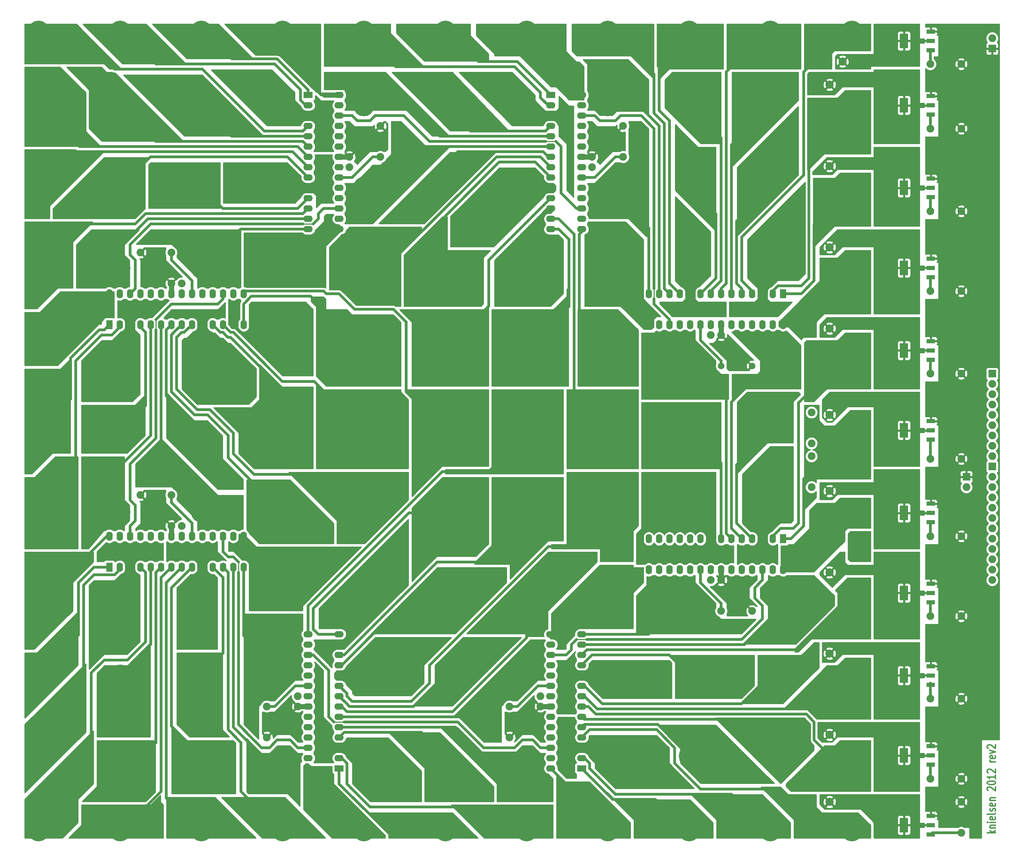
<source format=gtl>
G04 (created by PCBNEW-RS274X (2012-jan-04)-stable) date 2012-05-11T09:56:42 CEST*
G01*
G70*
G90*
%MOIN*%
G04 Gerber Fmt 3.4, Leading zero omitted, Abs format*
%FSLAX34Y34*%
G04 APERTURE LIST*
%ADD10C,0.006000*%
%ADD11C,0.012000*%
%ADD12R,0.075000X0.075000*%
%ADD13C,0.075000*%
%ADD14C,0.065000*%
%ADD15R,0.080000X0.144000*%
%ADD16R,0.080000X0.040000*%
%ADD17C,0.200000*%
%ADD18C,0.078700*%
%ADD19O,0.062000X0.090000*%
%ADD20R,0.062000X0.090000*%
%ADD21O,0.090000X0.062000*%
%ADD22R,0.090000X0.062000*%
%ADD23C,0.059100*%
%ADD24C,0.025000*%
%ADD25C,0.050000*%
%ADD26C,0.010000*%
G04 APERTURE END LIST*
G54D10*
G54D11*
X111824Y-90005D02*
X111024Y-90005D01*
X111519Y-89948D02*
X111824Y-89777D01*
X111290Y-89777D02*
X111595Y-90005D01*
X111290Y-89519D02*
X111824Y-89519D01*
X111367Y-89519D02*
X111329Y-89491D01*
X111290Y-89433D01*
X111290Y-89348D01*
X111329Y-89291D01*
X111405Y-89262D01*
X111824Y-89262D01*
X111824Y-88976D02*
X111290Y-88976D01*
X111024Y-88976D02*
X111062Y-89005D01*
X111100Y-88976D01*
X111062Y-88948D01*
X111024Y-88976D01*
X111100Y-88976D01*
X111786Y-88462D02*
X111824Y-88519D01*
X111824Y-88633D01*
X111786Y-88690D01*
X111710Y-88719D01*
X111405Y-88719D01*
X111329Y-88690D01*
X111290Y-88633D01*
X111290Y-88519D01*
X111329Y-88462D01*
X111405Y-88433D01*
X111481Y-88433D01*
X111557Y-88719D01*
X111824Y-88090D02*
X111786Y-88148D01*
X111710Y-88176D01*
X111024Y-88176D01*
X111786Y-87891D02*
X111824Y-87834D01*
X111824Y-87719D01*
X111786Y-87662D01*
X111710Y-87634D01*
X111671Y-87634D01*
X111595Y-87662D01*
X111557Y-87719D01*
X111557Y-87805D01*
X111519Y-87862D01*
X111443Y-87891D01*
X111405Y-87891D01*
X111329Y-87862D01*
X111290Y-87805D01*
X111290Y-87719D01*
X111329Y-87662D01*
X111786Y-87148D02*
X111824Y-87205D01*
X111824Y-87319D01*
X111786Y-87376D01*
X111710Y-87405D01*
X111405Y-87405D01*
X111329Y-87376D01*
X111290Y-87319D01*
X111290Y-87205D01*
X111329Y-87148D01*
X111405Y-87119D01*
X111481Y-87119D01*
X111557Y-87405D01*
X111290Y-86862D02*
X111824Y-86862D01*
X111367Y-86862D02*
X111329Y-86834D01*
X111290Y-86776D01*
X111290Y-86691D01*
X111329Y-86634D01*
X111405Y-86605D01*
X111824Y-86605D01*
X111100Y-85891D02*
X111062Y-85862D01*
X111024Y-85805D01*
X111024Y-85662D01*
X111062Y-85605D01*
X111100Y-85576D01*
X111176Y-85548D01*
X111252Y-85548D01*
X111367Y-85576D01*
X111824Y-85919D01*
X111824Y-85548D01*
X111024Y-85177D02*
X111024Y-85120D01*
X111062Y-85063D01*
X111100Y-85034D01*
X111176Y-85005D01*
X111329Y-84977D01*
X111519Y-84977D01*
X111671Y-85005D01*
X111748Y-85034D01*
X111786Y-85063D01*
X111824Y-85120D01*
X111824Y-85177D01*
X111786Y-85234D01*
X111748Y-85263D01*
X111671Y-85291D01*
X111519Y-85320D01*
X111329Y-85320D01*
X111176Y-85291D01*
X111100Y-85263D01*
X111062Y-85234D01*
X111024Y-85177D01*
X111824Y-84406D02*
X111824Y-84749D01*
X111824Y-84577D02*
X111024Y-84577D01*
X111138Y-84634D01*
X111214Y-84692D01*
X111252Y-84749D01*
X111100Y-84178D02*
X111062Y-84149D01*
X111024Y-84092D01*
X111024Y-83949D01*
X111062Y-83892D01*
X111100Y-83863D01*
X111176Y-83835D01*
X111252Y-83835D01*
X111367Y-83863D01*
X111824Y-84206D01*
X111824Y-83835D01*
X111824Y-83121D02*
X111290Y-83121D01*
X111443Y-83121D02*
X111367Y-83093D01*
X111329Y-83064D01*
X111290Y-83007D01*
X111290Y-82950D01*
X111786Y-82522D02*
X111824Y-82579D01*
X111824Y-82693D01*
X111786Y-82750D01*
X111710Y-82779D01*
X111405Y-82779D01*
X111329Y-82750D01*
X111290Y-82693D01*
X111290Y-82579D01*
X111329Y-82522D01*
X111405Y-82493D01*
X111481Y-82493D01*
X111557Y-82779D01*
X111290Y-82293D02*
X111824Y-82150D01*
X111290Y-82008D01*
X111100Y-81808D02*
X111062Y-81779D01*
X111024Y-81722D01*
X111024Y-81579D01*
X111062Y-81522D01*
X111100Y-81493D01*
X111176Y-81465D01*
X111252Y-81465D01*
X111367Y-81493D01*
X111824Y-81836D01*
X111824Y-81465D01*
G54D12*
X111500Y-45500D03*
G54D13*
X111500Y-46500D03*
X111500Y-47500D03*
X111500Y-48500D03*
X111500Y-49500D03*
X111500Y-50500D03*
X111500Y-51500D03*
X111500Y-52500D03*
X111500Y-53500D03*
G54D12*
X111500Y-14000D03*
G54D13*
X111500Y-13000D03*
G54D12*
X111500Y-54500D03*
G54D13*
X111500Y-55500D03*
X111500Y-56500D03*
X111500Y-57500D03*
X111500Y-58500D03*
X111500Y-59500D03*
X111500Y-60500D03*
X111500Y-61500D03*
X111500Y-62500D03*
X111500Y-63500D03*
X111500Y-64500D03*
X111500Y-65500D03*
X108500Y-45500D03*
X105500Y-45500D03*
X108500Y-53750D03*
X105500Y-53750D03*
X108500Y-29750D03*
X105500Y-29750D03*
X108500Y-37500D03*
X105500Y-37500D03*
X108500Y-15500D03*
X105500Y-15500D03*
X108500Y-61250D03*
X105500Y-61250D03*
X108500Y-69000D03*
X105500Y-69000D03*
X108500Y-77000D03*
X105500Y-77000D03*
X108500Y-84750D03*
X105500Y-84750D03*
X108500Y-87000D03*
X108500Y-90000D03*
X108500Y-21750D03*
X105500Y-21750D03*
G54D14*
X88250Y-44750D03*
X85250Y-44750D03*
G54D13*
X75750Y-21500D03*
X75750Y-24500D03*
X52250Y-21500D03*
X52250Y-24500D03*
X29000Y-33750D03*
X32000Y-33750D03*
X29000Y-57250D03*
X32000Y-57250D03*
X41250Y-80750D03*
X41250Y-77750D03*
X64750Y-80750D03*
X64750Y-77750D03*
X88250Y-68500D03*
X85250Y-68500D03*
X94000Y-53500D03*
X94000Y-56500D03*
X94000Y-49250D03*
X94000Y-52250D03*
X84250Y-41750D03*
X85250Y-41750D03*
X84250Y-65500D03*
X85250Y-65500D03*
X67750Y-76750D03*
X67750Y-77750D03*
X44250Y-76750D03*
X44250Y-77750D03*
X33000Y-60250D03*
X32000Y-60250D03*
X33000Y-36750D03*
X32000Y-36750D03*
X49250Y-25500D03*
X49250Y-24500D03*
X72750Y-25500D03*
X72750Y-24500D03*
G54D15*
X102950Y-13250D03*
G54D16*
X105550Y-13250D03*
X105550Y-12350D03*
X105550Y-14150D03*
G54D15*
X102950Y-19500D03*
G54D16*
X105550Y-19500D03*
X105550Y-18600D03*
X105550Y-20400D03*
G54D15*
X102950Y-27500D03*
G54D16*
X105550Y-27500D03*
X105550Y-26600D03*
X105550Y-28400D03*
G54D15*
X102950Y-35250D03*
G54D16*
X105550Y-35250D03*
X105550Y-34350D03*
X105550Y-36150D03*
G54D15*
X102950Y-43250D03*
G54D16*
X105550Y-43250D03*
X105550Y-42350D03*
X105550Y-44150D03*
G54D15*
X102950Y-51000D03*
G54D16*
X105550Y-51000D03*
X105550Y-50100D03*
X105550Y-51900D03*
G54D15*
X102950Y-59000D03*
G54D16*
X105550Y-59000D03*
X105550Y-58100D03*
X105550Y-59900D03*
G54D15*
X102950Y-66750D03*
G54D16*
X105550Y-66750D03*
X105550Y-65850D03*
X105550Y-67650D03*
G54D15*
X102950Y-74750D03*
G54D16*
X105550Y-74750D03*
X105550Y-73850D03*
X105550Y-75650D03*
G54D15*
X102950Y-82500D03*
G54D16*
X105550Y-82500D03*
X105550Y-81600D03*
X105550Y-83400D03*
G54D15*
X102950Y-89250D03*
G54D16*
X105550Y-89250D03*
X105550Y-88350D03*
X105550Y-90150D03*
G54D17*
X58531Y-12277D03*
X19161Y-12277D03*
X27035Y-12277D03*
X34909Y-12277D03*
X42783Y-12277D03*
X50657Y-12277D03*
X66405Y-12277D03*
X74279Y-12277D03*
X82153Y-12277D03*
X90027Y-12277D03*
X97901Y-12277D03*
X58531Y-19560D03*
X19161Y-19560D03*
X27035Y-19560D03*
X34909Y-19560D03*
X42783Y-19560D03*
X50657Y-19560D03*
X66405Y-19560D03*
X74279Y-19560D03*
X82153Y-19560D03*
X90027Y-19560D03*
X97901Y-19560D03*
X58531Y-27434D03*
X19161Y-27434D03*
X27035Y-27434D03*
X34909Y-27434D03*
X42783Y-27434D03*
X50657Y-27434D03*
X66405Y-27434D03*
X74279Y-27434D03*
X82153Y-27434D03*
X90027Y-27434D03*
X97901Y-27434D03*
X58531Y-35308D03*
X19161Y-35308D03*
X27035Y-35308D03*
X34909Y-35308D03*
X42783Y-35308D03*
X50657Y-35308D03*
X66405Y-35308D03*
X74279Y-35308D03*
X82153Y-35308D03*
X90027Y-35308D03*
X97901Y-35308D03*
X58531Y-43182D03*
X19161Y-43182D03*
X27035Y-43182D03*
X34909Y-43182D03*
X42783Y-43182D03*
X50657Y-43182D03*
X66405Y-43182D03*
X74279Y-43182D03*
X82153Y-43182D03*
X90027Y-43182D03*
X97901Y-43182D03*
X58531Y-51056D03*
X19161Y-51056D03*
X27035Y-51056D03*
X34909Y-51056D03*
X42783Y-51056D03*
X50657Y-51056D03*
X66405Y-51056D03*
X74279Y-51056D03*
X82153Y-51056D03*
X90027Y-51056D03*
X97901Y-51056D03*
X58531Y-58930D03*
X19161Y-58930D03*
X27035Y-58930D03*
X34909Y-58930D03*
X42783Y-58930D03*
X50657Y-58930D03*
X66405Y-58930D03*
X74279Y-58930D03*
X82153Y-58930D03*
X90027Y-58930D03*
X97901Y-58930D03*
X58531Y-66804D03*
X19161Y-66804D03*
X27035Y-66804D03*
X34909Y-66804D03*
X42783Y-66804D03*
X50657Y-66804D03*
X66405Y-66804D03*
X74279Y-66804D03*
X82153Y-66804D03*
X90027Y-66804D03*
X97901Y-66804D03*
X58531Y-74678D03*
X19161Y-74678D03*
X27035Y-74678D03*
X34909Y-74678D03*
X42783Y-74678D03*
X50657Y-74678D03*
X66405Y-74678D03*
X74279Y-74678D03*
X82153Y-74678D03*
X90027Y-74678D03*
X97901Y-74678D03*
X58531Y-82552D03*
X19161Y-82552D03*
X27035Y-82552D03*
X34909Y-82552D03*
X42783Y-82552D03*
X50657Y-82552D03*
X66405Y-82552D03*
X74279Y-82552D03*
X82153Y-82552D03*
X90027Y-82552D03*
X97901Y-82552D03*
X58531Y-89836D03*
X19161Y-89836D03*
X27035Y-89836D03*
X34909Y-89836D03*
X42783Y-89836D03*
X50657Y-89836D03*
X66405Y-89836D03*
X74279Y-89836D03*
X82153Y-89836D03*
X90027Y-89836D03*
X97901Y-89836D03*
G54D18*
X95750Y-49500D03*
X97000Y-15250D03*
X95750Y-17504D03*
X95750Y-25378D03*
X95750Y-33252D03*
X95750Y-41126D03*
X95750Y-56874D03*
X95750Y-64748D03*
X95750Y-72622D03*
X95750Y-80496D03*
X95750Y-87000D03*
G54D19*
X90250Y-37750D03*
X89250Y-37750D03*
X88250Y-37750D03*
X87250Y-37750D03*
X86250Y-37750D03*
X85250Y-37750D03*
X84250Y-37750D03*
X83250Y-37750D03*
X82250Y-37750D03*
X81250Y-37750D03*
X80250Y-37750D03*
X79250Y-37750D03*
X78250Y-37750D03*
G54D20*
X91250Y-37750D03*
G54D19*
X78250Y-40750D03*
X79250Y-40750D03*
X80250Y-40750D03*
X81250Y-40750D03*
X82250Y-40750D03*
X83250Y-40750D03*
X84250Y-40750D03*
X85250Y-40750D03*
X86250Y-40750D03*
X87250Y-40750D03*
X88250Y-40750D03*
X89250Y-40750D03*
X90250Y-40750D03*
X91250Y-40750D03*
G54D21*
X68750Y-19500D03*
X68750Y-20500D03*
X68750Y-21500D03*
X68750Y-22500D03*
X68750Y-23500D03*
X68750Y-24500D03*
X68750Y-25500D03*
X68750Y-26500D03*
X68750Y-27500D03*
X68750Y-28500D03*
X68750Y-29500D03*
X68750Y-30500D03*
X68750Y-31500D03*
G54D22*
X68750Y-18500D03*
G54D21*
X71750Y-31500D03*
X71750Y-30500D03*
X71750Y-29500D03*
X71750Y-28500D03*
X71750Y-27500D03*
X71750Y-26500D03*
X71750Y-25500D03*
X71750Y-24500D03*
X71750Y-23500D03*
X71750Y-22500D03*
X71750Y-21500D03*
X71750Y-20500D03*
X71750Y-19500D03*
X71750Y-18500D03*
X45250Y-19500D03*
X45250Y-20500D03*
X45250Y-21500D03*
X45250Y-22500D03*
X45250Y-23500D03*
X45250Y-24500D03*
X45250Y-25500D03*
X45250Y-26500D03*
X45250Y-27500D03*
X45250Y-28500D03*
X45250Y-29500D03*
X45250Y-30500D03*
X45250Y-31500D03*
G54D22*
X45250Y-18500D03*
G54D21*
X48250Y-31500D03*
X48250Y-30500D03*
X48250Y-29500D03*
X48250Y-28500D03*
X48250Y-27500D03*
X48250Y-26500D03*
X48250Y-25500D03*
X48250Y-24500D03*
X48250Y-23500D03*
X48250Y-22500D03*
X48250Y-21500D03*
X48250Y-20500D03*
X48250Y-19500D03*
X48250Y-18500D03*
G54D19*
X27000Y-40750D03*
X28000Y-40750D03*
X29000Y-40750D03*
X30000Y-40750D03*
X31000Y-40750D03*
X32000Y-40750D03*
X33000Y-40750D03*
X34000Y-40750D03*
X35000Y-40750D03*
X36000Y-40750D03*
X37000Y-40750D03*
X38000Y-40750D03*
X39000Y-40750D03*
G54D20*
X26000Y-40750D03*
G54D19*
X39000Y-37750D03*
X38000Y-37750D03*
X37000Y-37750D03*
X36000Y-37750D03*
X35000Y-37750D03*
X34000Y-37750D03*
X33000Y-37750D03*
X32000Y-37750D03*
X31000Y-37750D03*
X30000Y-37750D03*
X29000Y-37750D03*
X28000Y-37750D03*
X27000Y-37750D03*
X26000Y-37750D03*
X27000Y-64250D03*
X28000Y-64250D03*
X29000Y-64250D03*
X30000Y-64250D03*
X31000Y-64250D03*
X32000Y-64250D03*
X33000Y-64250D03*
X34000Y-64250D03*
X35000Y-64250D03*
X36000Y-64250D03*
X37000Y-64250D03*
X38000Y-64250D03*
X39000Y-64250D03*
G54D20*
X26000Y-64250D03*
G54D19*
X39000Y-61250D03*
X38000Y-61250D03*
X37000Y-61250D03*
X36000Y-61250D03*
X35000Y-61250D03*
X34000Y-61250D03*
X33000Y-61250D03*
X32000Y-61250D03*
X31000Y-61250D03*
X30000Y-61250D03*
X29000Y-61250D03*
X28000Y-61250D03*
X27000Y-61250D03*
X26000Y-61250D03*
G54D21*
X48250Y-82750D03*
X48250Y-81750D03*
X48250Y-80750D03*
X48250Y-79750D03*
X48250Y-78750D03*
X48250Y-77750D03*
X48250Y-76750D03*
X48250Y-75750D03*
X48250Y-74750D03*
X48250Y-73750D03*
X48250Y-72750D03*
X48250Y-71750D03*
X48250Y-70750D03*
G54D22*
X48250Y-83750D03*
G54D21*
X45250Y-70750D03*
X45250Y-71750D03*
X45250Y-72750D03*
X45250Y-73750D03*
X45250Y-74750D03*
X45250Y-75750D03*
X45250Y-76750D03*
X45250Y-77750D03*
X45250Y-78750D03*
X45250Y-79750D03*
X45250Y-80750D03*
X45250Y-81750D03*
X45250Y-82750D03*
X45250Y-83750D03*
X71750Y-82750D03*
X71750Y-81750D03*
X71750Y-80750D03*
X71750Y-79750D03*
X71750Y-78750D03*
X71750Y-77750D03*
X71750Y-76750D03*
X71750Y-75750D03*
X71750Y-74750D03*
X71750Y-73750D03*
X71750Y-72750D03*
X71750Y-71750D03*
X71750Y-70750D03*
G54D22*
X71750Y-83750D03*
G54D21*
X68750Y-70750D03*
X68750Y-71750D03*
X68750Y-72750D03*
X68750Y-73750D03*
X68750Y-74750D03*
X68750Y-75750D03*
X68750Y-76750D03*
X68750Y-77750D03*
X68750Y-78750D03*
X68750Y-79750D03*
X68750Y-80750D03*
X68750Y-81750D03*
X68750Y-82750D03*
X68750Y-83750D03*
G54D19*
X90250Y-61500D03*
X89250Y-61500D03*
X88250Y-61500D03*
X87250Y-61500D03*
X86250Y-61500D03*
X85250Y-61500D03*
X84250Y-61500D03*
X83250Y-61500D03*
X82250Y-61500D03*
X81250Y-61500D03*
X80250Y-61500D03*
X79250Y-61500D03*
X78250Y-61500D03*
G54D20*
X91250Y-61500D03*
G54D19*
X78250Y-64500D03*
X79250Y-64500D03*
X80250Y-64500D03*
X81250Y-64500D03*
X82250Y-64500D03*
X83250Y-64500D03*
X84250Y-64500D03*
X85250Y-64500D03*
X86250Y-64500D03*
X87250Y-64500D03*
X88250Y-64500D03*
X89250Y-64500D03*
X90250Y-64500D03*
X91250Y-64500D03*
G54D12*
X109000Y-55500D03*
G54D13*
X109000Y-56500D03*
G54D23*
X99250Y-63250D03*
X99250Y-61250D03*
X98000Y-63250D03*
X98000Y-61250D03*
G54D24*
X35000Y-16000D02*
X26500Y-16000D01*
X40500Y-21500D02*
X35000Y-16000D01*
X41000Y-22000D02*
X40500Y-21500D01*
X44750Y-22000D02*
X41000Y-22000D01*
X26500Y-16000D02*
X22750Y-12250D01*
X45250Y-21500D02*
X44750Y-22000D01*
X22500Y-12000D02*
X19130Y-12000D01*
X22750Y-12250D02*
X22500Y-12000D01*
X30750Y-15500D02*
X30504Y-15500D01*
X45000Y-19500D02*
X44500Y-19000D01*
X45250Y-19500D02*
X45000Y-19500D01*
X30750Y-15500D02*
X30849Y-15500D01*
X42000Y-15500D02*
X30750Y-15500D01*
X44500Y-19000D02*
X44500Y-18000D01*
X44500Y-18000D02*
X42000Y-15500D01*
X30504Y-15500D02*
X27004Y-12000D01*
X97120Y-12750D02*
X97870Y-12000D01*
X87250Y-36500D02*
X87250Y-32250D01*
X94000Y-15500D02*
X96750Y-12750D01*
X88250Y-37500D02*
X87250Y-36500D01*
X93250Y-16337D02*
X93250Y-16250D01*
X87250Y-32250D02*
X93250Y-26250D01*
X93250Y-16250D02*
X94000Y-15500D01*
X88250Y-37750D02*
X88250Y-37500D01*
X96750Y-12750D02*
X97120Y-12750D01*
X93250Y-26250D02*
X93250Y-16337D01*
X42250Y-15000D02*
X38223Y-15000D01*
X45250Y-18500D02*
X45250Y-18000D01*
X38223Y-15000D02*
X37878Y-15000D01*
X37878Y-15000D02*
X34878Y-12000D01*
X45250Y-18000D02*
X42250Y-15000D01*
X48250Y-18500D02*
X46500Y-18500D01*
X42783Y-14783D02*
X42783Y-14750D01*
X42783Y-14750D02*
X42783Y-12031D01*
X46500Y-18500D02*
X42783Y-14783D01*
X42783Y-12031D02*
X42752Y-12000D01*
X53750Y-15750D02*
X51750Y-13750D01*
X67750Y-18750D02*
X67750Y-18250D01*
X51750Y-13750D02*
X50750Y-12750D01*
X50750Y-12750D02*
X50750Y-11779D01*
X50750Y-11779D02*
X50657Y-11686D01*
X67750Y-18250D02*
X65250Y-15750D01*
X68500Y-19500D02*
X67750Y-18750D01*
X65250Y-15750D02*
X53750Y-15750D01*
X68750Y-19500D02*
X68500Y-19500D01*
X62095Y-15250D02*
X61750Y-15250D01*
X61750Y-15250D02*
X58500Y-12000D01*
X68750Y-18500D02*
X65500Y-15250D01*
X65500Y-15250D02*
X62095Y-15250D01*
X71750Y-18500D02*
X70500Y-18500D01*
X70500Y-18500D02*
X66405Y-14405D01*
X66405Y-14405D02*
X66405Y-12031D01*
X66405Y-12031D02*
X66374Y-12000D01*
X78750Y-16502D02*
X74248Y-12000D01*
X80250Y-37750D02*
X79750Y-37250D01*
X79750Y-37250D02*
X79750Y-21250D01*
X79750Y-21250D02*
X78750Y-20250D01*
X78750Y-20250D02*
X78750Y-16502D01*
X80250Y-21000D02*
X80250Y-36750D01*
X80250Y-36750D02*
X81250Y-37750D01*
X79250Y-20000D02*
X80250Y-21000D01*
X79250Y-15000D02*
X79250Y-14872D01*
X79250Y-15000D02*
X79250Y-20000D01*
X79250Y-14872D02*
X82122Y-12000D01*
X85250Y-37750D02*
X85250Y-37250D01*
X85750Y-36750D02*
X85750Y-16500D01*
X85250Y-37250D02*
X85750Y-36750D01*
X85750Y-16246D02*
X89996Y-12000D01*
X85750Y-16500D02*
X85750Y-16246D01*
X23101Y-23500D02*
X19161Y-19560D01*
X45250Y-24500D02*
X44250Y-23500D01*
X44250Y-23500D02*
X23101Y-23500D01*
X45250Y-23500D02*
X44750Y-23000D01*
X44750Y-23000D02*
X30475Y-23000D01*
X30475Y-23000D02*
X27035Y-19560D01*
X90250Y-37500D02*
X90750Y-37000D01*
X93750Y-23711D02*
X97901Y-19560D01*
X93000Y-37000D02*
X93250Y-36750D01*
X90250Y-37750D02*
X90250Y-37500D01*
X90750Y-37000D02*
X93000Y-37000D01*
X93750Y-36250D02*
X93750Y-23711D01*
X93250Y-36750D02*
X93750Y-36250D01*
X37849Y-22500D02*
X34909Y-19560D01*
X45250Y-22500D02*
X37849Y-22500D01*
X43723Y-20500D02*
X42783Y-19560D01*
X45250Y-20500D02*
X43723Y-20500D01*
X68750Y-22500D02*
X58000Y-22500D01*
X58000Y-22500D02*
X55000Y-19500D01*
X53250Y-19500D02*
X50717Y-19500D01*
X55000Y-19500D02*
X53250Y-19500D01*
X50717Y-19500D02*
X50657Y-19560D01*
X68250Y-22000D02*
X60971Y-22000D01*
X60971Y-22000D02*
X58531Y-19560D01*
X68750Y-21500D02*
X68250Y-22000D01*
X68750Y-20500D02*
X67345Y-20500D01*
X67345Y-20500D02*
X66405Y-19560D01*
X77750Y-20000D02*
X74719Y-20000D01*
X79250Y-21500D02*
X77750Y-20000D01*
X74719Y-20000D02*
X74279Y-19560D01*
X79250Y-37750D02*
X79250Y-21500D01*
X85250Y-36500D02*
X85250Y-22657D01*
X84250Y-37500D02*
X85250Y-36500D01*
X85250Y-22657D02*
X82153Y-19560D01*
X84250Y-37750D02*
X84250Y-37500D01*
X86250Y-23337D02*
X90027Y-19560D01*
X86250Y-37750D02*
X86250Y-23337D01*
X22595Y-24000D02*
X19161Y-27434D01*
X43750Y-24000D02*
X22595Y-24000D01*
X45250Y-25500D02*
X43750Y-24000D01*
X45250Y-26500D02*
X43250Y-24500D01*
X29969Y-24500D02*
X27035Y-27434D01*
X43250Y-24500D02*
X29969Y-24500D01*
X94250Y-31085D02*
X97901Y-27434D01*
X93000Y-37750D02*
X94250Y-36500D01*
X94250Y-36500D02*
X94250Y-31085D01*
X91250Y-37750D02*
X93000Y-37750D01*
X36975Y-29500D02*
X34909Y-27434D01*
X44250Y-29500D02*
X36975Y-29500D01*
X45250Y-28500D02*
X44250Y-29500D01*
X45250Y-27500D02*
X42849Y-27500D01*
X42849Y-27500D02*
X42783Y-27434D01*
X68750Y-23500D02*
X54591Y-23500D01*
X54591Y-23500D02*
X50657Y-27434D01*
X59750Y-24000D02*
X58531Y-25219D01*
X68750Y-24500D02*
X68500Y-24500D01*
X68500Y-24500D02*
X68000Y-24000D01*
X58531Y-25219D02*
X58531Y-27434D01*
X68000Y-24000D02*
X59750Y-24000D01*
X78250Y-31405D02*
X74279Y-27434D01*
X78250Y-37750D02*
X78250Y-31405D01*
X83250Y-37750D02*
X84750Y-36250D01*
X84750Y-36250D02*
X84750Y-30031D01*
X84750Y-30031D02*
X82153Y-27434D01*
X87250Y-37250D02*
X86750Y-36750D01*
X86750Y-30711D02*
X90027Y-27434D01*
X87250Y-37750D02*
X87250Y-37250D01*
X86750Y-36750D02*
X86750Y-30711D01*
X29500Y-30000D02*
X28500Y-31000D01*
X45250Y-29500D02*
X44750Y-30000D01*
X28500Y-31000D02*
X23469Y-31000D01*
X44750Y-30000D02*
X29500Y-30000D01*
X23469Y-31000D02*
X19161Y-35308D01*
X27035Y-33215D02*
X27035Y-35308D01*
X29750Y-30500D02*
X27035Y-33215D01*
X45250Y-30500D02*
X29750Y-30500D01*
X91250Y-40750D02*
X91250Y-40250D01*
X96192Y-35308D02*
X97901Y-35308D01*
X91250Y-40250D02*
X96192Y-35308D01*
X38717Y-31500D02*
X34909Y-35308D01*
X45250Y-31500D02*
X38717Y-31500D01*
X48250Y-31750D02*
X44692Y-35308D01*
X44692Y-35308D02*
X42783Y-35308D01*
X48250Y-31500D02*
X48250Y-31750D01*
X63500Y-24500D02*
X52692Y-35308D01*
X67750Y-24500D02*
X63500Y-24500D01*
X52692Y-35308D02*
X50657Y-35308D01*
X68750Y-25500D02*
X67750Y-24500D01*
X58531Y-30219D02*
X58531Y-35308D01*
X68750Y-26500D02*
X67250Y-25000D01*
X67250Y-25000D02*
X63750Y-25000D01*
X63750Y-25000D02*
X58531Y-30219D01*
X66500Y-31750D02*
X66500Y-35213D01*
X66500Y-35213D02*
X66405Y-35308D01*
X68750Y-29500D02*
X66500Y-31750D01*
X78250Y-39279D02*
X74279Y-35308D01*
X78250Y-40750D02*
X78250Y-39279D01*
X82250Y-35405D02*
X82153Y-35308D01*
X82250Y-37750D02*
X82250Y-35405D01*
X24250Y-37750D02*
X19161Y-42839D01*
X19161Y-42839D02*
X19161Y-43182D01*
X26000Y-37750D02*
X24250Y-37750D01*
X28000Y-42217D02*
X27035Y-43182D01*
X28000Y-40750D02*
X28000Y-42217D01*
X92750Y-60000D02*
X92750Y-48333D01*
X90250Y-61500D02*
X90250Y-61250D01*
X92250Y-60500D02*
X92750Y-60000D01*
X92750Y-48333D02*
X97901Y-43182D01*
X90250Y-61250D02*
X91000Y-60500D01*
X91000Y-60500D02*
X92250Y-60500D01*
X35000Y-40750D02*
X35000Y-43091D01*
X35000Y-43091D02*
X34909Y-43182D01*
X40250Y-43000D02*
X40500Y-43250D01*
X40500Y-43250D02*
X42715Y-43250D01*
X38000Y-40750D02*
X40250Y-43000D01*
X42715Y-43250D02*
X42783Y-43182D01*
X45475Y-38000D02*
X50657Y-43182D01*
X39750Y-38000D02*
X45475Y-38000D01*
X39000Y-40750D02*
X39000Y-38750D01*
X39000Y-38750D02*
X39750Y-38000D01*
X68750Y-28500D02*
X62750Y-34500D01*
X62750Y-34500D02*
X62750Y-38963D01*
X62750Y-38963D02*
X58531Y-43182D01*
X68750Y-31500D02*
X69500Y-31500D01*
X70000Y-39587D02*
X66405Y-43182D01*
X70000Y-32000D02*
X70500Y-32500D01*
X70000Y-39500D02*
X70000Y-39587D01*
X70500Y-39000D02*
X70000Y-39500D01*
X70500Y-32500D02*
X70500Y-39000D01*
X69500Y-31500D02*
X70000Y-32000D01*
X71500Y-40403D02*
X74279Y-43182D01*
X71750Y-31500D02*
X71750Y-31750D01*
X71750Y-31750D02*
X71500Y-32000D01*
X71500Y-32000D02*
X71500Y-40403D01*
X85750Y-46779D02*
X82153Y-43182D01*
X85750Y-61000D02*
X85750Y-46779D01*
X86250Y-61500D02*
X85750Y-61000D01*
X87250Y-61500D02*
X86250Y-60500D01*
X90027Y-44473D02*
X90027Y-43182D01*
X86250Y-60500D02*
X86250Y-48250D01*
X86250Y-48250D02*
X90027Y-44473D01*
X26000Y-40750D02*
X25500Y-41250D01*
X22250Y-44000D02*
X22250Y-47967D01*
X25500Y-41250D02*
X25000Y-41250D01*
X25000Y-41250D02*
X22250Y-44000D01*
X22250Y-47967D02*
X19161Y-51056D01*
X29500Y-48591D02*
X27035Y-51056D01*
X29000Y-41000D02*
X29500Y-41500D01*
X29000Y-40750D02*
X29000Y-41000D01*
X29500Y-41500D02*
X29500Y-48591D01*
X91250Y-61500D02*
X92000Y-61500D01*
X93250Y-60250D02*
X93250Y-55707D01*
X93250Y-55707D02*
X97901Y-51056D01*
X92000Y-61500D02*
X93250Y-60250D01*
X31500Y-47647D02*
X34909Y-51056D01*
X31500Y-41250D02*
X31500Y-47647D01*
X32000Y-40750D02*
X31500Y-41250D01*
X40750Y-49023D02*
X42783Y-51056D01*
X37500Y-42000D02*
X37750Y-42000D01*
X36000Y-40750D02*
X36750Y-41500D01*
X40750Y-45000D02*
X40750Y-49023D01*
X37750Y-42000D02*
X40750Y-45000D01*
X37250Y-41750D02*
X37500Y-42000D01*
X36750Y-41500D02*
X37000Y-41500D01*
X37000Y-41500D02*
X37250Y-41750D01*
X37750Y-41500D02*
X38000Y-41500D01*
X45851Y-46250D02*
X50657Y-51056D01*
X42750Y-46250D02*
X45851Y-46250D01*
X38000Y-41500D02*
X42750Y-46250D01*
X37000Y-40750D02*
X37750Y-41500D01*
X39250Y-37500D02*
X46750Y-37500D01*
X54750Y-47275D02*
X58531Y-51056D01*
X39000Y-37750D02*
X39250Y-37500D01*
X53500Y-39250D02*
X54750Y-40500D01*
X49750Y-39250D02*
X53500Y-39250D01*
X47000Y-37750D02*
X48250Y-37750D01*
X54750Y-40500D02*
X54750Y-47275D01*
X46750Y-37500D02*
X47000Y-37750D01*
X48250Y-37750D02*
X49750Y-39250D01*
X62750Y-55000D02*
X65250Y-52500D01*
X58250Y-55000D02*
X62750Y-55000D01*
X45250Y-70750D02*
X45250Y-68000D01*
X45250Y-68000D02*
X58250Y-55000D01*
X68750Y-30500D02*
X69500Y-30500D01*
X70500Y-31500D02*
X71000Y-32000D01*
X71000Y-32000D02*
X71000Y-44000D01*
X71000Y-44000D02*
X71000Y-47777D01*
X69500Y-30500D02*
X70500Y-31500D01*
X69500Y-30500D02*
X70500Y-31500D01*
X71000Y-47777D02*
X74279Y-51056D01*
X85250Y-61500D02*
X85250Y-54153D01*
X85250Y-54153D02*
X82153Y-51056D01*
X86750Y-60000D02*
X86750Y-54333D01*
X88250Y-61500D02*
X86750Y-60000D01*
X86750Y-54333D02*
X90027Y-51056D01*
X26250Y-41750D02*
X25250Y-41750D01*
X22750Y-55341D02*
X19161Y-58930D01*
X22750Y-44250D02*
X22750Y-55250D01*
X27000Y-40750D02*
X27000Y-41000D01*
X27000Y-41000D02*
X26250Y-41750D01*
X25250Y-41750D02*
X22750Y-44250D01*
X22750Y-55250D02*
X22750Y-55341D01*
X27035Y-54465D02*
X27035Y-58930D01*
X30000Y-51500D02*
X27035Y-54465D01*
X30000Y-40750D02*
X30000Y-50250D01*
X30000Y-50250D02*
X30000Y-51500D01*
X92331Y-64500D02*
X97901Y-58930D01*
X91250Y-64500D02*
X92331Y-64500D01*
X31000Y-54250D02*
X31000Y-55021D01*
X31000Y-40750D02*
X31000Y-54250D01*
X31000Y-55021D02*
X34909Y-58930D01*
X34250Y-49500D02*
X35500Y-49500D01*
X32000Y-47250D02*
X34250Y-49500D01*
X37500Y-53647D02*
X42783Y-58930D01*
X32250Y-41500D02*
X32000Y-41750D01*
X32000Y-41750D02*
X32000Y-47250D01*
X35500Y-49500D02*
X37500Y-51500D01*
X33000Y-40750D02*
X32250Y-41500D01*
X37500Y-51500D02*
X37500Y-53647D01*
X33250Y-41500D02*
X33000Y-41500D01*
X34000Y-40750D02*
X33250Y-41500D01*
X34500Y-49000D02*
X35750Y-49000D01*
X38000Y-53250D02*
X40000Y-55250D01*
X46977Y-55250D02*
X50657Y-58930D01*
X40000Y-55250D02*
X46977Y-55250D01*
X35750Y-49000D02*
X38000Y-51250D01*
X38000Y-51250D02*
X38000Y-53250D01*
X33000Y-41500D02*
X32500Y-42000D01*
X32500Y-47000D02*
X34500Y-49000D01*
X32500Y-42000D02*
X32500Y-47000D01*
X48250Y-65750D02*
X55000Y-59000D01*
X58461Y-59000D02*
X58531Y-58930D01*
X45750Y-70250D02*
X45750Y-68250D01*
X48250Y-70750D02*
X46250Y-70750D01*
X46250Y-70750D02*
X45750Y-70250D01*
X55000Y-59000D02*
X58461Y-59000D01*
X45750Y-68250D02*
X48250Y-65750D01*
X48250Y-72750D02*
X48750Y-72750D01*
X61500Y-63750D02*
X61585Y-63750D01*
X61585Y-63750D02*
X66405Y-58930D01*
X57750Y-63750D02*
X61500Y-63750D01*
X48750Y-72750D02*
X57750Y-63750D01*
X49000Y-76500D02*
X49000Y-76750D01*
X68500Y-62250D02*
X70959Y-62250D01*
X48250Y-75750D02*
X49000Y-76500D01*
X49500Y-77250D02*
X55250Y-77250D01*
X57000Y-75500D02*
X57000Y-73750D01*
X70959Y-62250D02*
X74279Y-58930D01*
X57000Y-73750D02*
X68500Y-62250D01*
X49000Y-76750D02*
X49500Y-77250D01*
X55250Y-77250D02*
X57000Y-75500D01*
X84250Y-61027D02*
X82153Y-58930D01*
X84250Y-61500D02*
X84250Y-61027D01*
X89250Y-61500D02*
X89250Y-59707D01*
X89250Y-59707D02*
X90027Y-58930D01*
X22965Y-63000D02*
X19161Y-66804D01*
X26000Y-61250D02*
X25750Y-61250D01*
X25750Y-61250D02*
X24000Y-63000D01*
X24000Y-63000D02*
X22965Y-63000D01*
X92455Y-72250D02*
X97901Y-66804D01*
X72250Y-72250D02*
X92455Y-72250D01*
X71750Y-72750D02*
X72250Y-72250D01*
X55446Y-66804D02*
X58531Y-66804D01*
X48250Y-73750D02*
X48500Y-73750D01*
X48500Y-73750D02*
X55446Y-66804D01*
X49000Y-78250D02*
X59250Y-78250D01*
X66405Y-71095D02*
X66405Y-66804D01*
X48500Y-77750D02*
X49000Y-78250D01*
X59250Y-78250D02*
X66405Y-71095D01*
X48250Y-77750D02*
X48500Y-77750D01*
X78207Y-70750D02*
X82153Y-66804D01*
X71750Y-70750D02*
X78207Y-70750D01*
X90027Y-69223D02*
X90027Y-66804D01*
X87500Y-71750D02*
X90027Y-69223D01*
X71750Y-71750D02*
X87500Y-71750D01*
X23000Y-65750D02*
X23000Y-70839D01*
X23000Y-70839D02*
X19161Y-74678D01*
X24500Y-64250D02*
X23000Y-65750D01*
X26000Y-64250D02*
X24500Y-64250D01*
X30000Y-64250D02*
X30000Y-71713D01*
X30000Y-71713D02*
X27035Y-74678D01*
X72000Y-76750D02*
X73250Y-78000D01*
X73250Y-78000D02*
X94579Y-78000D01*
X94579Y-78000D02*
X97901Y-74678D01*
X71750Y-76750D02*
X72000Y-76750D01*
X37000Y-72587D02*
X34909Y-74678D01*
X36000Y-64250D02*
X37000Y-65250D01*
X37000Y-65250D02*
X37000Y-72587D01*
X39000Y-64250D02*
X39000Y-70895D01*
X39000Y-70895D02*
X42783Y-74678D01*
X55459Y-77750D02*
X58531Y-74678D01*
X48250Y-76750D02*
X49000Y-77500D01*
X49250Y-77750D02*
X55459Y-77750D01*
X49000Y-77500D02*
X49250Y-77750D01*
X48250Y-78750D02*
X60000Y-78750D01*
X60000Y-78750D02*
X62333Y-78750D01*
X62333Y-78750D02*
X66405Y-74678D01*
X72750Y-72750D02*
X80225Y-72750D01*
X71750Y-73750D02*
X72750Y-72750D01*
X80225Y-72750D02*
X82153Y-74678D01*
X72000Y-75750D02*
X73750Y-77500D01*
X73750Y-77500D02*
X87205Y-77500D01*
X87205Y-77500D02*
X90027Y-74678D01*
X71750Y-75750D02*
X72000Y-75750D01*
X24500Y-65000D02*
X23500Y-66000D01*
X27000Y-64500D02*
X26500Y-65000D01*
X26500Y-65000D02*
X24500Y-65000D01*
X23500Y-78213D02*
X19161Y-82552D01*
X27000Y-64250D02*
X27000Y-64500D01*
X23500Y-66000D02*
X23500Y-78213D01*
X29198Y-82552D02*
X27035Y-82552D01*
X31000Y-64250D02*
X30500Y-64750D01*
X30500Y-64750D02*
X30500Y-81250D01*
X30500Y-81250D02*
X29198Y-82552D01*
X73122Y-78500D02*
X93000Y-78500D01*
X94250Y-81000D02*
X95802Y-82552D01*
X95802Y-82552D02*
X97901Y-82552D01*
X72372Y-77750D02*
X73122Y-78500D01*
X93000Y-78500D02*
X93500Y-78500D01*
X93500Y-78500D02*
X94250Y-79250D01*
X94250Y-79250D02*
X94250Y-81000D01*
X71750Y-77750D02*
X72372Y-77750D01*
X34000Y-64250D02*
X32000Y-66250D01*
X32000Y-79643D02*
X34909Y-82552D01*
X32000Y-66250D02*
X32000Y-79643D01*
X40802Y-82552D02*
X42783Y-82552D01*
X38000Y-64250D02*
X38000Y-79750D01*
X38000Y-79750D02*
X40802Y-82552D01*
X56229Y-80250D02*
X58531Y-82552D01*
X48750Y-80250D02*
X56229Y-80250D01*
X48250Y-80750D02*
X48750Y-80250D01*
X62000Y-82250D02*
X66103Y-82250D01*
X59500Y-79750D02*
X62000Y-82250D01*
X66103Y-82250D02*
X66405Y-82552D01*
X48250Y-79750D02*
X59500Y-79750D01*
X79101Y-79500D02*
X82153Y-82552D01*
X72000Y-79500D02*
X79101Y-79500D01*
X71750Y-79750D02*
X72000Y-79500D01*
X90027Y-80527D02*
X90027Y-82552D01*
X71750Y-78750D02*
X72000Y-79000D01*
X72000Y-79000D02*
X88500Y-79000D01*
X88500Y-79000D02*
X90027Y-80527D01*
X24250Y-84500D02*
X24250Y-84880D01*
X24250Y-84880D02*
X19130Y-90000D01*
X29500Y-71500D02*
X27750Y-73250D01*
X29000Y-64250D02*
X29500Y-64750D01*
X25500Y-73250D02*
X24250Y-74500D01*
X27750Y-73250D02*
X25500Y-73250D01*
X24250Y-74500D02*
X24250Y-84500D01*
X29500Y-64750D02*
X29500Y-71500D01*
X31000Y-86004D02*
X27004Y-90000D01*
X32000Y-64250D02*
X31000Y-65250D01*
X31000Y-65250D02*
X31000Y-85750D01*
X31000Y-85750D02*
X31000Y-86004D01*
X94500Y-89500D02*
X95000Y-90000D01*
X94000Y-89000D02*
X94500Y-89500D01*
X95000Y-90000D02*
X97870Y-90000D01*
X90750Y-85750D02*
X94000Y-89000D01*
X79000Y-80000D02*
X80750Y-81750D01*
X71750Y-80750D02*
X72500Y-80000D01*
X80750Y-83250D02*
X83250Y-85750D01*
X83250Y-85750D02*
X90750Y-85750D01*
X80750Y-81750D02*
X80750Y-83250D01*
X72500Y-80000D02*
X79000Y-80000D01*
X31500Y-86500D02*
X31500Y-86622D01*
X31500Y-86622D02*
X34878Y-90000D01*
X33000Y-64250D02*
X31500Y-65750D01*
X31500Y-65750D02*
X31500Y-86500D01*
X38750Y-85998D02*
X42752Y-90000D01*
X38750Y-81250D02*
X38750Y-85750D01*
X37500Y-64750D02*
X37500Y-80000D01*
X38750Y-85750D02*
X38750Y-85998D01*
X37500Y-80000D02*
X38750Y-81250D01*
X37000Y-64250D02*
X37500Y-64750D01*
X45250Y-87000D02*
X45250Y-87500D01*
X47750Y-90000D02*
X50626Y-90000D01*
X45250Y-87500D02*
X47750Y-90000D01*
X45250Y-83750D02*
X45250Y-87000D01*
X48250Y-85250D02*
X51875Y-88875D01*
X48250Y-83750D02*
X48250Y-85250D01*
X52500Y-89500D02*
X53000Y-90000D01*
X53000Y-90000D02*
X58500Y-90000D01*
X51875Y-88875D02*
X52500Y-89500D01*
X63479Y-87500D02*
X63874Y-87500D01*
X63874Y-87500D02*
X66374Y-90000D01*
X51250Y-87500D02*
X63479Y-87500D01*
X49000Y-83250D02*
X49000Y-85250D01*
X48500Y-82750D02*
X49000Y-83250D01*
X48250Y-82750D02*
X48500Y-82750D01*
X49000Y-85250D02*
X51250Y-87500D01*
X73500Y-88500D02*
X74000Y-89000D01*
X74000Y-89752D02*
X74248Y-90000D01*
X68750Y-83750D02*
X71250Y-86250D01*
X71250Y-86250D02*
X73500Y-88500D01*
X74000Y-89000D02*
X74000Y-89752D01*
X78477Y-86750D02*
X78872Y-86750D01*
X78872Y-86750D02*
X82122Y-90000D01*
X74750Y-86750D02*
X78477Y-86750D01*
X71750Y-83750D02*
X74250Y-86250D01*
X74250Y-86250D02*
X74750Y-86750D01*
X71750Y-82750D02*
X72000Y-82750D01*
X75000Y-86250D02*
X85851Y-86250D01*
X72500Y-83750D02*
X75000Y-86250D01*
X72000Y-82750D02*
X72500Y-83250D01*
X72500Y-83250D02*
X72500Y-83750D01*
X86246Y-86250D02*
X89996Y-90000D01*
X85851Y-86250D02*
X86246Y-86250D01*
X105500Y-15500D02*
X105500Y-14200D01*
X105500Y-14200D02*
X105550Y-14150D01*
X105500Y-20450D02*
X105550Y-20400D01*
X105500Y-21750D02*
X105500Y-20450D01*
X108500Y-90000D02*
X105700Y-90000D01*
X105700Y-90000D02*
X105550Y-90150D01*
X105500Y-29750D02*
X105500Y-28450D01*
X105500Y-28450D02*
X105550Y-28400D01*
X105500Y-36200D02*
X105550Y-36150D01*
X105500Y-37500D02*
X105500Y-36200D01*
X105500Y-45500D02*
X105500Y-44200D01*
X105500Y-44200D02*
X105550Y-44150D01*
X105500Y-51950D02*
X105550Y-51900D01*
X105500Y-53750D02*
X105500Y-51950D01*
X105500Y-59950D02*
X105550Y-59900D01*
X105500Y-61250D02*
X105500Y-59950D01*
X105500Y-67700D02*
X105550Y-67650D01*
X105500Y-69000D02*
X105500Y-67700D01*
X105500Y-77000D02*
X105500Y-75500D01*
X105500Y-75500D02*
X105550Y-75550D01*
X105550Y-75550D02*
X105550Y-75650D01*
X105500Y-84750D02*
X105500Y-83450D01*
X105500Y-83450D02*
X105550Y-83400D01*
G54D25*
X32000Y-60250D02*
X32000Y-61250D01*
X49250Y-24500D02*
X48250Y-24500D01*
X67750Y-77750D02*
X68750Y-77750D01*
X32000Y-36750D02*
X32000Y-37750D01*
X44250Y-77750D02*
X45250Y-77750D01*
X85250Y-65500D02*
X85250Y-64500D01*
X99250Y-61250D02*
X99250Y-63250D01*
X85250Y-41750D02*
X85250Y-40750D01*
X98000Y-61250D02*
X98000Y-63250D01*
X72750Y-24500D02*
X71750Y-24500D01*
G54D24*
X65500Y-77750D02*
X67500Y-75750D01*
X64750Y-77750D02*
X65500Y-77750D01*
X67500Y-75750D02*
X68750Y-75750D01*
X85250Y-68500D02*
X85250Y-67750D01*
X83250Y-65750D02*
X83250Y-64500D01*
X85250Y-67750D02*
X83250Y-65750D01*
X85250Y-44250D02*
X83250Y-42250D01*
X83250Y-42250D02*
X83250Y-40750D01*
X85250Y-44750D02*
X85250Y-44250D01*
X32000Y-57250D02*
X32000Y-58000D01*
X34000Y-60000D02*
X34000Y-61250D01*
X32000Y-58000D02*
X34000Y-60000D01*
G54D26*
X38500Y-63750D02*
X38500Y-64750D01*
G54D24*
X43500Y-81000D02*
X44250Y-81750D01*
X38500Y-64750D02*
X38500Y-79250D01*
X44250Y-81750D02*
X45250Y-81750D01*
X42250Y-81000D02*
X43500Y-81000D01*
X37000Y-61250D02*
X37000Y-62750D01*
X37000Y-62750D02*
X37500Y-63250D01*
X38500Y-79500D02*
X38500Y-79250D01*
X39750Y-80750D02*
X38500Y-79500D01*
X40750Y-81750D02*
X41500Y-81750D01*
X37500Y-63250D02*
X38000Y-63250D01*
X39750Y-80750D02*
X40750Y-81750D01*
X38000Y-63250D02*
X38500Y-63750D01*
X41500Y-81750D02*
X42250Y-81000D01*
X48750Y-79250D02*
X57750Y-79250D01*
X67750Y-81750D02*
X68750Y-81750D01*
X47250Y-74250D02*
X47250Y-78750D01*
X59750Y-79250D02*
X62250Y-81750D01*
X45250Y-72750D02*
X45750Y-72750D01*
X62250Y-81750D02*
X65250Y-81750D01*
X65250Y-81750D02*
X66000Y-81000D01*
X47250Y-78750D02*
X47750Y-79250D01*
X45750Y-72750D02*
X47250Y-74250D01*
X57750Y-79250D02*
X59750Y-79250D01*
G54D26*
X47750Y-79250D02*
X48750Y-79250D01*
G54D24*
X66000Y-81000D02*
X67000Y-81000D01*
X67000Y-81000D02*
X67750Y-81750D01*
X88500Y-67250D02*
X88500Y-66250D01*
X88500Y-66250D02*
X89250Y-65500D01*
X70750Y-72250D02*
X70750Y-71750D01*
X68750Y-72750D02*
X70250Y-72750D01*
G54D26*
X71250Y-71250D02*
X72250Y-71250D01*
G54D24*
X70250Y-72750D02*
X70750Y-72250D01*
X88500Y-70000D02*
X89250Y-69250D01*
X89250Y-68000D02*
X88500Y-67250D01*
X89250Y-65500D02*
X89250Y-64500D01*
X70750Y-71750D02*
X71250Y-71250D01*
X89250Y-69250D02*
X89250Y-68000D01*
X87250Y-71250D02*
X88500Y-70000D01*
X72250Y-71250D02*
X87250Y-71250D01*
X44000Y-75750D02*
X45250Y-75750D01*
X42000Y-77750D02*
X44000Y-75750D01*
X41250Y-77750D02*
X42000Y-77750D01*
X71250Y-29500D02*
X71750Y-29500D01*
G54D26*
X68250Y-23000D02*
X69250Y-23000D01*
G54D24*
X69250Y-23000D02*
X69750Y-23500D01*
X57000Y-23000D02*
X68250Y-23000D01*
X50000Y-21000D02*
X51250Y-21000D01*
X54500Y-20500D02*
X57000Y-23000D01*
X51750Y-20500D02*
X54500Y-20500D01*
X48250Y-20500D02*
X49500Y-20500D01*
X51250Y-21000D02*
X51750Y-20500D01*
X49500Y-20500D02*
X50000Y-21000D01*
X69750Y-28000D02*
X71250Y-29500D01*
X69750Y-23500D02*
X69750Y-28000D01*
X80250Y-40750D02*
X80250Y-40250D01*
X78750Y-21750D02*
X77500Y-20500D01*
X73000Y-20500D02*
X71750Y-20500D01*
X73500Y-21000D02*
X73000Y-20500D01*
X78750Y-38750D02*
X78750Y-38250D01*
X75000Y-21000D02*
X73500Y-21000D01*
X77500Y-20500D02*
X75500Y-20500D01*
G54D26*
X78750Y-38250D02*
X78750Y-37250D01*
G54D24*
X78750Y-36750D02*
X78750Y-21750D01*
X75500Y-20500D02*
X75000Y-21000D01*
X80250Y-40250D02*
X78750Y-38750D01*
X78750Y-37250D02*
X78750Y-36750D01*
X75000Y-24500D02*
X73000Y-26500D01*
X73000Y-26500D02*
X71750Y-26500D01*
X75750Y-24500D02*
X75000Y-24500D01*
X46250Y-30000D02*
X46250Y-30500D01*
X28500Y-34500D02*
X28500Y-37250D01*
G54D26*
X45750Y-31000D02*
X44750Y-31000D01*
G54D24*
X30000Y-31000D02*
X28750Y-32250D01*
X28750Y-32250D02*
X28000Y-33000D01*
X28500Y-37250D02*
X28000Y-37750D01*
X28000Y-33000D02*
X28000Y-34000D01*
X28000Y-34000D02*
X28500Y-34500D01*
X44750Y-31000D02*
X30000Y-31000D01*
X48250Y-29500D02*
X46750Y-29500D01*
X46250Y-30500D02*
X45750Y-31000D01*
X46750Y-29500D02*
X46250Y-30000D01*
X37000Y-37750D02*
X37000Y-38250D01*
X28000Y-57750D02*
X28500Y-58250D01*
X30500Y-51750D02*
X28000Y-54250D01*
X30500Y-41250D02*
X30500Y-51750D01*
X28000Y-60250D02*
X28000Y-61250D01*
X28500Y-59750D02*
X28000Y-60250D01*
X28500Y-58250D02*
X28500Y-59750D01*
X36500Y-38750D02*
X32000Y-38750D01*
X28000Y-54250D02*
X28000Y-57750D01*
X32000Y-38750D02*
X30500Y-40250D01*
G54D26*
X30500Y-40250D02*
X30500Y-41250D01*
G54D24*
X37000Y-38250D02*
X36500Y-38750D01*
X32000Y-34500D02*
X34000Y-36500D01*
X34000Y-36500D02*
X34000Y-37750D01*
X32000Y-33750D02*
X32000Y-34500D01*
X52250Y-24500D02*
X51500Y-24500D01*
X51500Y-24500D02*
X49500Y-26500D01*
X49500Y-26500D02*
X48250Y-26500D01*
G54D10*
G36*
X105600Y-13300D02*
X105500Y-13300D01*
X105450Y-13300D01*
X104962Y-13300D01*
X104900Y-13362D01*
X104900Y-13450D01*
X104450Y-13450D01*
X104450Y-15700D01*
X103600Y-15700D01*
X103600Y-13362D01*
X103600Y-13138D01*
X103599Y-12481D01*
X103561Y-12389D01*
X103491Y-12319D01*
X103400Y-12281D01*
X103301Y-12281D01*
X103062Y-12280D01*
X103000Y-12342D01*
X103000Y-13200D01*
X103538Y-13200D01*
X103600Y-13138D01*
X103600Y-13362D01*
X103538Y-13300D01*
X103000Y-13300D01*
X103000Y-14158D01*
X103062Y-14220D01*
X103301Y-14219D01*
X103400Y-14219D01*
X103491Y-14181D01*
X103561Y-14111D01*
X103599Y-14019D01*
X103600Y-13362D01*
X103600Y-15700D01*
X102900Y-15700D01*
X102900Y-14158D01*
X102900Y-13300D01*
X102900Y-13200D01*
X102900Y-12342D01*
X102838Y-12280D01*
X102599Y-12281D01*
X102500Y-12281D01*
X102409Y-12319D01*
X102339Y-12389D01*
X102301Y-12481D01*
X102300Y-13138D01*
X102362Y-13200D01*
X102900Y-13200D01*
X102900Y-13300D01*
X102362Y-13300D01*
X102300Y-13362D01*
X102301Y-14019D01*
X102339Y-14111D01*
X102409Y-14181D01*
X102500Y-14219D01*
X102599Y-14219D01*
X102838Y-14220D01*
X102900Y-14158D01*
X102900Y-15700D01*
X99700Y-15700D01*
X99700Y-15950D01*
X97635Y-15950D01*
X97635Y-15350D01*
X97625Y-15100D01*
X97548Y-14914D01*
X97444Y-14877D01*
X97373Y-14948D01*
X97373Y-14806D01*
X97336Y-14702D01*
X97100Y-14615D01*
X96850Y-14625D01*
X96664Y-14702D01*
X96627Y-14806D01*
X97000Y-15179D01*
X97373Y-14806D01*
X97373Y-14948D01*
X97071Y-15250D01*
X97444Y-15623D01*
X97548Y-15586D01*
X97635Y-15350D01*
X97635Y-15950D01*
X97373Y-15950D01*
X97373Y-15694D01*
X97000Y-15321D01*
X96929Y-15392D01*
X96929Y-15250D01*
X96556Y-14877D01*
X96452Y-14914D01*
X96365Y-15150D01*
X96375Y-15400D01*
X96452Y-15586D01*
X96556Y-15623D01*
X96929Y-15250D01*
X96929Y-15392D01*
X96627Y-15694D01*
X96664Y-15798D01*
X96900Y-15885D01*
X97150Y-15875D01*
X97336Y-15798D01*
X97373Y-15694D01*
X97373Y-15950D01*
X96300Y-15950D01*
X96300Y-14771D01*
X96521Y-14550D01*
X100050Y-14550D01*
X100050Y-11618D01*
X104450Y-11618D01*
X104450Y-13050D01*
X104900Y-13050D01*
X104900Y-13138D01*
X104962Y-13200D01*
X105450Y-13200D01*
X105500Y-13200D01*
X105600Y-13200D01*
X105600Y-13300D01*
X105600Y-13300D01*
G37*
G54D26*
X105600Y-13300D02*
X105500Y-13300D01*
X105450Y-13300D01*
X104962Y-13300D01*
X104900Y-13362D01*
X104900Y-13450D01*
X104450Y-13450D01*
X104450Y-15700D01*
X103600Y-15700D01*
X103600Y-13362D01*
X103600Y-13138D01*
X103599Y-12481D01*
X103561Y-12389D01*
X103491Y-12319D01*
X103400Y-12281D01*
X103301Y-12281D01*
X103062Y-12280D01*
X103000Y-12342D01*
X103000Y-13200D01*
X103538Y-13200D01*
X103600Y-13138D01*
X103600Y-13362D01*
X103538Y-13300D01*
X103000Y-13300D01*
X103000Y-14158D01*
X103062Y-14220D01*
X103301Y-14219D01*
X103400Y-14219D01*
X103491Y-14181D01*
X103561Y-14111D01*
X103599Y-14019D01*
X103600Y-13362D01*
X103600Y-15700D01*
X102900Y-15700D01*
X102900Y-14158D01*
X102900Y-13300D01*
X102900Y-13200D01*
X102900Y-12342D01*
X102838Y-12280D01*
X102599Y-12281D01*
X102500Y-12281D01*
X102409Y-12319D01*
X102339Y-12389D01*
X102301Y-12481D01*
X102300Y-13138D01*
X102362Y-13200D01*
X102900Y-13200D01*
X102900Y-13300D01*
X102362Y-13300D01*
X102300Y-13362D01*
X102301Y-14019D01*
X102339Y-14111D01*
X102409Y-14181D01*
X102500Y-14219D01*
X102599Y-14219D01*
X102838Y-14220D01*
X102900Y-14158D01*
X102900Y-15700D01*
X99700Y-15700D01*
X99700Y-15950D01*
X97635Y-15950D01*
X97635Y-15350D01*
X97625Y-15100D01*
X97548Y-14914D01*
X97444Y-14877D01*
X97373Y-14948D01*
X97373Y-14806D01*
X97336Y-14702D01*
X97100Y-14615D01*
X96850Y-14625D01*
X96664Y-14702D01*
X96627Y-14806D01*
X97000Y-15179D01*
X97373Y-14806D01*
X97373Y-14948D01*
X97071Y-15250D01*
X97444Y-15623D01*
X97548Y-15586D01*
X97635Y-15350D01*
X97635Y-15950D01*
X97373Y-15950D01*
X97373Y-15694D01*
X97000Y-15321D01*
X96929Y-15392D01*
X96929Y-15250D01*
X96556Y-14877D01*
X96452Y-14914D01*
X96365Y-15150D01*
X96375Y-15400D01*
X96452Y-15586D01*
X96556Y-15623D01*
X96929Y-15250D01*
X96929Y-15392D01*
X96627Y-15694D01*
X96664Y-15798D01*
X96900Y-15885D01*
X97150Y-15875D01*
X97336Y-15798D01*
X97373Y-15694D01*
X97373Y-15950D01*
X96300Y-15950D01*
X96300Y-14771D01*
X96521Y-14550D01*
X100050Y-14550D01*
X100050Y-11618D01*
X104450Y-11618D01*
X104450Y-13050D01*
X104900Y-13050D01*
X104900Y-13138D01*
X104962Y-13200D01*
X105450Y-13200D01*
X105500Y-13200D01*
X105600Y-13200D01*
X105600Y-13300D01*
G54D10*
G36*
X56379Y-15700D02*
X46800Y-15700D01*
X46800Y-11618D01*
X53200Y-11618D01*
X53200Y-12521D01*
X56379Y-15700D01*
X56379Y-15700D01*
G37*
G54D26*
X56379Y-15700D02*
X46800Y-15700D01*
X46800Y-11618D01*
X53200Y-11618D01*
X53200Y-12521D01*
X56379Y-15700D01*
G54D10*
G36*
X58879Y-22450D02*
X57271Y-22450D01*
X54771Y-19950D01*
X51479Y-19950D01*
X50979Y-20450D01*
X50271Y-20450D01*
X49771Y-19950D01*
X48800Y-19950D01*
X48800Y-19879D01*
X48868Y-19811D01*
X48952Y-19609D01*
X48952Y-19391D01*
X48868Y-19189D01*
X48800Y-19121D01*
X48800Y-18879D01*
X48868Y-18811D01*
X48952Y-18609D01*
X48952Y-18391D01*
X48868Y-18189D01*
X48800Y-18121D01*
X48800Y-17950D01*
X46800Y-17950D01*
X46800Y-16300D01*
X52729Y-16300D01*
X58879Y-22450D01*
X58879Y-22450D01*
G37*
G54D26*
X58879Y-22450D02*
X57271Y-22450D01*
X54771Y-19950D01*
X51479Y-19950D01*
X50979Y-20450D01*
X50271Y-20450D01*
X49771Y-19950D01*
X48800Y-19950D01*
X48800Y-19879D01*
X48868Y-19811D01*
X48952Y-19609D01*
X48952Y-19391D01*
X48868Y-19189D01*
X48800Y-19121D01*
X48800Y-18879D01*
X48868Y-18811D01*
X48952Y-18609D01*
X48952Y-18391D01*
X48868Y-18189D01*
X48800Y-18121D01*
X48800Y-17950D01*
X46800Y-17950D01*
X46800Y-16300D01*
X52729Y-16300D01*
X58879Y-22450D01*
G54D10*
G36*
X99700Y-39700D02*
X95229Y-39700D01*
X94450Y-40479D01*
X94450Y-41950D01*
X93229Y-41950D01*
X93000Y-42179D01*
X91771Y-40950D01*
X90848Y-40950D01*
X90848Y-40786D01*
X90848Y-40478D01*
X90846Y-40474D01*
X91035Y-40286D01*
X94800Y-36772D01*
X94800Y-34300D01*
X96521Y-34300D01*
X97271Y-33550D01*
X99700Y-33550D01*
X99700Y-39700D01*
X99700Y-39700D01*
G37*
G54D26*
X99700Y-39700D02*
X95229Y-39700D01*
X94450Y-40479D01*
X94450Y-41950D01*
X93229Y-41950D01*
X93000Y-42179D01*
X91771Y-40950D01*
X90848Y-40950D01*
X90848Y-40786D01*
X90848Y-40478D01*
X90846Y-40474D01*
X91035Y-40286D01*
X94800Y-36772D01*
X94800Y-34300D01*
X96521Y-34300D01*
X97271Y-33550D01*
X99700Y-33550D01*
X99700Y-39700D01*
G54D10*
G36*
X99700Y-31200D02*
X96229Y-31200D01*
X94175Y-33254D01*
X94175Y-26550D01*
X96271Y-26550D01*
X96771Y-26050D01*
X99700Y-26050D01*
X99700Y-31200D01*
X99700Y-31200D01*
G37*
G54D26*
X99700Y-31200D02*
X96229Y-31200D01*
X94175Y-33254D01*
X94175Y-26550D01*
X96271Y-26550D01*
X96771Y-26050D01*
X99700Y-26050D01*
X99700Y-31200D01*
G54D10*
G36*
X105600Y-19550D02*
X105500Y-19550D01*
X105450Y-19550D01*
X104962Y-19550D01*
X104900Y-19612D01*
X104900Y-19700D01*
X104450Y-19700D01*
X104450Y-23200D01*
X103600Y-23200D01*
X103600Y-19612D01*
X103600Y-19388D01*
X103599Y-18731D01*
X103561Y-18639D01*
X103491Y-18569D01*
X103400Y-18531D01*
X103301Y-18531D01*
X103062Y-18530D01*
X103000Y-18592D01*
X103000Y-19450D01*
X103538Y-19450D01*
X103600Y-19388D01*
X103600Y-19612D01*
X103538Y-19550D01*
X103000Y-19550D01*
X103000Y-20408D01*
X103062Y-20470D01*
X103301Y-20469D01*
X103400Y-20469D01*
X103491Y-20431D01*
X103561Y-20361D01*
X103599Y-20269D01*
X103600Y-19612D01*
X103600Y-23200D01*
X102900Y-23200D01*
X102900Y-20408D01*
X102900Y-19550D01*
X102900Y-19450D01*
X102900Y-18592D01*
X102838Y-18530D01*
X102599Y-18531D01*
X102500Y-18531D01*
X102409Y-18569D01*
X102339Y-18639D01*
X102301Y-18731D01*
X102300Y-19388D01*
X102362Y-19450D01*
X102900Y-19450D01*
X102900Y-19550D01*
X102362Y-19550D01*
X102300Y-19612D01*
X102301Y-20269D01*
X102339Y-20361D01*
X102409Y-20431D01*
X102500Y-20469D01*
X102599Y-20469D01*
X102838Y-20470D01*
X102900Y-20408D01*
X102900Y-23200D01*
X100050Y-23200D01*
X100050Y-17700D01*
X96979Y-17700D01*
X96385Y-18294D01*
X96385Y-17604D01*
X96375Y-17354D01*
X96298Y-17168D01*
X96194Y-17131D01*
X96123Y-17202D01*
X96123Y-17060D01*
X96086Y-16956D01*
X95850Y-16869D01*
X95600Y-16879D01*
X95414Y-16956D01*
X95377Y-17060D01*
X95750Y-17433D01*
X96123Y-17060D01*
X96123Y-17202D01*
X95821Y-17504D01*
X96194Y-17877D01*
X96298Y-17840D01*
X96385Y-17604D01*
X96385Y-18294D01*
X96229Y-18450D01*
X96123Y-18450D01*
X96123Y-17948D01*
X95750Y-17575D01*
X95679Y-17646D01*
X95679Y-17504D01*
X95306Y-17131D01*
X95202Y-17168D01*
X95115Y-17404D01*
X95125Y-17654D01*
X95202Y-17840D01*
X95306Y-17877D01*
X95679Y-17504D01*
X95679Y-17646D01*
X95377Y-17948D01*
X95414Y-18052D01*
X95650Y-18139D01*
X95900Y-18129D01*
X96086Y-18052D01*
X96123Y-17948D01*
X96123Y-18450D01*
X93625Y-18450D01*
X93625Y-16446D01*
X93771Y-16300D01*
X100050Y-16300D01*
X100050Y-16050D01*
X104450Y-16050D01*
X104450Y-19300D01*
X104900Y-19300D01*
X104900Y-19388D01*
X104962Y-19450D01*
X105450Y-19450D01*
X105500Y-19450D01*
X105600Y-19450D01*
X105600Y-19550D01*
X105600Y-19550D01*
G37*
G54D26*
X105600Y-19550D02*
X105500Y-19550D01*
X105450Y-19550D01*
X104962Y-19550D01*
X104900Y-19612D01*
X104900Y-19700D01*
X104450Y-19700D01*
X104450Y-23200D01*
X103600Y-23200D01*
X103600Y-19612D01*
X103600Y-19388D01*
X103599Y-18731D01*
X103561Y-18639D01*
X103491Y-18569D01*
X103400Y-18531D01*
X103301Y-18531D01*
X103062Y-18530D01*
X103000Y-18592D01*
X103000Y-19450D01*
X103538Y-19450D01*
X103600Y-19388D01*
X103600Y-19612D01*
X103538Y-19550D01*
X103000Y-19550D01*
X103000Y-20408D01*
X103062Y-20470D01*
X103301Y-20469D01*
X103400Y-20469D01*
X103491Y-20431D01*
X103561Y-20361D01*
X103599Y-20269D01*
X103600Y-19612D01*
X103600Y-23200D01*
X102900Y-23200D01*
X102900Y-20408D01*
X102900Y-19550D01*
X102900Y-19450D01*
X102900Y-18592D01*
X102838Y-18530D01*
X102599Y-18531D01*
X102500Y-18531D01*
X102409Y-18569D01*
X102339Y-18639D01*
X102301Y-18731D01*
X102300Y-19388D01*
X102362Y-19450D01*
X102900Y-19450D01*
X102900Y-19550D01*
X102362Y-19550D01*
X102300Y-19612D01*
X102301Y-20269D01*
X102339Y-20361D01*
X102409Y-20431D01*
X102500Y-20469D01*
X102599Y-20469D01*
X102838Y-20470D01*
X102900Y-20408D01*
X102900Y-23200D01*
X100050Y-23200D01*
X100050Y-17700D01*
X96979Y-17700D01*
X96385Y-18294D01*
X96385Y-17604D01*
X96375Y-17354D01*
X96298Y-17168D01*
X96194Y-17131D01*
X96123Y-17202D01*
X96123Y-17060D01*
X96086Y-16956D01*
X95850Y-16869D01*
X95600Y-16879D01*
X95414Y-16956D01*
X95377Y-17060D01*
X95750Y-17433D01*
X96123Y-17060D01*
X96123Y-17202D01*
X95821Y-17504D01*
X96194Y-17877D01*
X96298Y-17840D01*
X96385Y-17604D01*
X96385Y-18294D01*
X96229Y-18450D01*
X96123Y-18450D01*
X96123Y-17948D01*
X95750Y-17575D01*
X95679Y-17646D01*
X95679Y-17504D01*
X95306Y-17131D01*
X95202Y-17168D01*
X95115Y-17404D01*
X95125Y-17654D01*
X95202Y-17840D01*
X95306Y-17877D01*
X95679Y-17504D01*
X95679Y-17646D01*
X95377Y-17948D01*
X95414Y-18052D01*
X95650Y-18139D01*
X95900Y-18129D01*
X96086Y-18052D01*
X96123Y-17948D01*
X96123Y-18450D01*
X93625Y-18450D01*
X93625Y-16446D01*
X93771Y-16300D01*
X100050Y-16300D01*
X100050Y-16050D01*
X104450Y-16050D01*
X104450Y-19300D01*
X104900Y-19300D01*
X104900Y-19388D01*
X104962Y-19450D01*
X105450Y-19450D01*
X105500Y-19450D01*
X105600Y-19450D01*
X105600Y-19550D01*
G54D10*
G36*
X105600Y-27550D02*
X105500Y-27550D01*
X105450Y-27550D01*
X104962Y-27550D01*
X104900Y-27612D01*
X104900Y-27700D01*
X104450Y-27700D01*
X104450Y-31200D01*
X103600Y-31200D01*
X103600Y-27612D01*
X103600Y-27388D01*
X103599Y-26731D01*
X103561Y-26639D01*
X103491Y-26569D01*
X103400Y-26531D01*
X103301Y-26531D01*
X103062Y-26530D01*
X103000Y-26592D01*
X103000Y-27450D01*
X103538Y-27450D01*
X103600Y-27388D01*
X103600Y-27612D01*
X103538Y-27550D01*
X103000Y-27550D01*
X103000Y-28408D01*
X103062Y-28470D01*
X103301Y-28469D01*
X103400Y-28469D01*
X103491Y-28431D01*
X103561Y-28361D01*
X103599Y-28269D01*
X103600Y-27612D01*
X103600Y-31200D01*
X102900Y-31200D01*
X102900Y-28408D01*
X102900Y-27550D01*
X102900Y-27450D01*
X102900Y-26592D01*
X102838Y-26530D01*
X102599Y-26531D01*
X102500Y-26531D01*
X102409Y-26569D01*
X102339Y-26639D01*
X102301Y-26731D01*
X102300Y-27388D01*
X102362Y-27450D01*
X102900Y-27450D01*
X102900Y-27550D01*
X102362Y-27550D01*
X102300Y-27612D01*
X102301Y-28269D01*
X102339Y-28361D01*
X102409Y-28431D01*
X102500Y-28469D01*
X102599Y-28469D01*
X102838Y-28470D01*
X102900Y-28408D01*
X102900Y-31200D01*
X100050Y-31200D01*
X100050Y-25700D01*
X96479Y-25700D01*
X96385Y-25794D01*
X96385Y-25478D01*
X96375Y-25228D01*
X96298Y-25042D01*
X96194Y-25005D01*
X96123Y-25076D01*
X96123Y-24934D01*
X96086Y-24830D01*
X95850Y-24743D01*
X95600Y-24753D01*
X95414Y-24830D01*
X95377Y-24934D01*
X95750Y-25307D01*
X96123Y-24934D01*
X96123Y-25076D01*
X95821Y-25378D01*
X96194Y-25751D01*
X96298Y-25714D01*
X96385Y-25478D01*
X96385Y-25794D01*
X96123Y-26056D01*
X96123Y-25822D01*
X95750Y-25449D01*
X95679Y-25520D01*
X95679Y-25378D01*
X95306Y-25005D01*
X95202Y-25042D01*
X95115Y-25278D01*
X95125Y-25528D01*
X95202Y-25714D01*
X95306Y-25751D01*
X95679Y-25378D01*
X95679Y-25520D01*
X95377Y-25822D01*
X95414Y-25926D01*
X95650Y-26013D01*
X95900Y-26003D01*
X96086Y-25926D01*
X96123Y-25822D01*
X96123Y-26056D01*
X95979Y-26200D01*
X94125Y-26200D01*
X94125Y-25946D01*
X95521Y-24550D01*
X100050Y-24550D01*
X100050Y-23550D01*
X104450Y-23550D01*
X104450Y-27300D01*
X104900Y-27300D01*
X104900Y-27388D01*
X104962Y-27450D01*
X105450Y-27450D01*
X105500Y-27450D01*
X105600Y-27450D01*
X105600Y-27550D01*
X105600Y-27550D01*
G37*
G54D26*
X105600Y-27550D02*
X105500Y-27550D01*
X105450Y-27550D01*
X104962Y-27550D01*
X104900Y-27612D01*
X104900Y-27700D01*
X104450Y-27700D01*
X104450Y-31200D01*
X103600Y-31200D01*
X103600Y-27612D01*
X103600Y-27388D01*
X103599Y-26731D01*
X103561Y-26639D01*
X103491Y-26569D01*
X103400Y-26531D01*
X103301Y-26531D01*
X103062Y-26530D01*
X103000Y-26592D01*
X103000Y-27450D01*
X103538Y-27450D01*
X103600Y-27388D01*
X103600Y-27612D01*
X103538Y-27550D01*
X103000Y-27550D01*
X103000Y-28408D01*
X103062Y-28470D01*
X103301Y-28469D01*
X103400Y-28469D01*
X103491Y-28431D01*
X103561Y-28361D01*
X103599Y-28269D01*
X103600Y-27612D01*
X103600Y-31200D01*
X102900Y-31200D01*
X102900Y-28408D01*
X102900Y-27550D01*
X102900Y-27450D01*
X102900Y-26592D01*
X102838Y-26530D01*
X102599Y-26531D01*
X102500Y-26531D01*
X102409Y-26569D01*
X102339Y-26639D01*
X102301Y-26731D01*
X102300Y-27388D01*
X102362Y-27450D01*
X102900Y-27450D01*
X102900Y-27550D01*
X102362Y-27550D01*
X102300Y-27612D01*
X102301Y-28269D01*
X102339Y-28361D01*
X102409Y-28431D01*
X102500Y-28469D01*
X102599Y-28469D01*
X102838Y-28470D01*
X102900Y-28408D01*
X102900Y-31200D01*
X100050Y-31200D01*
X100050Y-25700D01*
X96479Y-25700D01*
X96385Y-25794D01*
X96385Y-25478D01*
X96375Y-25228D01*
X96298Y-25042D01*
X96194Y-25005D01*
X96123Y-25076D01*
X96123Y-24934D01*
X96086Y-24830D01*
X95850Y-24743D01*
X95600Y-24753D01*
X95414Y-24830D01*
X95377Y-24934D01*
X95750Y-25307D01*
X96123Y-24934D01*
X96123Y-25076D01*
X95821Y-25378D01*
X96194Y-25751D01*
X96298Y-25714D01*
X96385Y-25478D01*
X96385Y-25794D01*
X96123Y-26056D01*
X96123Y-25822D01*
X95750Y-25449D01*
X95679Y-25520D01*
X95679Y-25378D01*
X95306Y-25005D01*
X95202Y-25042D01*
X95115Y-25278D01*
X95125Y-25528D01*
X95202Y-25714D01*
X95306Y-25751D01*
X95679Y-25378D01*
X95679Y-25520D01*
X95377Y-25822D01*
X95414Y-25926D01*
X95650Y-26013D01*
X95900Y-26003D01*
X96086Y-25926D01*
X96123Y-25822D01*
X96123Y-26056D01*
X95979Y-26200D01*
X94125Y-26200D01*
X94125Y-25946D01*
X95521Y-24550D01*
X100050Y-24550D01*
X100050Y-23550D01*
X104450Y-23550D01*
X104450Y-27300D01*
X104900Y-27300D01*
X104900Y-27388D01*
X104962Y-27450D01*
X105450Y-27450D01*
X105500Y-27450D01*
X105600Y-27450D01*
X105600Y-27550D01*
G54D10*
G36*
X105600Y-35300D02*
X105500Y-35300D01*
X105450Y-35300D01*
X104962Y-35300D01*
X104900Y-35362D01*
X104900Y-35450D01*
X104450Y-35450D01*
X104450Y-39700D01*
X103600Y-39700D01*
X103600Y-35362D01*
X103600Y-35138D01*
X103599Y-34481D01*
X103561Y-34389D01*
X103491Y-34319D01*
X103400Y-34281D01*
X103301Y-34281D01*
X103062Y-34280D01*
X103000Y-34342D01*
X103000Y-35200D01*
X103538Y-35200D01*
X103600Y-35138D01*
X103600Y-35362D01*
X103538Y-35300D01*
X103000Y-35300D01*
X103000Y-36158D01*
X103062Y-36220D01*
X103301Y-36219D01*
X103400Y-36219D01*
X103491Y-36181D01*
X103561Y-36111D01*
X103599Y-36019D01*
X103600Y-35362D01*
X103600Y-39700D01*
X102900Y-39700D01*
X102900Y-36158D01*
X102900Y-35300D01*
X102900Y-35200D01*
X102900Y-34342D01*
X102838Y-34280D01*
X102599Y-34281D01*
X102500Y-34281D01*
X102409Y-34319D01*
X102339Y-34389D01*
X102301Y-34481D01*
X102300Y-35138D01*
X102362Y-35200D01*
X102900Y-35200D01*
X102900Y-35300D01*
X102362Y-35300D01*
X102300Y-35362D01*
X102301Y-36019D01*
X102339Y-36111D01*
X102409Y-36181D01*
X102500Y-36219D01*
X102599Y-36219D01*
X102838Y-36220D01*
X102900Y-36158D01*
X102900Y-39700D01*
X100050Y-39700D01*
X100050Y-33200D01*
X96979Y-33200D01*
X96385Y-33794D01*
X96385Y-33352D01*
X96375Y-33102D01*
X96298Y-32916D01*
X96194Y-32879D01*
X96123Y-32950D01*
X96123Y-32808D01*
X96086Y-32704D01*
X95850Y-32617D01*
X95600Y-32627D01*
X95414Y-32704D01*
X95377Y-32808D01*
X95750Y-33181D01*
X96123Y-32808D01*
X96123Y-32950D01*
X95821Y-33252D01*
X96194Y-33625D01*
X96298Y-33588D01*
X96385Y-33352D01*
X96385Y-33794D01*
X96229Y-33950D01*
X96123Y-33950D01*
X96123Y-33696D01*
X95750Y-33323D01*
X95679Y-33394D01*
X95679Y-33252D01*
X95306Y-32879D01*
X95202Y-32916D01*
X95115Y-33152D01*
X95125Y-33402D01*
X95202Y-33588D01*
X95306Y-33625D01*
X95679Y-33252D01*
X95679Y-33394D01*
X95377Y-33696D01*
X95414Y-33800D01*
X95650Y-33887D01*
X95900Y-33877D01*
X96086Y-33800D01*
X96123Y-33696D01*
X96123Y-33950D01*
X94800Y-33950D01*
X94800Y-33271D01*
X96521Y-31550D01*
X104450Y-31550D01*
X104450Y-35050D01*
X104900Y-35050D01*
X104900Y-35138D01*
X104962Y-35200D01*
X105450Y-35200D01*
X105500Y-35200D01*
X105600Y-35200D01*
X105600Y-35300D01*
X105600Y-35300D01*
G37*
G54D26*
X105600Y-35300D02*
X105500Y-35300D01*
X105450Y-35300D01*
X104962Y-35300D01*
X104900Y-35362D01*
X104900Y-35450D01*
X104450Y-35450D01*
X104450Y-39700D01*
X103600Y-39700D01*
X103600Y-35362D01*
X103600Y-35138D01*
X103599Y-34481D01*
X103561Y-34389D01*
X103491Y-34319D01*
X103400Y-34281D01*
X103301Y-34281D01*
X103062Y-34280D01*
X103000Y-34342D01*
X103000Y-35200D01*
X103538Y-35200D01*
X103600Y-35138D01*
X103600Y-35362D01*
X103538Y-35300D01*
X103000Y-35300D01*
X103000Y-36158D01*
X103062Y-36220D01*
X103301Y-36219D01*
X103400Y-36219D01*
X103491Y-36181D01*
X103561Y-36111D01*
X103599Y-36019D01*
X103600Y-35362D01*
X103600Y-39700D01*
X102900Y-39700D01*
X102900Y-36158D01*
X102900Y-35300D01*
X102900Y-35200D01*
X102900Y-34342D01*
X102838Y-34280D01*
X102599Y-34281D01*
X102500Y-34281D01*
X102409Y-34319D01*
X102339Y-34389D01*
X102301Y-34481D01*
X102300Y-35138D01*
X102362Y-35200D01*
X102900Y-35200D01*
X102900Y-35300D01*
X102362Y-35300D01*
X102300Y-35362D01*
X102301Y-36019D01*
X102339Y-36111D01*
X102409Y-36181D01*
X102500Y-36219D01*
X102599Y-36219D01*
X102838Y-36220D01*
X102900Y-36158D01*
X102900Y-39700D01*
X100050Y-39700D01*
X100050Y-33200D01*
X96979Y-33200D01*
X96385Y-33794D01*
X96385Y-33352D01*
X96375Y-33102D01*
X96298Y-32916D01*
X96194Y-32879D01*
X96123Y-32950D01*
X96123Y-32808D01*
X96086Y-32704D01*
X95850Y-32617D01*
X95600Y-32627D01*
X95414Y-32704D01*
X95377Y-32808D01*
X95750Y-33181D01*
X96123Y-32808D01*
X96123Y-32950D01*
X95821Y-33252D01*
X96194Y-33625D01*
X96298Y-33588D01*
X96385Y-33352D01*
X96385Y-33794D01*
X96229Y-33950D01*
X96123Y-33950D01*
X96123Y-33696D01*
X95750Y-33323D01*
X95679Y-33394D01*
X95679Y-33252D01*
X95306Y-32879D01*
X95202Y-32916D01*
X95115Y-33152D01*
X95125Y-33402D01*
X95202Y-33588D01*
X95306Y-33625D01*
X95679Y-33252D01*
X95679Y-33394D01*
X95377Y-33696D01*
X95414Y-33800D01*
X95650Y-33887D01*
X95900Y-33877D01*
X96086Y-33800D01*
X96123Y-33696D01*
X96123Y-33950D01*
X94800Y-33950D01*
X94800Y-33271D01*
X96521Y-31550D01*
X104450Y-31550D01*
X104450Y-35050D01*
X104900Y-35050D01*
X104900Y-35138D01*
X104962Y-35200D01*
X105450Y-35200D01*
X105500Y-35200D01*
X105600Y-35200D01*
X105600Y-35300D01*
G54D10*
G36*
X105600Y-43300D02*
X105500Y-43300D01*
X105450Y-43300D01*
X104962Y-43300D01*
X104900Y-43362D01*
X104900Y-43450D01*
X104450Y-43450D01*
X104450Y-46950D01*
X103600Y-46950D01*
X103600Y-43362D01*
X103600Y-43138D01*
X103599Y-42481D01*
X103561Y-42389D01*
X103491Y-42319D01*
X103400Y-42281D01*
X103301Y-42281D01*
X103062Y-42280D01*
X103000Y-42342D01*
X103000Y-43200D01*
X103538Y-43200D01*
X103600Y-43138D01*
X103600Y-43362D01*
X103538Y-43300D01*
X103000Y-43300D01*
X103000Y-44158D01*
X103062Y-44220D01*
X103301Y-44219D01*
X103400Y-44219D01*
X103491Y-44181D01*
X103561Y-44111D01*
X103599Y-44019D01*
X103600Y-43362D01*
X103600Y-46950D01*
X102900Y-46950D01*
X102900Y-44158D01*
X102900Y-43300D01*
X102900Y-43200D01*
X102900Y-42342D01*
X102838Y-42280D01*
X102599Y-42281D01*
X102500Y-42281D01*
X102409Y-42319D01*
X102339Y-42389D01*
X102301Y-42481D01*
X102300Y-43138D01*
X102362Y-43200D01*
X102900Y-43200D01*
X102900Y-43300D01*
X102362Y-43300D01*
X102300Y-43362D01*
X102301Y-44019D01*
X102339Y-44111D01*
X102409Y-44181D01*
X102500Y-44219D01*
X102599Y-44219D01*
X102838Y-44220D01*
X102900Y-44158D01*
X102900Y-46950D01*
X100050Y-46950D01*
X100050Y-41200D01*
X96979Y-41200D01*
X96385Y-41794D01*
X96385Y-41226D01*
X96375Y-40976D01*
X96298Y-40790D01*
X96194Y-40753D01*
X96123Y-40824D01*
X96123Y-40682D01*
X96086Y-40578D01*
X95850Y-40491D01*
X95600Y-40501D01*
X95414Y-40578D01*
X95377Y-40682D01*
X95750Y-41055D01*
X96123Y-40682D01*
X96123Y-40824D01*
X95821Y-41126D01*
X96194Y-41499D01*
X96298Y-41462D01*
X96385Y-41226D01*
X96385Y-41794D01*
X96229Y-41950D01*
X96123Y-41950D01*
X96123Y-41570D01*
X95750Y-41197D01*
X95679Y-41268D01*
X95679Y-41126D01*
X95306Y-40753D01*
X95202Y-40790D01*
X95115Y-41026D01*
X95125Y-41276D01*
X95202Y-41462D01*
X95306Y-41499D01*
X95679Y-41126D01*
X95679Y-41268D01*
X95377Y-41570D01*
X95414Y-41674D01*
X95650Y-41761D01*
X95900Y-41751D01*
X96086Y-41674D01*
X96123Y-41570D01*
X96123Y-41950D01*
X94800Y-41950D01*
X94800Y-40771D01*
X95521Y-40050D01*
X104450Y-40050D01*
X104450Y-43050D01*
X104900Y-43050D01*
X104900Y-43138D01*
X104962Y-43200D01*
X105450Y-43200D01*
X105500Y-43200D01*
X105600Y-43200D01*
X105600Y-43300D01*
X105600Y-43300D01*
G37*
G54D26*
X105600Y-43300D02*
X105500Y-43300D01*
X105450Y-43300D01*
X104962Y-43300D01*
X104900Y-43362D01*
X104900Y-43450D01*
X104450Y-43450D01*
X104450Y-46950D01*
X103600Y-46950D01*
X103600Y-43362D01*
X103600Y-43138D01*
X103599Y-42481D01*
X103561Y-42389D01*
X103491Y-42319D01*
X103400Y-42281D01*
X103301Y-42281D01*
X103062Y-42280D01*
X103000Y-42342D01*
X103000Y-43200D01*
X103538Y-43200D01*
X103600Y-43138D01*
X103600Y-43362D01*
X103538Y-43300D01*
X103000Y-43300D01*
X103000Y-44158D01*
X103062Y-44220D01*
X103301Y-44219D01*
X103400Y-44219D01*
X103491Y-44181D01*
X103561Y-44111D01*
X103599Y-44019D01*
X103600Y-43362D01*
X103600Y-46950D01*
X102900Y-46950D01*
X102900Y-44158D01*
X102900Y-43300D01*
X102900Y-43200D01*
X102900Y-42342D01*
X102838Y-42280D01*
X102599Y-42281D01*
X102500Y-42281D01*
X102409Y-42319D01*
X102339Y-42389D01*
X102301Y-42481D01*
X102300Y-43138D01*
X102362Y-43200D01*
X102900Y-43200D01*
X102900Y-43300D01*
X102362Y-43300D01*
X102300Y-43362D01*
X102301Y-44019D01*
X102339Y-44111D01*
X102409Y-44181D01*
X102500Y-44219D01*
X102599Y-44219D01*
X102838Y-44220D01*
X102900Y-44158D01*
X102900Y-46950D01*
X100050Y-46950D01*
X100050Y-41200D01*
X96979Y-41200D01*
X96385Y-41794D01*
X96385Y-41226D01*
X96375Y-40976D01*
X96298Y-40790D01*
X96194Y-40753D01*
X96123Y-40824D01*
X96123Y-40682D01*
X96086Y-40578D01*
X95850Y-40491D01*
X95600Y-40501D01*
X95414Y-40578D01*
X95377Y-40682D01*
X95750Y-41055D01*
X96123Y-40682D01*
X96123Y-40824D01*
X95821Y-41126D01*
X96194Y-41499D01*
X96298Y-41462D01*
X96385Y-41226D01*
X96385Y-41794D01*
X96229Y-41950D01*
X96123Y-41950D01*
X96123Y-41570D01*
X95750Y-41197D01*
X95679Y-41268D01*
X95679Y-41126D01*
X95306Y-40753D01*
X95202Y-40790D01*
X95115Y-41026D01*
X95125Y-41276D01*
X95202Y-41462D01*
X95306Y-41499D01*
X95679Y-41126D01*
X95679Y-41268D01*
X95377Y-41570D01*
X95414Y-41674D01*
X95650Y-41761D01*
X95900Y-41751D01*
X96086Y-41674D01*
X96123Y-41570D01*
X96123Y-41950D01*
X94800Y-41950D01*
X94800Y-40771D01*
X95521Y-40050D01*
X104450Y-40050D01*
X104450Y-43050D01*
X104900Y-43050D01*
X104900Y-43138D01*
X104962Y-43200D01*
X105450Y-43200D01*
X105500Y-43200D01*
X105600Y-43200D01*
X105600Y-43300D01*
G54D10*
G36*
X105600Y-51050D02*
X105500Y-51050D01*
X105450Y-51050D01*
X104962Y-51050D01*
X104900Y-51112D01*
X104900Y-51200D01*
X104450Y-51200D01*
X104450Y-54450D01*
X103600Y-54450D01*
X103600Y-51112D01*
X103600Y-50888D01*
X103599Y-50231D01*
X103561Y-50139D01*
X103491Y-50069D01*
X103400Y-50031D01*
X103301Y-50031D01*
X103062Y-50030D01*
X103000Y-50092D01*
X103000Y-50950D01*
X103538Y-50950D01*
X103600Y-50888D01*
X103600Y-51112D01*
X103538Y-51050D01*
X103000Y-51050D01*
X103000Y-51908D01*
X103062Y-51970D01*
X103301Y-51969D01*
X103400Y-51969D01*
X103491Y-51931D01*
X103561Y-51861D01*
X103599Y-51769D01*
X103600Y-51112D01*
X103600Y-54450D01*
X102900Y-54450D01*
X102900Y-51908D01*
X102900Y-51050D01*
X102900Y-50950D01*
X102900Y-50092D01*
X102838Y-50030D01*
X102599Y-50031D01*
X102500Y-50031D01*
X102409Y-50069D01*
X102339Y-50139D01*
X102301Y-50231D01*
X102300Y-50888D01*
X102362Y-50950D01*
X102900Y-50950D01*
X102900Y-51050D01*
X102362Y-51050D01*
X102300Y-51112D01*
X102301Y-51769D01*
X102339Y-51861D01*
X102409Y-51931D01*
X102500Y-51969D01*
X102599Y-51969D01*
X102838Y-51970D01*
X102900Y-51908D01*
X102900Y-54450D01*
X100050Y-54450D01*
X100050Y-48700D01*
X97479Y-48700D01*
X96385Y-49794D01*
X96385Y-49600D01*
X96375Y-49350D01*
X96298Y-49164D01*
X96194Y-49127D01*
X96123Y-49198D01*
X96123Y-49056D01*
X96086Y-48952D01*
X95850Y-48865D01*
X95600Y-48875D01*
X95414Y-48952D01*
X95377Y-49056D01*
X95750Y-49429D01*
X96123Y-49056D01*
X96123Y-49198D01*
X95821Y-49500D01*
X96194Y-49873D01*
X96298Y-49836D01*
X96385Y-49600D01*
X96385Y-49794D01*
X96123Y-50056D01*
X96123Y-49944D01*
X95750Y-49571D01*
X95679Y-49642D01*
X95679Y-49500D01*
X95306Y-49127D01*
X95202Y-49164D01*
X95115Y-49400D01*
X95125Y-49650D01*
X95202Y-49836D01*
X95306Y-49873D01*
X95679Y-49500D01*
X95679Y-49642D01*
X95377Y-49944D01*
X95414Y-50048D01*
X95650Y-50135D01*
X95900Y-50125D01*
X96086Y-50048D01*
X96123Y-49944D01*
X96123Y-50056D01*
X95979Y-50200D01*
X95521Y-50200D01*
X95050Y-49729D01*
X95050Y-48021D01*
X95771Y-47300D01*
X104450Y-47300D01*
X104450Y-50800D01*
X104900Y-50800D01*
X104900Y-50888D01*
X104962Y-50950D01*
X105450Y-50950D01*
X105500Y-50950D01*
X105600Y-50950D01*
X105600Y-51050D01*
X105600Y-51050D01*
G37*
G54D26*
X105600Y-51050D02*
X105500Y-51050D01*
X105450Y-51050D01*
X104962Y-51050D01*
X104900Y-51112D01*
X104900Y-51200D01*
X104450Y-51200D01*
X104450Y-54450D01*
X103600Y-54450D01*
X103600Y-51112D01*
X103600Y-50888D01*
X103599Y-50231D01*
X103561Y-50139D01*
X103491Y-50069D01*
X103400Y-50031D01*
X103301Y-50031D01*
X103062Y-50030D01*
X103000Y-50092D01*
X103000Y-50950D01*
X103538Y-50950D01*
X103600Y-50888D01*
X103600Y-51112D01*
X103538Y-51050D01*
X103000Y-51050D01*
X103000Y-51908D01*
X103062Y-51970D01*
X103301Y-51969D01*
X103400Y-51969D01*
X103491Y-51931D01*
X103561Y-51861D01*
X103599Y-51769D01*
X103600Y-51112D01*
X103600Y-54450D01*
X102900Y-54450D01*
X102900Y-51908D01*
X102900Y-51050D01*
X102900Y-50950D01*
X102900Y-50092D01*
X102838Y-50030D01*
X102599Y-50031D01*
X102500Y-50031D01*
X102409Y-50069D01*
X102339Y-50139D01*
X102301Y-50231D01*
X102300Y-50888D01*
X102362Y-50950D01*
X102900Y-50950D01*
X102900Y-51050D01*
X102362Y-51050D01*
X102300Y-51112D01*
X102301Y-51769D01*
X102339Y-51861D01*
X102409Y-51931D01*
X102500Y-51969D01*
X102599Y-51969D01*
X102838Y-51970D01*
X102900Y-51908D01*
X102900Y-54450D01*
X100050Y-54450D01*
X100050Y-48700D01*
X97479Y-48700D01*
X96385Y-49794D01*
X96385Y-49600D01*
X96375Y-49350D01*
X96298Y-49164D01*
X96194Y-49127D01*
X96123Y-49198D01*
X96123Y-49056D01*
X96086Y-48952D01*
X95850Y-48865D01*
X95600Y-48875D01*
X95414Y-48952D01*
X95377Y-49056D01*
X95750Y-49429D01*
X96123Y-49056D01*
X96123Y-49198D01*
X95821Y-49500D01*
X96194Y-49873D01*
X96298Y-49836D01*
X96385Y-49600D01*
X96385Y-49794D01*
X96123Y-50056D01*
X96123Y-49944D01*
X95750Y-49571D01*
X95679Y-49642D01*
X95679Y-49500D01*
X95306Y-49127D01*
X95202Y-49164D01*
X95115Y-49400D01*
X95125Y-49650D01*
X95202Y-49836D01*
X95306Y-49873D01*
X95679Y-49500D01*
X95679Y-49642D01*
X95377Y-49944D01*
X95414Y-50048D01*
X95650Y-50135D01*
X95900Y-50125D01*
X96086Y-50048D01*
X96123Y-49944D01*
X96123Y-50056D01*
X95979Y-50200D01*
X95521Y-50200D01*
X95050Y-49729D01*
X95050Y-48021D01*
X95771Y-47300D01*
X104450Y-47300D01*
X104450Y-50800D01*
X104900Y-50800D01*
X104900Y-50888D01*
X104962Y-50950D01*
X105450Y-50950D01*
X105500Y-50950D01*
X105600Y-50950D01*
X105600Y-51050D01*
G54D10*
G36*
X105600Y-66800D02*
X105500Y-66800D01*
X105450Y-66800D01*
X104962Y-66800D01*
X104900Y-66862D01*
X104900Y-66950D01*
X104450Y-66950D01*
X104450Y-71200D01*
X103600Y-71200D01*
X103600Y-66862D01*
X103600Y-66638D01*
X103599Y-65981D01*
X103561Y-65889D01*
X103491Y-65819D01*
X103400Y-65781D01*
X103301Y-65781D01*
X103062Y-65780D01*
X103000Y-65842D01*
X103000Y-66700D01*
X103538Y-66700D01*
X103600Y-66638D01*
X103600Y-66862D01*
X103538Y-66800D01*
X103000Y-66800D01*
X103000Y-67658D01*
X103062Y-67720D01*
X103301Y-67719D01*
X103400Y-67719D01*
X103491Y-67681D01*
X103561Y-67611D01*
X103599Y-67519D01*
X103600Y-66862D01*
X103600Y-71200D01*
X102900Y-71200D01*
X102900Y-67658D01*
X102900Y-66800D01*
X102900Y-66700D01*
X102900Y-65842D01*
X102838Y-65780D01*
X102599Y-65781D01*
X102500Y-65781D01*
X102409Y-65819D01*
X102339Y-65889D01*
X102301Y-65981D01*
X102300Y-66638D01*
X102362Y-66700D01*
X102900Y-66700D01*
X102900Y-66800D01*
X102362Y-66800D01*
X102300Y-66862D01*
X102301Y-67519D01*
X102339Y-67611D01*
X102409Y-67681D01*
X102500Y-67719D01*
X102599Y-67719D01*
X102838Y-67720D01*
X102900Y-67658D01*
X102900Y-71200D01*
X100050Y-71200D01*
X100050Y-64950D01*
X97229Y-64950D01*
X96385Y-65794D01*
X96385Y-64848D01*
X96375Y-64598D01*
X96298Y-64412D01*
X96194Y-64375D01*
X96123Y-64446D01*
X96123Y-64304D01*
X96086Y-64200D01*
X95850Y-64113D01*
X95600Y-64123D01*
X95414Y-64200D01*
X95377Y-64304D01*
X95750Y-64677D01*
X96123Y-64304D01*
X96123Y-64446D01*
X95821Y-64748D01*
X96194Y-65121D01*
X96298Y-65084D01*
X96385Y-64848D01*
X96385Y-65794D01*
X96123Y-66056D01*
X96123Y-65192D01*
X95750Y-64819D01*
X95679Y-64890D01*
X95679Y-64748D01*
X95306Y-64375D01*
X95202Y-64412D01*
X95115Y-64648D01*
X95125Y-64898D01*
X95202Y-65084D01*
X95306Y-65121D01*
X95679Y-64748D01*
X95679Y-64890D01*
X95377Y-65192D01*
X95414Y-65296D01*
X95650Y-65383D01*
X95900Y-65373D01*
X96086Y-65296D01*
X96123Y-65192D01*
X96123Y-66056D01*
X96000Y-66179D01*
X94800Y-64979D01*
X94800Y-64771D01*
X96771Y-62800D01*
X97200Y-62800D01*
X97200Y-63771D01*
X97479Y-64050D01*
X100050Y-64050D01*
X100050Y-62800D01*
X104450Y-62800D01*
X104450Y-66550D01*
X104900Y-66550D01*
X104900Y-66638D01*
X104962Y-66700D01*
X105450Y-66700D01*
X105500Y-66700D01*
X105600Y-66700D01*
X105600Y-66800D01*
X105600Y-66800D01*
G37*
G54D26*
X105600Y-66800D02*
X105500Y-66800D01*
X105450Y-66800D01*
X104962Y-66800D01*
X104900Y-66862D01*
X104900Y-66950D01*
X104450Y-66950D01*
X104450Y-71200D01*
X103600Y-71200D01*
X103600Y-66862D01*
X103600Y-66638D01*
X103599Y-65981D01*
X103561Y-65889D01*
X103491Y-65819D01*
X103400Y-65781D01*
X103301Y-65781D01*
X103062Y-65780D01*
X103000Y-65842D01*
X103000Y-66700D01*
X103538Y-66700D01*
X103600Y-66638D01*
X103600Y-66862D01*
X103538Y-66800D01*
X103000Y-66800D01*
X103000Y-67658D01*
X103062Y-67720D01*
X103301Y-67719D01*
X103400Y-67719D01*
X103491Y-67681D01*
X103561Y-67611D01*
X103599Y-67519D01*
X103600Y-66862D01*
X103600Y-71200D01*
X102900Y-71200D01*
X102900Y-67658D01*
X102900Y-66800D01*
X102900Y-66700D01*
X102900Y-65842D01*
X102838Y-65780D01*
X102599Y-65781D01*
X102500Y-65781D01*
X102409Y-65819D01*
X102339Y-65889D01*
X102301Y-65981D01*
X102300Y-66638D01*
X102362Y-66700D01*
X102900Y-66700D01*
X102900Y-66800D01*
X102362Y-66800D01*
X102300Y-66862D01*
X102301Y-67519D01*
X102339Y-67611D01*
X102409Y-67681D01*
X102500Y-67719D01*
X102599Y-67719D01*
X102838Y-67720D01*
X102900Y-67658D01*
X102900Y-71200D01*
X100050Y-71200D01*
X100050Y-64950D01*
X97229Y-64950D01*
X96385Y-65794D01*
X96385Y-64848D01*
X96375Y-64598D01*
X96298Y-64412D01*
X96194Y-64375D01*
X96123Y-64446D01*
X96123Y-64304D01*
X96086Y-64200D01*
X95850Y-64113D01*
X95600Y-64123D01*
X95414Y-64200D01*
X95377Y-64304D01*
X95750Y-64677D01*
X96123Y-64304D01*
X96123Y-64446D01*
X95821Y-64748D01*
X96194Y-65121D01*
X96298Y-65084D01*
X96385Y-64848D01*
X96385Y-65794D01*
X96123Y-66056D01*
X96123Y-65192D01*
X95750Y-64819D01*
X95679Y-64890D01*
X95679Y-64748D01*
X95306Y-64375D01*
X95202Y-64412D01*
X95115Y-64648D01*
X95125Y-64898D01*
X95202Y-65084D01*
X95306Y-65121D01*
X95679Y-64748D01*
X95679Y-64890D01*
X95377Y-65192D01*
X95414Y-65296D01*
X95650Y-65383D01*
X95900Y-65373D01*
X96086Y-65296D01*
X96123Y-65192D01*
X96123Y-66056D01*
X96000Y-66179D01*
X94800Y-64979D01*
X94800Y-64771D01*
X96771Y-62800D01*
X97200Y-62800D01*
X97200Y-63771D01*
X97479Y-64050D01*
X100050Y-64050D01*
X100050Y-62800D01*
X104450Y-62800D01*
X104450Y-66550D01*
X104900Y-66550D01*
X104900Y-66638D01*
X104962Y-66700D01*
X105450Y-66700D01*
X105500Y-66700D01*
X105600Y-66700D01*
X105600Y-66800D01*
G54D10*
G36*
X105600Y-59050D02*
X105500Y-59050D01*
X105450Y-59050D01*
X104962Y-59050D01*
X104900Y-59112D01*
X104900Y-59200D01*
X104450Y-59200D01*
X104450Y-62450D01*
X103600Y-62450D01*
X103600Y-59112D01*
X103600Y-58888D01*
X103599Y-58231D01*
X103561Y-58139D01*
X103491Y-58069D01*
X103400Y-58031D01*
X103301Y-58031D01*
X103062Y-58030D01*
X103000Y-58092D01*
X103000Y-58950D01*
X103538Y-58950D01*
X103600Y-58888D01*
X103600Y-59112D01*
X103538Y-59050D01*
X103000Y-59050D01*
X103000Y-59908D01*
X103062Y-59970D01*
X103301Y-59969D01*
X103400Y-59969D01*
X103491Y-59931D01*
X103561Y-59861D01*
X103599Y-59769D01*
X103600Y-59112D01*
X103600Y-62450D01*
X102900Y-62450D01*
X102900Y-59908D01*
X102900Y-59050D01*
X102900Y-58950D01*
X102900Y-58092D01*
X102838Y-58030D01*
X102599Y-58031D01*
X102500Y-58031D01*
X102409Y-58069D01*
X102339Y-58139D01*
X102301Y-58231D01*
X102300Y-58888D01*
X102362Y-58950D01*
X102900Y-58950D01*
X102900Y-59050D01*
X102362Y-59050D01*
X102300Y-59112D01*
X102301Y-59769D01*
X102339Y-59861D01*
X102409Y-59931D01*
X102500Y-59969D01*
X102599Y-59969D01*
X102838Y-59970D01*
X102900Y-59908D01*
X102900Y-62450D01*
X100050Y-62450D01*
X100050Y-57200D01*
X96479Y-57200D01*
X96385Y-57294D01*
X96385Y-56974D01*
X96375Y-56724D01*
X96298Y-56538D01*
X96194Y-56501D01*
X96123Y-56572D01*
X96123Y-56430D01*
X96086Y-56326D01*
X95850Y-56239D01*
X95600Y-56249D01*
X95414Y-56326D01*
X95377Y-56430D01*
X95750Y-56803D01*
X96123Y-56430D01*
X96123Y-56572D01*
X95821Y-56874D01*
X96194Y-57247D01*
X96298Y-57210D01*
X96385Y-56974D01*
X96385Y-57294D01*
X96123Y-57556D01*
X96123Y-57318D01*
X95750Y-56945D01*
X95679Y-57016D01*
X95679Y-56874D01*
X95306Y-56501D01*
X95202Y-56538D01*
X95115Y-56774D01*
X95125Y-57024D01*
X95202Y-57210D01*
X95306Y-57247D01*
X95679Y-56874D01*
X95679Y-57016D01*
X95377Y-57318D01*
X95414Y-57422D01*
X95650Y-57509D01*
X95900Y-57499D01*
X96086Y-57422D01*
X96123Y-57318D01*
X96123Y-57556D01*
X95979Y-57700D01*
X94800Y-57700D01*
X94800Y-56050D01*
X100050Y-56050D01*
X100050Y-54800D01*
X104450Y-54800D01*
X104450Y-58800D01*
X104900Y-58800D01*
X104900Y-58888D01*
X104962Y-58950D01*
X105450Y-58950D01*
X105500Y-58950D01*
X105600Y-58950D01*
X105600Y-59050D01*
X105600Y-59050D01*
G37*
G54D26*
X105600Y-59050D02*
X105500Y-59050D01*
X105450Y-59050D01*
X104962Y-59050D01*
X104900Y-59112D01*
X104900Y-59200D01*
X104450Y-59200D01*
X104450Y-62450D01*
X103600Y-62450D01*
X103600Y-59112D01*
X103600Y-58888D01*
X103599Y-58231D01*
X103561Y-58139D01*
X103491Y-58069D01*
X103400Y-58031D01*
X103301Y-58031D01*
X103062Y-58030D01*
X103000Y-58092D01*
X103000Y-58950D01*
X103538Y-58950D01*
X103600Y-58888D01*
X103600Y-59112D01*
X103538Y-59050D01*
X103000Y-59050D01*
X103000Y-59908D01*
X103062Y-59970D01*
X103301Y-59969D01*
X103400Y-59969D01*
X103491Y-59931D01*
X103561Y-59861D01*
X103599Y-59769D01*
X103600Y-59112D01*
X103600Y-62450D01*
X102900Y-62450D01*
X102900Y-59908D01*
X102900Y-59050D01*
X102900Y-58950D01*
X102900Y-58092D01*
X102838Y-58030D01*
X102599Y-58031D01*
X102500Y-58031D01*
X102409Y-58069D01*
X102339Y-58139D01*
X102301Y-58231D01*
X102300Y-58888D01*
X102362Y-58950D01*
X102900Y-58950D01*
X102900Y-59050D01*
X102362Y-59050D01*
X102300Y-59112D01*
X102301Y-59769D01*
X102339Y-59861D01*
X102409Y-59931D01*
X102500Y-59969D01*
X102599Y-59969D01*
X102838Y-59970D01*
X102900Y-59908D01*
X102900Y-62450D01*
X100050Y-62450D01*
X100050Y-57200D01*
X96479Y-57200D01*
X96385Y-57294D01*
X96385Y-56974D01*
X96375Y-56724D01*
X96298Y-56538D01*
X96194Y-56501D01*
X96123Y-56572D01*
X96123Y-56430D01*
X96086Y-56326D01*
X95850Y-56239D01*
X95600Y-56249D01*
X95414Y-56326D01*
X95377Y-56430D01*
X95750Y-56803D01*
X96123Y-56430D01*
X96123Y-56572D01*
X95821Y-56874D01*
X96194Y-57247D01*
X96298Y-57210D01*
X96385Y-56974D01*
X96385Y-57294D01*
X96123Y-57556D01*
X96123Y-57318D01*
X95750Y-56945D01*
X95679Y-57016D01*
X95679Y-56874D01*
X95306Y-56501D01*
X95202Y-56538D01*
X95115Y-56774D01*
X95125Y-57024D01*
X95202Y-57210D01*
X95306Y-57247D01*
X95679Y-56874D01*
X95679Y-57016D01*
X95377Y-57318D01*
X95414Y-57422D01*
X95650Y-57509D01*
X95900Y-57499D01*
X96086Y-57422D01*
X96123Y-57318D01*
X96123Y-57556D01*
X95979Y-57700D01*
X94800Y-57700D01*
X94800Y-56050D01*
X100050Y-56050D01*
X100050Y-54800D01*
X104450Y-54800D01*
X104450Y-58800D01*
X104900Y-58800D01*
X104900Y-58888D01*
X104962Y-58950D01*
X105450Y-58950D01*
X105500Y-58950D01*
X105600Y-58950D01*
X105600Y-59050D01*
G54D10*
G36*
X105600Y-74800D02*
X105500Y-74800D01*
X105450Y-74800D01*
X104962Y-74800D01*
X104900Y-74862D01*
X104900Y-74950D01*
X104450Y-74950D01*
X104450Y-78950D01*
X103600Y-78950D01*
X103600Y-74862D01*
X103600Y-74638D01*
X103599Y-73981D01*
X103561Y-73889D01*
X103491Y-73819D01*
X103400Y-73781D01*
X103301Y-73781D01*
X103062Y-73780D01*
X103000Y-73842D01*
X103000Y-74700D01*
X103538Y-74700D01*
X103600Y-74638D01*
X103600Y-74862D01*
X103538Y-74800D01*
X103000Y-74800D01*
X103000Y-75658D01*
X103062Y-75720D01*
X103301Y-75719D01*
X103400Y-75719D01*
X103491Y-75681D01*
X103561Y-75611D01*
X103599Y-75519D01*
X103600Y-74862D01*
X103600Y-78950D01*
X102900Y-78950D01*
X102900Y-75658D01*
X102900Y-74800D01*
X102900Y-74700D01*
X102900Y-73842D01*
X102838Y-73780D01*
X102599Y-73781D01*
X102500Y-73781D01*
X102409Y-73819D01*
X102339Y-73889D01*
X102301Y-73981D01*
X102300Y-74638D01*
X102362Y-74700D01*
X102900Y-74700D01*
X102900Y-74800D01*
X102362Y-74800D01*
X102300Y-74862D01*
X102301Y-75519D01*
X102339Y-75611D01*
X102409Y-75681D01*
X102500Y-75719D01*
X102599Y-75719D01*
X102838Y-75720D01*
X102900Y-75658D01*
X102900Y-78950D01*
X100050Y-78950D01*
X100050Y-72700D01*
X96979Y-72700D01*
X96385Y-73294D01*
X96385Y-72722D01*
X96375Y-72472D01*
X96298Y-72286D01*
X96194Y-72249D01*
X96123Y-72320D01*
X96123Y-72178D01*
X96086Y-72074D01*
X95850Y-71987D01*
X95600Y-71997D01*
X95414Y-72074D01*
X95377Y-72178D01*
X95750Y-72551D01*
X96123Y-72178D01*
X96123Y-72320D01*
X95821Y-72622D01*
X96194Y-72995D01*
X96298Y-72958D01*
X96385Y-72722D01*
X96385Y-73294D01*
X96229Y-73450D01*
X96123Y-73450D01*
X96123Y-73066D01*
X95750Y-72693D01*
X95679Y-72764D01*
X95679Y-72622D01*
X95306Y-72249D01*
X95202Y-72286D01*
X95115Y-72522D01*
X95125Y-72772D01*
X95202Y-72958D01*
X95306Y-72995D01*
X95679Y-72622D01*
X95679Y-72764D01*
X95377Y-73066D01*
X95414Y-73170D01*
X95650Y-73257D01*
X95900Y-73247D01*
X96086Y-73170D01*
X96123Y-73066D01*
X96123Y-73450D01*
X95050Y-73450D01*
X95050Y-71550D01*
X104450Y-71550D01*
X104450Y-74550D01*
X104900Y-74550D01*
X104900Y-74638D01*
X104962Y-74700D01*
X105450Y-74700D01*
X105500Y-74700D01*
X105600Y-74700D01*
X105600Y-74800D01*
X105600Y-74800D01*
G37*
G54D26*
X105600Y-74800D02*
X105500Y-74800D01*
X105450Y-74800D01*
X104962Y-74800D01*
X104900Y-74862D01*
X104900Y-74950D01*
X104450Y-74950D01*
X104450Y-78950D01*
X103600Y-78950D01*
X103600Y-74862D01*
X103600Y-74638D01*
X103599Y-73981D01*
X103561Y-73889D01*
X103491Y-73819D01*
X103400Y-73781D01*
X103301Y-73781D01*
X103062Y-73780D01*
X103000Y-73842D01*
X103000Y-74700D01*
X103538Y-74700D01*
X103600Y-74638D01*
X103600Y-74862D01*
X103538Y-74800D01*
X103000Y-74800D01*
X103000Y-75658D01*
X103062Y-75720D01*
X103301Y-75719D01*
X103400Y-75719D01*
X103491Y-75681D01*
X103561Y-75611D01*
X103599Y-75519D01*
X103600Y-74862D01*
X103600Y-78950D01*
X102900Y-78950D01*
X102900Y-75658D01*
X102900Y-74800D01*
X102900Y-74700D01*
X102900Y-73842D01*
X102838Y-73780D01*
X102599Y-73781D01*
X102500Y-73781D01*
X102409Y-73819D01*
X102339Y-73889D01*
X102301Y-73981D01*
X102300Y-74638D01*
X102362Y-74700D01*
X102900Y-74700D01*
X102900Y-74800D01*
X102362Y-74800D01*
X102300Y-74862D01*
X102301Y-75519D01*
X102339Y-75611D01*
X102409Y-75681D01*
X102500Y-75719D01*
X102599Y-75719D01*
X102838Y-75720D01*
X102900Y-75658D01*
X102900Y-78950D01*
X100050Y-78950D01*
X100050Y-72700D01*
X96979Y-72700D01*
X96385Y-73294D01*
X96385Y-72722D01*
X96375Y-72472D01*
X96298Y-72286D01*
X96194Y-72249D01*
X96123Y-72320D01*
X96123Y-72178D01*
X96086Y-72074D01*
X95850Y-71987D01*
X95600Y-71997D01*
X95414Y-72074D01*
X95377Y-72178D01*
X95750Y-72551D01*
X96123Y-72178D01*
X96123Y-72320D01*
X95821Y-72622D01*
X96194Y-72995D01*
X96298Y-72958D01*
X96385Y-72722D01*
X96385Y-73294D01*
X96229Y-73450D01*
X96123Y-73450D01*
X96123Y-73066D01*
X95750Y-72693D01*
X95679Y-72764D01*
X95679Y-72622D01*
X95306Y-72249D01*
X95202Y-72286D01*
X95115Y-72522D01*
X95125Y-72772D01*
X95202Y-72958D01*
X95306Y-72995D01*
X95679Y-72622D01*
X95679Y-72764D01*
X95377Y-73066D01*
X95414Y-73170D01*
X95650Y-73257D01*
X95900Y-73247D01*
X96086Y-73170D01*
X96123Y-73066D01*
X96123Y-73450D01*
X95050Y-73450D01*
X95050Y-71550D01*
X104450Y-71550D01*
X104450Y-74550D01*
X104900Y-74550D01*
X104900Y-74638D01*
X104962Y-74700D01*
X105450Y-74700D01*
X105500Y-74700D01*
X105600Y-74700D01*
X105600Y-74800D01*
G54D10*
G36*
X105600Y-82550D02*
X105500Y-82550D01*
X105450Y-82550D01*
X104962Y-82550D01*
X104900Y-82612D01*
X104900Y-82700D01*
X104450Y-82700D01*
X104450Y-85950D01*
X103600Y-85950D01*
X103600Y-82612D01*
X103600Y-82388D01*
X103599Y-81731D01*
X103561Y-81639D01*
X103491Y-81569D01*
X103400Y-81531D01*
X103301Y-81531D01*
X103062Y-81530D01*
X103000Y-81592D01*
X103000Y-82450D01*
X103538Y-82450D01*
X103600Y-82388D01*
X103600Y-82612D01*
X103538Y-82550D01*
X103000Y-82550D01*
X103000Y-83408D01*
X103062Y-83470D01*
X103301Y-83469D01*
X103400Y-83469D01*
X103491Y-83431D01*
X103561Y-83361D01*
X103599Y-83269D01*
X103600Y-82612D01*
X103600Y-85950D01*
X102900Y-85950D01*
X102900Y-83408D01*
X102900Y-82550D01*
X102900Y-82450D01*
X102900Y-81592D01*
X102838Y-81530D01*
X102599Y-81531D01*
X102500Y-81531D01*
X102409Y-81569D01*
X102339Y-81639D01*
X102301Y-81731D01*
X102300Y-82388D01*
X102362Y-82450D01*
X102900Y-82450D01*
X102900Y-82550D01*
X102362Y-82550D01*
X102300Y-82612D01*
X102301Y-83269D01*
X102339Y-83361D01*
X102409Y-83431D01*
X102500Y-83469D01*
X102599Y-83469D01*
X102838Y-83470D01*
X102900Y-83408D01*
X102900Y-85950D01*
X100050Y-85950D01*
X100050Y-80700D01*
X96479Y-80700D01*
X96385Y-80794D01*
X96385Y-80596D01*
X96375Y-80346D01*
X96298Y-80160D01*
X96194Y-80123D01*
X96123Y-80194D01*
X96123Y-80052D01*
X96086Y-79948D01*
X95850Y-79861D01*
X95600Y-79871D01*
X95414Y-79948D01*
X95377Y-80052D01*
X95750Y-80425D01*
X96123Y-80052D01*
X96123Y-80194D01*
X95821Y-80496D01*
X96194Y-80869D01*
X96298Y-80832D01*
X96385Y-80596D01*
X96385Y-80794D01*
X96123Y-81056D01*
X96123Y-80940D01*
X95750Y-80567D01*
X95679Y-80638D01*
X95679Y-80496D01*
X95306Y-80123D01*
X95202Y-80160D01*
X95115Y-80396D01*
X95125Y-80646D01*
X95202Y-80832D01*
X95306Y-80869D01*
X95679Y-80496D01*
X95679Y-80638D01*
X95377Y-80940D01*
X95414Y-81044D01*
X95650Y-81131D01*
X95900Y-81121D01*
X96086Y-81044D01*
X96123Y-80940D01*
X96123Y-81056D01*
X95979Y-81200D01*
X95021Y-81200D01*
X94625Y-80804D01*
X94625Y-79300D01*
X104450Y-79300D01*
X104450Y-82300D01*
X104900Y-82300D01*
X104900Y-82388D01*
X104962Y-82450D01*
X105450Y-82450D01*
X105500Y-82450D01*
X105600Y-82450D01*
X105600Y-82550D01*
X105600Y-82550D01*
G37*
G54D26*
X105600Y-82550D02*
X105500Y-82550D01*
X105450Y-82550D01*
X104962Y-82550D01*
X104900Y-82612D01*
X104900Y-82700D01*
X104450Y-82700D01*
X104450Y-85950D01*
X103600Y-85950D01*
X103600Y-82612D01*
X103600Y-82388D01*
X103599Y-81731D01*
X103561Y-81639D01*
X103491Y-81569D01*
X103400Y-81531D01*
X103301Y-81531D01*
X103062Y-81530D01*
X103000Y-81592D01*
X103000Y-82450D01*
X103538Y-82450D01*
X103600Y-82388D01*
X103600Y-82612D01*
X103538Y-82550D01*
X103000Y-82550D01*
X103000Y-83408D01*
X103062Y-83470D01*
X103301Y-83469D01*
X103400Y-83469D01*
X103491Y-83431D01*
X103561Y-83361D01*
X103599Y-83269D01*
X103600Y-82612D01*
X103600Y-85950D01*
X102900Y-85950D01*
X102900Y-83408D01*
X102900Y-82550D01*
X102900Y-82450D01*
X102900Y-81592D01*
X102838Y-81530D01*
X102599Y-81531D01*
X102500Y-81531D01*
X102409Y-81569D01*
X102339Y-81639D01*
X102301Y-81731D01*
X102300Y-82388D01*
X102362Y-82450D01*
X102900Y-82450D01*
X102900Y-82550D01*
X102362Y-82550D01*
X102300Y-82612D01*
X102301Y-83269D01*
X102339Y-83361D01*
X102409Y-83431D01*
X102500Y-83469D01*
X102599Y-83469D01*
X102838Y-83470D01*
X102900Y-83408D01*
X102900Y-85950D01*
X100050Y-85950D01*
X100050Y-80700D01*
X96479Y-80700D01*
X96385Y-80794D01*
X96385Y-80596D01*
X96375Y-80346D01*
X96298Y-80160D01*
X96194Y-80123D01*
X96123Y-80194D01*
X96123Y-80052D01*
X96086Y-79948D01*
X95850Y-79861D01*
X95600Y-79871D01*
X95414Y-79948D01*
X95377Y-80052D01*
X95750Y-80425D01*
X96123Y-80052D01*
X96123Y-80194D01*
X95821Y-80496D01*
X96194Y-80869D01*
X96298Y-80832D01*
X96385Y-80596D01*
X96385Y-80794D01*
X96123Y-81056D01*
X96123Y-80940D01*
X95750Y-80567D01*
X95679Y-80638D01*
X95679Y-80496D01*
X95306Y-80123D01*
X95202Y-80160D01*
X95115Y-80396D01*
X95125Y-80646D01*
X95202Y-80832D01*
X95306Y-80869D01*
X95679Y-80496D01*
X95679Y-80638D01*
X95377Y-80940D01*
X95414Y-81044D01*
X95650Y-81131D01*
X95900Y-81121D01*
X96086Y-81044D01*
X96123Y-80940D01*
X96123Y-81056D01*
X95979Y-81200D01*
X95021Y-81200D01*
X94625Y-80804D01*
X94625Y-79300D01*
X104450Y-79300D01*
X104450Y-82300D01*
X104900Y-82300D01*
X104900Y-82388D01*
X104962Y-82450D01*
X105450Y-82450D01*
X105500Y-82450D01*
X105600Y-82450D01*
X105600Y-82550D01*
G54D10*
G36*
X105600Y-89300D02*
X105500Y-89300D01*
X105450Y-89300D01*
X104962Y-89300D01*
X104900Y-89362D01*
X104900Y-89450D01*
X104450Y-89450D01*
X104450Y-90495D01*
X103600Y-90495D01*
X103600Y-89362D01*
X103600Y-89138D01*
X103599Y-88481D01*
X103561Y-88389D01*
X103491Y-88319D01*
X103400Y-88281D01*
X103301Y-88281D01*
X103062Y-88280D01*
X103000Y-88342D01*
X103000Y-89200D01*
X103538Y-89200D01*
X103600Y-89138D01*
X103600Y-89362D01*
X103538Y-89300D01*
X103000Y-89300D01*
X103000Y-90158D01*
X103062Y-90220D01*
X103301Y-90219D01*
X103400Y-90219D01*
X103491Y-90181D01*
X103561Y-90111D01*
X103599Y-90019D01*
X103600Y-89362D01*
X103600Y-90495D01*
X102900Y-90495D01*
X102900Y-90158D01*
X102900Y-89300D01*
X102900Y-89200D01*
X102900Y-88342D01*
X102838Y-88280D01*
X102599Y-88281D01*
X102500Y-88281D01*
X102409Y-88319D01*
X102339Y-88389D01*
X102301Y-88481D01*
X102300Y-89138D01*
X102362Y-89200D01*
X102900Y-89200D01*
X102900Y-89300D01*
X102362Y-89300D01*
X102300Y-89362D01*
X102301Y-90019D01*
X102339Y-90111D01*
X102409Y-90181D01*
X102500Y-90219D01*
X102599Y-90219D01*
X102838Y-90220D01*
X102900Y-90158D01*
X102900Y-90495D01*
X100050Y-90495D01*
X100050Y-88979D01*
X98771Y-87700D01*
X96385Y-87700D01*
X96385Y-87100D01*
X96375Y-86850D01*
X96298Y-86664D01*
X96194Y-86627D01*
X96123Y-86698D01*
X96123Y-86556D01*
X96086Y-86452D01*
X95850Y-86365D01*
X95600Y-86375D01*
X95414Y-86452D01*
X95377Y-86556D01*
X95750Y-86929D01*
X96123Y-86556D01*
X96123Y-86698D01*
X95821Y-87000D01*
X96194Y-87373D01*
X96298Y-87336D01*
X96385Y-87100D01*
X96385Y-87700D01*
X96123Y-87700D01*
X96123Y-87444D01*
X95750Y-87071D01*
X95679Y-87142D01*
X95679Y-87000D01*
X95306Y-86627D01*
X95202Y-86664D01*
X95115Y-86900D01*
X95125Y-87150D01*
X95202Y-87336D01*
X95306Y-87373D01*
X95679Y-87000D01*
X95679Y-87142D01*
X95377Y-87444D01*
X95414Y-87548D01*
X95650Y-87635D01*
X95900Y-87625D01*
X96086Y-87548D01*
X96123Y-87444D01*
X96123Y-87700D01*
X95271Y-87700D01*
X94800Y-87229D01*
X94800Y-86300D01*
X104450Y-86300D01*
X104450Y-89050D01*
X104900Y-89050D01*
X104900Y-89138D01*
X104962Y-89200D01*
X105450Y-89200D01*
X105500Y-89200D01*
X105600Y-89200D01*
X105600Y-89300D01*
X105600Y-89300D01*
G37*
G54D26*
X105600Y-89300D02*
X105500Y-89300D01*
X105450Y-89300D01*
X104962Y-89300D01*
X104900Y-89362D01*
X104900Y-89450D01*
X104450Y-89450D01*
X104450Y-90495D01*
X103600Y-90495D01*
X103600Y-89362D01*
X103600Y-89138D01*
X103599Y-88481D01*
X103561Y-88389D01*
X103491Y-88319D01*
X103400Y-88281D01*
X103301Y-88281D01*
X103062Y-88280D01*
X103000Y-88342D01*
X103000Y-89200D01*
X103538Y-89200D01*
X103600Y-89138D01*
X103600Y-89362D01*
X103538Y-89300D01*
X103000Y-89300D01*
X103000Y-90158D01*
X103062Y-90220D01*
X103301Y-90219D01*
X103400Y-90219D01*
X103491Y-90181D01*
X103561Y-90111D01*
X103599Y-90019D01*
X103600Y-89362D01*
X103600Y-90495D01*
X102900Y-90495D01*
X102900Y-90158D01*
X102900Y-89300D01*
X102900Y-89200D01*
X102900Y-88342D01*
X102838Y-88280D01*
X102599Y-88281D01*
X102500Y-88281D01*
X102409Y-88319D01*
X102339Y-88389D01*
X102301Y-88481D01*
X102300Y-89138D01*
X102362Y-89200D01*
X102900Y-89200D01*
X102900Y-89300D01*
X102362Y-89300D01*
X102300Y-89362D01*
X102301Y-90019D01*
X102339Y-90111D01*
X102409Y-90181D01*
X102500Y-90219D01*
X102599Y-90219D01*
X102838Y-90220D01*
X102900Y-90158D01*
X102900Y-90495D01*
X100050Y-90495D01*
X100050Y-88979D01*
X98771Y-87700D01*
X96385Y-87700D01*
X96385Y-87100D01*
X96375Y-86850D01*
X96298Y-86664D01*
X96194Y-86627D01*
X96123Y-86698D01*
X96123Y-86556D01*
X96086Y-86452D01*
X95850Y-86365D01*
X95600Y-86375D01*
X95414Y-86452D01*
X95377Y-86556D01*
X95750Y-86929D01*
X96123Y-86556D01*
X96123Y-86698D01*
X95821Y-87000D01*
X96194Y-87373D01*
X96298Y-87336D01*
X96385Y-87100D01*
X96385Y-87700D01*
X96123Y-87700D01*
X96123Y-87444D01*
X95750Y-87071D01*
X95679Y-87142D01*
X95679Y-87000D01*
X95306Y-86627D01*
X95202Y-86664D01*
X95115Y-86900D01*
X95125Y-87150D01*
X95202Y-87336D01*
X95306Y-87373D01*
X95679Y-87000D01*
X95679Y-87142D01*
X95377Y-87444D01*
X95414Y-87548D01*
X95650Y-87635D01*
X95900Y-87625D01*
X96086Y-87548D01*
X96123Y-87444D01*
X96123Y-87700D01*
X95271Y-87700D01*
X94800Y-87229D01*
X94800Y-86300D01*
X104450Y-86300D01*
X104450Y-89050D01*
X104900Y-89050D01*
X104900Y-89138D01*
X104962Y-89200D01*
X105450Y-89200D01*
X105500Y-89200D01*
X105600Y-89200D01*
X105600Y-89300D01*
G54D10*
G36*
X93375Y-35804D02*
X92729Y-36450D01*
X90729Y-36450D01*
X90123Y-37055D01*
X89939Y-37132D01*
X89785Y-37286D01*
X89708Y-37470D01*
X89700Y-37479D01*
X89700Y-38271D01*
X89979Y-38550D01*
X92129Y-38550D01*
X90729Y-39950D01*
X86050Y-39950D01*
X86050Y-38550D01*
X88521Y-38550D01*
X88800Y-38271D01*
X88800Y-37229D01*
X87800Y-36229D01*
X87800Y-32521D01*
X93375Y-26946D01*
X93375Y-35804D01*
X93375Y-35804D01*
G37*
G54D26*
X93375Y-35804D02*
X92729Y-36450D01*
X90729Y-36450D01*
X90123Y-37055D01*
X89939Y-37132D01*
X89785Y-37286D01*
X89708Y-37470D01*
X89700Y-37479D01*
X89700Y-38271D01*
X89979Y-38550D01*
X92129Y-38550D01*
X90729Y-39950D01*
X86050Y-39950D01*
X86050Y-38550D01*
X88521Y-38550D01*
X88800Y-38271D01*
X88800Y-37229D01*
X87800Y-36229D01*
X87800Y-32521D01*
X93375Y-26946D01*
X93375Y-35804D01*
G54D10*
G36*
X85700Y-39950D02*
X80521Y-39950D01*
X79300Y-38729D01*
X79300Y-38550D01*
X81521Y-38550D01*
X81800Y-38271D01*
X81800Y-37479D01*
X81791Y-37470D01*
X81715Y-37286D01*
X81561Y-37132D01*
X81376Y-37055D01*
X80800Y-36479D01*
X80800Y-28371D01*
X84200Y-31771D01*
X84200Y-35979D01*
X83123Y-37055D01*
X82939Y-37132D01*
X82785Y-37286D01*
X82708Y-37470D01*
X82700Y-37479D01*
X82700Y-38271D01*
X82979Y-38550D01*
X85700Y-38550D01*
X85700Y-39950D01*
X85700Y-39950D01*
G37*
G54D26*
X85700Y-39950D02*
X80521Y-39950D01*
X79300Y-38729D01*
X79300Y-38550D01*
X81521Y-38550D01*
X81800Y-38271D01*
X81800Y-37479D01*
X81791Y-37470D01*
X81715Y-37286D01*
X81561Y-37132D01*
X81376Y-37055D01*
X80800Y-36479D01*
X80800Y-28371D01*
X84200Y-31771D01*
X84200Y-35979D01*
X83123Y-37055D01*
X82939Y-37132D01*
X82785Y-37286D01*
X82708Y-37470D01*
X82700Y-37479D01*
X82700Y-38271D01*
X82979Y-38550D01*
X85700Y-38550D01*
X85700Y-39950D01*
G54D10*
G36*
X79379Y-39950D02*
X78979Y-39950D01*
X78700Y-40229D01*
X78700Y-40979D01*
X78479Y-41200D01*
X77771Y-41200D01*
X75521Y-38950D01*
X72050Y-38950D01*
X72050Y-32033D01*
X72214Y-31965D01*
X72368Y-31811D01*
X72452Y-31609D01*
X72452Y-31391D01*
X72368Y-31189D01*
X72300Y-31121D01*
X72300Y-30879D01*
X72368Y-30811D01*
X72372Y-30800D01*
X75979Y-30800D01*
X77700Y-32521D01*
X77700Y-38271D01*
X79379Y-39950D01*
X79379Y-39950D01*
G37*
G54D26*
X79379Y-39950D02*
X78979Y-39950D01*
X78700Y-40229D01*
X78700Y-40979D01*
X78479Y-41200D01*
X77771Y-41200D01*
X75521Y-38950D01*
X72050Y-38950D01*
X72050Y-32033D01*
X72214Y-31965D01*
X72368Y-31811D01*
X72452Y-31609D01*
X72452Y-31391D01*
X72368Y-31189D01*
X72300Y-31121D01*
X72300Y-30879D01*
X72368Y-30811D01*
X72372Y-30800D01*
X75979Y-30800D01*
X77700Y-32521D01*
X77700Y-38271D01*
X79379Y-39950D01*
G54D10*
G36*
X78700Y-16879D02*
X76521Y-14700D01*
X71271Y-14700D01*
X70800Y-14229D01*
X70800Y-11618D01*
X78700Y-11618D01*
X78700Y-16879D01*
X78700Y-16879D01*
G37*
G54D26*
X78700Y-16879D02*
X76521Y-14700D01*
X71271Y-14700D01*
X70800Y-14229D01*
X70800Y-11618D01*
X78700Y-11618D01*
X78700Y-16879D01*
G54D10*
G36*
X85450Y-15950D02*
X80229Y-15950D01*
X79300Y-16879D01*
X79300Y-15979D01*
X79050Y-15729D01*
X79050Y-11618D01*
X85450Y-11618D01*
X85450Y-15950D01*
X85450Y-15950D01*
G37*
G54D26*
X85450Y-15950D02*
X80229Y-15950D01*
X79300Y-16879D01*
X79300Y-15979D01*
X79050Y-15729D01*
X79050Y-11618D01*
X85450Y-11618D01*
X85450Y-15950D01*
G54D10*
G36*
X92950Y-15950D02*
X85800Y-15950D01*
X85800Y-11618D01*
X92950Y-11618D01*
X92950Y-15950D01*
X92950Y-15950D01*
G37*
G54D26*
X92950Y-15950D02*
X85800Y-15950D01*
X85800Y-11618D01*
X92950Y-11618D01*
X92950Y-15950D01*
G54D10*
G36*
X99700Y-14200D02*
X96229Y-14200D01*
X95950Y-14479D01*
X95950Y-15950D01*
X93300Y-15950D01*
X93300Y-11618D01*
X99700Y-11618D01*
X99700Y-14200D01*
X99700Y-14200D01*
G37*
G54D26*
X99700Y-14200D02*
X96229Y-14200D01*
X95950Y-14479D01*
X95950Y-15950D01*
X93300Y-15950D01*
X93300Y-11618D01*
X99700Y-11618D01*
X99700Y-14200D01*
G54D10*
G36*
X99700Y-24200D02*
X95229Y-24200D01*
X93625Y-25804D01*
X93625Y-18800D01*
X96521Y-18800D01*
X97271Y-18050D01*
X99700Y-18050D01*
X99700Y-24200D01*
X99700Y-24200D01*
G37*
G54D26*
X99700Y-24200D02*
X95229Y-24200D01*
X93625Y-25804D01*
X93625Y-18800D01*
X96521Y-18800D01*
X97271Y-18050D01*
X99700Y-18050D01*
X99700Y-24200D01*
G54D10*
G36*
X92700Y-18979D02*
X86300Y-25379D01*
X86300Y-16300D01*
X92700Y-16300D01*
X92700Y-18979D01*
X92700Y-18979D01*
G37*
G54D26*
X92700Y-18979D02*
X86300Y-25379D01*
X86300Y-16300D01*
X92700Y-16300D01*
X92700Y-18979D01*
G54D10*
G36*
X85200Y-23200D02*
X83271Y-23200D01*
X79800Y-19729D01*
X79800Y-17021D01*
X80521Y-16300D01*
X85200Y-16300D01*
X85200Y-23200D01*
X85200Y-23200D01*
G37*
G54D26*
X85200Y-23200D02*
X83271Y-23200D01*
X79800Y-19729D01*
X79800Y-17021D01*
X80521Y-16300D01*
X85200Y-16300D01*
X85200Y-23200D01*
G54D10*
G36*
X78200Y-20379D02*
X77771Y-19950D01*
X75229Y-19950D01*
X74729Y-20450D01*
X73521Y-20450D01*
X73021Y-19950D01*
X72300Y-19950D01*
X72300Y-19879D01*
X72368Y-19811D01*
X72452Y-19609D01*
X72452Y-19391D01*
X72368Y-19189D01*
X72300Y-19121D01*
X72300Y-18879D01*
X72368Y-18811D01*
X72452Y-18609D01*
X72452Y-18391D01*
X72368Y-18189D01*
X72300Y-18121D01*
X72300Y-15479D01*
X71871Y-15050D01*
X76229Y-15050D01*
X78200Y-17021D01*
X78200Y-20379D01*
X78200Y-20379D01*
G37*
G54D26*
X78200Y-20379D02*
X77771Y-19950D01*
X75229Y-19950D01*
X74729Y-20450D01*
X73521Y-20450D01*
X73021Y-19950D01*
X72300Y-19950D01*
X72300Y-19879D01*
X72368Y-19811D01*
X72452Y-19609D01*
X72452Y-19391D01*
X72368Y-19189D01*
X72300Y-19121D01*
X72300Y-18879D01*
X72368Y-18811D01*
X72452Y-18609D01*
X72452Y-18391D01*
X72368Y-18189D01*
X72300Y-18121D01*
X72300Y-15479D01*
X71871Y-15050D01*
X76229Y-15050D01*
X78200Y-17021D01*
X78200Y-20379D01*
G54D10*
G36*
X78200Y-32200D02*
X78021Y-32200D01*
X76271Y-30450D01*
X72452Y-30450D01*
X72452Y-30391D01*
X72368Y-30189D01*
X72300Y-30121D01*
X72300Y-29879D01*
X72368Y-29811D01*
X72452Y-29609D01*
X72452Y-29391D01*
X72368Y-29189D01*
X72300Y-29121D01*
X72300Y-28879D01*
X72368Y-28811D01*
X72452Y-28609D01*
X72452Y-28391D01*
X72368Y-28189D01*
X72300Y-28121D01*
X72300Y-27879D01*
X72368Y-27811D01*
X72452Y-27609D01*
X72452Y-27391D01*
X72368Y-27189D01*
X72300Y-27121D01*
X72300Y-27050D01*
X73021Y-27050D01*
X75021Y-25050D01*
X75444Y-25050D01*
X75625Y-25125D01*
X75874Y-25125D01*
X76104Y-25030D01*
X76280Y-24854D01*
X76375Y-24625D01*
X76375Y-24376D01*
X76300Y-24194D01*
X76300Y-21805D01*
X76375Y-21625D01*
X76375Y-21376D01*
X76300Y-21194D01*
X76300Y-21050D01*
X77479Y-21050D01*
X78200Y-21771D01*
X78200Y-32200D01*
X78200Y-32200D01*
G37*
G54D26*
X78200Y-32200D02*
X78021Y-32200D01*
X76271Y-30450D01*
X72452Y-30450D01*
X72452Y-30391D01*
X72368Y-30189D01*
X72300Y-30121D01*
X72300Y-29879D01*
X72368Y-29811D01*
X72452Y-29609D01*
X72452Y-29391D01*
X72368Y-29189D01*
X72300Y-29121D01*
X72300Y-28879D01*
X72368Y-28811D01*
X72452Y-28609D01*
X72452Y-28391D01*
X72368Y-28189D01*
X72300Y-28121D01*
X72300Y-27879D01*
X72368Y-27811D01*
X72452Y-27609D01*
X72452Y-27391D01*
X72368Y-27189D01*
X72300Y-27121D01*
X72300Y-27050D01*
X73021Y-27050D01*
X75021Y-25050D01*
X75444Y-25050D01*
X75625Y-25125D01*
X75874Y-25125D01*
X76104Y-25030D01*
X76280Y-24854D01*
X76375Y-24625D01*
X76375Y-24376D01*
X76300Y-24194D01*
X76300Y-21805D01*
X76375Y-21625D01*
X76375Y-21376D01*
X76300Y-21194D01*
X76300Y-21050D01*
X77479Y-21050D01*
X78200Y-21771D01*
X78200Y-32200D01*
G54D10*
G36*
X75950Y-23906D02*
X75875Y-23875D01*
X75626Y-23875D01*
X75444Y-23950D01*
X74729Y-23950D01*
X73500Y-25179D01*
X73367Y-25046D01*
X73271Y-24950D01*
X73199Y-24950D01*
X73270Y-24879D01*
X73233Y-24842D01*
X73283Y-24825D01*
X73367Y-24597D01*
X73357Y-24354D01*
X73283Y-24175D01*
X73181Y-24139D01*
X73111Y-24209D01*
X73111Y-24069D01*
X73075Y-23967D01*
X72847Y-23883D01*
X72604Y-23893D01*
X72425Y-23967D01*
X72389Y-24069D01*
X72750Y-24429D01*
X73111Y-24069D01*
X73111Y-24209D01*
X72821Y-24500D01*
X72750Y-24571D01*
X72679Y-24500D01*
X72644Y-24465D01*
X72319Y-24139D01*
X72314Y-24140D01*
X72300Y-24118D01*
X72300Y-23879D01*
X72368Y-23811D01*
X72452Y-23609D01*
X72452Y-23391D01*
X72368Y-23189D01*
X72300Y-23121D01*
X72300Y-22879D01*
X72368Y-22811D01*
X72452Y-22609D01*
X72452Y-22391D01*
X72368Y-22189D01*
X72300Y-22121D01*
X72300Y-21879D01*
X72368Y-21811D01*
X72452Y-21609D01*
X72452Y-21391D01*
X72368Y-21189D01*
X72300Y-21121D01*
X72300Y-21050D01*
X72729Y-21050D01*
X73229Y-21550D01*
X75021Y-21550D01*
X75134Y-21436D01*
X75143Y-21646D01*
X75217Y-21825D01*
X75319Y-21861D01*
X75644Y-21535D01*
X75679Y-21500D01*
X75750Y-21429D01*
X75821Y-21500D01*
X75750Y-21571D01*
X75389Y-21931D01*
X75425Y-22033D01*
X75653Y-22117D01*
X75896Y-22107D01*
X75950Y-22084D01*
X75950Y-23906D01*
X75950Y-23906D01*
G37*
G54D26*
X75950Y-23906D02*
X75875Y-23875D01*
X75626Y-23875D01*
X75444Y-23950D01*
X74729Y-23950D01*
X73500Y-25179D01*
X73367Y-25046D01*
X73271Y-24950D01*
X73199Y-24950D01*
X73270Y-24879D01*
X73233Y-24842D01*
X73283Y-24825D01*
X73367Y-24597D01*
X73357Y-24354D01*
X73283Y-24175D01*
X73181Y-24139D01*
X73111Y-24209D01*
X73111Y-24069D01*
X73075Y-23967D01*
X72847Y-23883D01*
X72604Y-23893D01*
X72425Y-23967D01*
X72389Y-24069D01*
X72750Y-24429D01*
X73111Y-24069D01*
X73111Y-24209D01*
X72821Y-24500D01*
X72750Y-24571D01*
X72679Y-24500D01*
X72644Y-24465D01*
X72319Y-24139D01*
X72314Y-24140D01*
X72300Y-24118D01*
X72300Y-23879D01*
X72368Y-23811D01*
X72452Y-23609D01*
X72452Y-23391D01*
X72368Y-23189D01*
X72300Y-23121D01*
X72300Y-22879D01*
X72368Y-22811D01*
X72452Y-22609D01*
X72452Y-22391D01*
X72368Y-22189D01*
X72300Y-22121D01*
X72300Y-21879D01*
X72368Y-21811D01*
X72452Y-21609D01*
X72452Y-21391D01*
X72368Y-21189D01*
X72300Y-21121D01*
X72300Y-21050D01*
X72729Y-21050D01*
X73229Y-21550D01*
X75021Y-21550D01*
X75134Y-21436D01*
X75143Y-21646D01*
X75217Y-21825D01*
X75319Y-21861D01*
X75644Y-21535D01*
X75679Y-21500D01*
X75750Y-21429D01*
X75821Y-21500D01*
X75750Y-21571D01*
X75389Y-21931D01*
X75425Y-22033D01*
X75653Y-22117D01*
X75896Y-22107D01*
X75950Y-22084D01*
X75950Y-23906D01*
G54D10*
G36*
X84700Y-31629D02*
X80800Y-27729D01*
X80800Y-21371D01*
X82979Y-23550D01*
X84700Y-23550D01*
X84700Y-31629D01*
X84700Y-31629D01*
G37*
G54D26*
X84700Y-31629D02*
X80800Y-27729D01*
X80800Y-21371D01*
X82979Y-23550D01*
X84700Y-23550D01*
X84700Y-31629D01*
G54D10*
G36*
X92700Y-26229D02*
X86800Y-32129D01*
X86800Y-25521D01*
X92700Y-19621D01*
X92700Y-26229D01*
X92700Y-26229D01*
G37*
G54D26*
X92700Y-26229D02*
X86800Y-32129D01*
X86800Y-25521D01*
X92700Y-19621D01*
X92700Y-26229D01*
G54D10*
G36*
X62700Y-15200D02*
X56521Y-15200D01*
X53800Y-12479D01*
X53800Y-11618D01*
X60950Y-11618D01*
X60950Y-12771D01*
X62700Y-14521D01*
X62700Y-15200D01*
X62700Y-15200D01*
G37*
G54D26*
X62700Y-15200D02*
X56521Y-15200D01*
X53800Y-12479D01*
X53800Y-11618D01*
X60950Y-11618D01*
X60950Y-12771D01*
X62700Y-14521D01*
X62700Y-15200D01*
G54D10*
G36*
X71950Y-18950D02*
X70521Y-18950D01*
X69271Y-17700D01*
X68771Y-17700D01*
X65771Y-14700D01*
X63300Y-14700D01*
X63300Y-14479D01*
X61550Y-12729D01*
X61550Y-11618D01*
X70200Y-11618D01*
X70200Y-14271D01*
X71229Y-15300D01*
X71479Y-15300D01*
X71950Y-15771D01*
X71950Y-18950D01*
X71950Y-18950D01*
G37*
G54D26*
X71950Y-18950D02*
X70521Y-18950D01*
X69271Y-17700D01*
X68771Y-17700D01*
X65771Y-14700D01*
X63300Y-14700D01*
X63300Y-14479D01*
X61550Y-12729D01*
X61550Y-11618D01*
X70200Y-11618D01*
X70200Y-14271D01*
X71229Y-15300D01*
X71479Y-15300D01*
X71950Y-15771D01*
X71950Y-18950D01*
G54D10*
G36*
X64633Y-21950D02*
X59021Y-21950D01*
X53371Y-16300D01*
X59229Y-16300D01*
X64633Y-21950D01*
X64633Y-21950D01*
G37*
G54D26*
X64633Y-21950D02*
X59021Y-21950D01*
X53371Y-16300D01*
X59229Y-16300D01*
X64633Y-21950D01*
G54D10*
G36*
X70950Y-28379D02*
X70300Y-27729D01*
X70300Y-23229D01*
X69550Y-22479D01*
X69550Y-21479D01*
X69444Y-21373D01*
X69368Y-21189D01*
X69214Y-21035D01*
X69029Y-20958D01*
X69021Y-20950D01*
X68479Y-20950D01*
X68470Y-20958D01*
X68286Y-21035D01*
X68132Y-21189D01*
X68055Y-21373D01*
X67979Y-21450D01*
X65021Y-21450D01*
X59871Y-16300D01*
X64979Y-16300D01*
X67200Y-18521D01*
X67200Y-19021D01*
X68229Y-20050D01*
X69271Y-20050D01*
X69550Y-19771D01*
X69550Y-18621D01*
X70479Y-19550D01*
X70950Y-19550D01*
X70950Y-28379D01*
X70950Y-28379D01*
G37*
G54D26*
X70950Y-28379D02*
X70300Y-27729D01*
X70300Y-23229D01*
X69550Y-22479D01*
X69550Y-21479D01*
X69444Y-21373D01*
X69368Y-21189D01*
X69214Y-21035D01*
X69029Y-20958D01*
X69021Y-20950D01*
X68479Y-20950D01*
X68470Y-20958D01*
X68286Y-21035D01*
X68132Y-21189D01*
X68055Y-21373D01*
X67979Y-21450D01*
X65021Y-21450D01*
X59871Y-16300D01*
X64979Y-16300D01*
X67200Y-18521D01*
X67200Y-19021D01*
X68229Y-20050D01*
X69271Y-20050D01*
X69550Y-19771D01*
X69550Y-18621D01*
X70479Y-19550D01*
X70950Y-19550D01*
X70950Y-28379D01*
G54D10*
G36*
X52950Y-23729D02*
X52867Y-23812D01*
X52867Y-21597D01*
X52857Y-21354D01*
X52783Y-21175D01*
X52681Y-21139D01*
X52321Y-21500D01*
X52681Y-21861D01*
X52783Y-21825D01*
X52867Y-21597D01*
X52867Y-23812D01*
X52729Y-23950D01*
X52611Y-23950D01*
X52611Y-21931D01*
X52250Y-21571D01*
X51889Y-21931D01*
X51925Y-22033D01*
X52153Y-22117D01*
X52396Y-22107D01*
X52575Y-22033D01*
X52611Y-21931D01*
X52611Y-23950D01*
X52555Y-23950D01*
X52375Y-23875D01*
X52126Y-23875D01*
X51944Y-23950D01*
X51229Y-23950D01*
X50000Y-25179D01*
X49867Y-25046D01*
X49771Y-24950D01*
X49699Y-24950D01*
X49770Y-24879D01*
X49733Y-24842D01*
X49783Y-24825D01*
X49867Y-24597D01*
X49857Y-24354D01*
X49783Y-24175D01*
X49681Y-24139D01*
X49611Y-24209D01*
X49611Y-24069D01*
X49575Y-23967D01*
X49347Y-23883D01*
X49104Y-23893D01*
X48925Y-23967D01*
X48889Y-24069D01*
X49250Y-24429D01*
X49611Y-24069D01*
X49611Y-24209D01*
X49321Y-24500D01*
X49250Y-24571D01*
X49179Y-24500D01*
X49144Y-24465D01*
X48819Y-24139D01*
X48814Y-24140D01*
X48800Y-24118D01*
X48800Y-23879D01*
X48868Y-23811D01*
X48952Y-23609D01*
X48952Y-23391D01*
X48868Y-23189D01*
X48800Y-23121D01*
X48800Y-22879D01*
X48868Y-22811D01*
X48952Y-22609D01*
X48952Y-22391D01*
X48868Y-22189D01*
X48800Y-22121D01*
X48800Y-21879D01*
X48868Y-21811D01*
X48952Y-21609D01*
X48952Y-21391D01*
X48868Y-21189D01*
X48800Y-21121D01*
X48800Y-21050D01*
X49229Y-21050D01*
X49729Y-21550D01*
X51521Y-21550D01*
X51634Y-21436D01*
X51643Y-21646D01*
X51717Y-21825D01*
X51819Y-21861D01*
X52144Y-21535D01*
X52179Y-21500D01*
X52250Y-21429D01*
X52285Y-21394D01*
X52611Y-21069D01*
X52604Y-21050D01*
X52729Y-21050D01*
X52950Y-21271D01*
X52950Y-23729D01*
X52950Y-23729D01*
G37*
G54D26*
X52950Y-23729D02*
X52867Y-23812D01*
X52867Y-21597D01*
X52857Y-21354D01*
X52783Y-21175D01*
X52681Y-21139D01*
X52321Y-21500D01*
X52681Y-21861D01*
X52783Y-21825D01*
X52867Y-21597D01*
X52867Y-23812D01*
X52729Y-23950D01*
X52611Y-23950D01*
X52611Y-21931D01*
X52250Y-21571D01*
X51889Y-21931D01*
X51925Y-22033D01*
X52153Y-22117D01*
X52396Y-22107D01*
X52575Y-22033D01*
X52611Y-21931D01*
X52611Y-23950D01*
X52555Y-23950D01*
X52375Y-23875D01*
X52126Y-23875D01*
X51944Y-23950D01*
X51229Y-23950D01*
X50000Y-25179D01*
X49867Y-25046D01*
X49771Y-24950D01*
X49699Y-24950D01*
X49770Y-24879D01*
X49733Y-24842D01*
X49783Y-24825D01*
X49867Y-24597D01*
X49857Y-24354D01*
X49783Y-24175D01*
X49681Y-24139D01*
X49611Y-24209D01*
X49611Y-24069D01*
X49575Y-23967D01*
X49347Y-23883D01*
X49104Y-23893D01*
X48925Y-23967D01*
X48889Y-24069D01*
X49250Y-24429D01*
X49611Y-24069D01*
X49611Y-24209D01*
X49321Y-24500D01*
X49250Y-24571D01*
X49179Y-24500D01*
X49144Y-24465D01*
X48819Y-24139D01*
X48814Y-24140D01*
X48800Y-24118D01*
X48800Y-23879D01*
X48868Y-23811D01*
X48952Y-23609D01*
X48952Y-23391D01*
X48868Y-23189D01*
X48800Y-23121D01*
X48800Y-22879D01*
X48868Y-22811D01*
X48952Y-22609D01*
X48952Y-22391D01*
X48868Y-22189D01*
X48800Y-22121D01*
X48800Y-21879D01*
X48868Y-21811D01*
X48952Y-21609D01*
X48952Y-21391D01*
X48868Y-21189D01*
X48800Y-21121D01*
X48800Y-21050D01*
X49229Y-21050D01*
X49729Y-21550D01*
X51521Y-21550D01*
X51634Y-21436D01*
X51643Y-21646D01*
X51717Y-21825D01*
X51819Y-21861D01*
X52144Y-21535D01*
X52179Y-21500D01*
X52250Y-21429D01*
X52285Y-21394D01*
X52611Y-21069D01*
X52604Y-21050D01*
X52729Y-21050D01*
X52950Y-21271D01*
X52950Y-23729D01*
G54D10*
G36*
X69200Y-27729D02*
X68979Y-27950D01*
X68479Y-27950D01*
X68470Y-27958D01*
X68286Y-28035D01*
X68132Y-28189D01*
X68055Y-28373D01*
X63229Y-33200D01*
X59050Y-33200D01*
X59050Y-30271D01*
X63771Y-25550D01*
X67229Y-25550D01*
X68054Y-26375D01*
X68048Y-26391D01*
X68048Y-26609D01*
X68132Y-26811D01*
X68286Y-26965D01*
X68488Y-27049D01*
X68706Y-27049D01*
X68728Y-27049D01*
X68729Y-27050D01*
X68979Y-27050D01*
X69200Y-27271D01*
X69200Y-27729D01*
X69200Y-27729D01*
G37*
G54D26*
X69200Y-27729D02*
X68979Y-27950D01*
X68479Y-27950D01*
X68470Y-27958D01*
X68286Y-28035D01*
X68132Y-28189D01*
X68055Y-28373D01*
X63229Y-33200D01*
X59050Y-33200D01*
X59050Y-30271D01*
X63771Y-25550D01*
X67229Y-25550D01*
X68054Y-26375D01*
X68048Y-26391D01*
X68048Y-26609D01*
X68132Y-26811D01*
X68286Y-26965D01*
X68488Y-27049D01*
X68706Y-27049D01*
X68728Y-27049D01*
X68729Y-27050D01*
X68979Y-27050D01*
X69200Y-27271D01*
X69200Y-27729D01*
G54D10*
G36*
X58879Y-23550D02*
X51479Y-30950D01*
X48800Y-30950D01*
X48800Y-30879D01*
X48868Y-30811D01*
X48952Y-30609D01*
X48952Y-30391D01*
X48868Y-30189D01*
X48800Y-30121D01*
X48800Y-29879D01*
X48868Y-29811D01*
X48952Y-29609D01*
X48952Y-29391D01*
X48868Y-29189D01*
X48800Y-29121D01*
X48800Y-28879D01*
X48868Y-28811D01*
X48952Y-28609D01*
X48952Y-28391D01*
X48868Y-28189D01*
X48800Y-28121D01*
X48800Y-27879D01*
X48868Y-27811D01*
X48952Y-27609D01*
X48952Y-27391D01*
X48868Y-27189D01*
X48800Y-27121D01*
X48800Y-27050D01*
X49771Y-27050D01*
X51521Y-25300D01*
X52271Y-25300D01*
X52496Y-25074D01*
X52604Y-25030D01*
X52780Y-24854D01*
X52824Y-24746D01*
X53300Y-24271D01*
X53300Y-21050D01*
X54229Y-21050D01*
X56729Y-23550D01*
X58879Y-23550D01*
X58879Y-23550D01*
G37*
G54D26*
X58879Y-23550D02*
X51479Y-30950D01*
X48800Y-30950D01*
X48800Y-30879D01*
X48868Y-30811D01*
X48952Y-30609D01*
X48952Y-30391D01*
X48868Y-30189D01*
X48800Y-30121D01*
X48800Y-29879D01*
X48868Y-29811D01*
X48952Y-29609D01*
X48952Y-29391D01*
X48868Y-29189D01*
X48800Y-29121D01*
X48800Y-28879D01*
X48868Y-28811D01*
X48952Y-28609D01*
X48952Y-28391D01*
X48868Y-28189D01*
X48800Y-28121D01*
X48800Y-27879D01*
X48868Y-27811D01*
X48952Y-27609D01*
X48952Y-27391D01*
X48868Y-27189D01*
X48800Y-27121D01*
X48800Y-27050D01*
X49771Y-27050D01*
X51521Y-25300D01*
X52271Y-25300D01*
X52496Y-25074D01*
X52604Y-25030D01*
X52780Y-24854D01*
X52824Y-24746D01*
X53300Y-24271D01*
X53300Y-21050D01*
X54229Y-21050D01*
X56729Y-23550D01*
X58879Y-23550D01*
G54D10*
G36*
X63379Y-24050D02*
X56479Y-30950D01*
X52121Y-30950D01*
X59021Y-24050D01*
X63379Y-24050D01*
X63379Y-24050D01*
G37*
G54D26*
X63379Y-24050D02*
X56479Y-30950D01*
X52121Y-30950D01*
X59021Y-24050D01*
X63379Y-24050D01*
G54D10*
G36*
X69950Y-37729D02*
X68729Y-38950D01*
X63300Y-38950D01*
X63300Y-34521D01*
X68521Y-29300D01*
X68950Y-29300D01*
X68950Y-29729D01*
X68729Y-29950D01*
X68479Y-29950D01*
X68470Y-29958D01*
X68286Y-30035D01*
X68132Y-30189D01*
X68048Y-30391D01*
X68048Y-30609D01*
X68132Y-30811D01*
X68200Y-30879D01*
X68200Y-31121D01*
X68132Y-31189D01*
X68048Y-31391D01*
X68048Y-31609D01*
X68132Y-31811D01*
X68286Y-31965D01*
X68470Y-32041D01*
X68479Y-32050D01*
X69479Y-32050D01*
X69950Y-32521D01*
X69950Y-37729D01*
X69950Y-37729D01*
G37*
G54D26*
X69950Y-37729D02*
X68729Y-38950D01*
X63300Y-38950D01*
X63300Y-34521D01*
X68521Y-29300D01*
X68950Y-29300D01*
X68950Y-29729D01*
X68729Y-29950D01*
X68479Y-29950D01*
X68470Y-29958D01*
X68286Y-30035D01*
X68132Y-30189D01*
X68048Y-30391D01*
X68048Y-30609D01*
X68132Y-30811D01*
X68200Y-30879D01*
X68200Y-31121D01*
X68132Y-31189D01*
X68048Y-31391D01*
X68048Y-31609D01*
X68132Y-31811D01*
X68286Y-31965D01*
X68470Y-32041D01*
X68479Y-32050D01*
X69479Y-32050D01*
X69950Y-32521D01*
X69950Y-37729D01*
G54D10*
G36*
X62879Y-33550D02*
X62200Y-34229D01*
X62200Y-38729D01*
X61979Y-38950D01*
X54550Y-38950D01*
X54550Y-34021D01*
X58271Y-30300D01*
X58700Y-30300D01*
X58700Y-33550D01*
X62879Y-33550D01*
X62879Y-33550D01*
G37*
G54D26*
X62879Y-33550D02*
X62200Y-34229D01*
X62200Y-38729D01*
X61979Y-38950D01*
X54550Y-38950D01*
X54550Y-34021D01*
X58271Y-30300D01*
X58700Y-30300D01*
X58700Y-33550D01*
X62879Y-33550D01*
G54D10*
G36*
X56200Y-31729D02*
X54200Y-33729D01*
X54200Y-38950D01*
X53712Y-38950D01*
X53644Y-38904D01*
X53500Y-38875D01*
X49905Y-38875D01*
X48515Y-37485D01*
X48394Y-37404D01*
X48250Y-37375D01*
X47300Y-37375D01*
X47300Y-33271D01*
X48529Y-32041D01*
X48714Y-31965D01*
X48868Y-31811D01*
X48944Y-31626D01*
X49271Y-31300D01*
X56200Y-31300D01*
X56200Y-31729D01*
X56200Y-31729D01*
G37*
G54D26*
X56200Y-31729D02*
X54200Y-33729D01*
X54200Y-38950D01*
X53712Y-38950D01*
X53644Y-38904D01*
X53500Y-38875D01*
X49905Y-38875D01*
X48515Y-37485D01*
X48394Y-37404D01*
X48250Y-37375D01*
X47300Y-37375D01*
X47300Y-33271D01*
X48529Y-32041D01*
X48714Y-31965D01*
X48868Y-31811D01*
X48944Y-31626D01*
X49271Y-31300D01*
X56200Y-31300D01*
X56200Y-31729D01*
G54D10*
G36*
X88376Y-44197D02*
X88334Y-44182D01*
X88111Y-44194D01*
X87954Y-44258D01*
X87925Y-44354D01*
X88215Y-44644D01*
X88250Y-44679D01*
X88321Y-44750D01*
X88250Y-44821D01*
X88215Y-44856D01*
X88179Y-44892D01*
X88179Y-44750D01*
X87854Y-44425D01*
X87758Y-44454D01*
X87682Y-44666D01*
X87694Y-44889D01*
X87758Y-45046D01*
X87854Y-45075D01*
X88179Y-44750D01*
X88179Y-44892D01*
X87925Y-45146D01*
X87941Y-45200D01*
X86021Y-45200D01*
X85800Y-44979D01*
X85800Y-44924D01*
X85825Y-44865D01*
X85825Y-44636D01*
X85800Y-44575D01*
X85800Y-44229D01*
X85611Y-44040D01*
X85611Y-42181D01*
X85250Y-41821D01*
X84889Y-42181D01*
X84925Y-42283D01*
X85153Y-42367D01*
X85396Y-42357D01*
X85575Y-42283D01*
X85611Y-42181D01*
X85611Y-44040D01*
X84121Y-42550D01*
X84521Y-42550D01*
X84800Y-42271D01*
X84800Y-42104D01*
X84819Y-42111D01*
X85144Y-41785D01*
X85179Y-41750D01*
X85250Y-41679D01*
X85321Y-41750D01*
X85356Y-41785D01*
X85681Y-42111D01*
X85783Y-42075D01*
X85867Y-41847D01*
X85860Y-41681D01*
X88376Y-44197D01*
X88376Y-44197D01*
G37*
G54D26*
X88376Y-44197D02*
X88334Y-44182D01*
X88111Y-44194D01*
X87954Y-44258D01*
X87925Y-44354D01*
X88215Y-44644D01*
X88250Y-44679D01*
X88321Y-44750D01*
X88250Y-44821D01*
X88215Y-44856D01*
X88179Y-44892D01*
X88179Y-44750D01*
X87854Y-44425D01*
X87758Y-44454D01*
X87682Y-44666D01*
X87694Y-44889D01*
X87758Y-45046D01*
X87854Y-45075D01*
X88179Y-44750D01*
X88179Y-44892D01*
X87925Y-45146D01*
X87941Y-45200D01*
X86021Y-45200D01*
X85800Y-44979D01*
X85800Y-44924D01*
X85825Y-44865D01*
X85825Y-44636D01*
X85800Y-44575D01*
X85800Y-44229D01*
X85611Y-44040D01*
X85611Y-42181D01*
X85250Y-41821D01*
X84889Y-42181D01*
X84925Y-42283D01*
X85153Y-42367D01*
X85396Y-42357D01*
X85575Y-42283D01*
X85611Y-42181D01*
X85611Y-44040D01*
X84121Y-42550D01*
X84521Y-42550D01*
X84800Y-42271D01*
X84800Y-42104D01*
X84819Y-42111D01*
X85144Y-41785D01*
X85179Y-41750D01*
X85250Y-41679D01*
X85321Y-41750D01*
X85356Y-41785D01*
X85681Y-42111D01*
X85783Y-42075D01*
X85867Y-41847D01*
X85860Y-41681D01*
X88376Y-44197D01*
G54D10*
G36*
X33054Y-36125D02*
X32876Y-36125D01*
X32646Y-36220D01*
X32470Y-36396D01*
X32467Y-36401D01*
X32431Y-36389D01*
X32361Y-36459D01*
X32361Y-36319D01*
X32325Y-36217D01*
X32097Y-36133D01*
X31854Y-36143D01*
X31675Y-36217D01*
X31639Y-36319D01*
X32000Y-36679D01*
X32361Y-36319D01*
X32361Y-36459D01*
X32071Y-36750D01*
X32000Y-36821D01*
X31929Y-36750D01*
X31894Y-36715D01*
X31569Y-36389D01*
X31467Y-36425D01*
X31383Y-36653D01*
X31393Y-36896D01*
X31467Y-37075D01*
X31516Y-37092D01*
X31480Y-37129D01*
X31551Y-37200D01*
X31379Y-37200D01*
X31311Y-37132D01*
X31109Y-37048D01*
X30891Y-37048D01*
X30689Y-37132D01*
X30621Y-37200D01*
X30379Y-37200D01*
X30311Y-37132D01*
X30109Y-37048D01*
X29891Y-37048D01*
X29689Y-37132D01*
X29621Y-37200D01*
X29617Y-37200D01*
X29617Y-33847D01*
X29607Y-33604D01*
X29533Y-33425D01*
X29431Y-33389D01*
X29071Y-33750D01*
X29431Y-34111D01*
X29533Y-34075D01*
X29617Y-33847D01*
X29617Y-37200D01*
X29379Y-37200D01*
X29311Y-37132D01*
X29109Y-37048D01*
X29050Y-37048D01*
X29050Y-34479D01*
X28936Y-34365D01*
X29146Y-34357D01*
X29325Y-34283D01*
X29361Y-34181D01*
X29035Y-33856D01*
X29000Y-33821D01*
X28929Y-33750D01*
X29000Y-33679D01*
X29035Y-33644D01*
X29361Y-33319D01*
X29354Y-33300D01*
X31450Y-33300D01*
X31450Y-33444D01*
X31375Y-33625D01*
X31375Y-33874D01*
X31450Y-34055D01*
X31450Y-34521D01*
X33054Y-36125D01*
X33054Y-36125D01*
G37*
G54D26*
X33054Y-36125D02*
X32876Y-36125D01*
X32646Y-36220D01*
X32470Y-36396D01*
X32467Y-36401D01*
X32431Y-36389D01*
X32361Y-36459D01*
X32361Y-36319D01*
X32325Y-36217D01*
X32097Y-36133D01*
X31854Y-36143D01*
X31675Y-36217D01*
X31639Y-36319D01*
X32000Y-36679D01*
X32361Y-36319D01*
X32361Y-36459D01*
X32071Y-36750D01*
X32000Y-36821D01*
X31929Y-36750D01*
X31894Y-36715D01*
X31569Y-36389D01*
X31467Y-36425D01*
X31383Y-36653D01*
X31393Y-36896D01*
X31467Y-37075D01*
X31516Y-37092D01*
X31480Y-37129D01*
X31551Y-37200D01*
X31379Y-37200D01*
X31311Y-37132D01*
X31109Y-37048D01*
X30891Y-37048D01*
X30689Y-37132D01*
X30621Y-37200D01*
X30379Y-37200D01*
X30311Y-37132D01*
X30109Y-37048D01*
X29891Y-37048D01*
X29689Y-37132D01*
X29621Y-37200D01*
X29617Y-37200D01*
X29617Y-33847D01*
X29607Y-33604D01*
X29533Y-33425D01*
X29431Y-33389D01*
X29071Y-33750D01*
X29431Y-34111D01*
X29533Y-34075D01*
X29617Y-33847D01*
X29617Y-37200D01*
X29379Y-37200D01*
X29311Y-37132D01*
X29109Y-37048D01*
X29050Y-37048D01*
X29050Y-34479D01*
X28936Y-34365D01*
X29146Y-34357D01*
X29325Y-34283D01*
X29361Y-34181D01*
X29035Y-33856D01*
X29000Y-33821D01*
X28929Y-33750D01*
X29000Y-33679D01*
X29035Y-33644D01*
X29361Y-33319D01*
X29354Y-33300D01*
X31450Y-33300D01*
X31450Y-33444D01*
X31375Y-33625D01*
X31375Y-33874D01*
X31450Y-34055D01*
X31450Y-34521D01*
X33054Y-36125D01*
G54D10*
G36*
X38700Y-37127D02*
X38689Y-37132D01*
X38621Y-37200D01*
X38379Y-37200D01*
X38311Y-37132D01*
X38109Y-37048D01*
X37891Y-37048D01*
X37689Y-37132D01*
X37621Y-37200D01*
X37379Y-37200D01*
X37311Y-37132D01*
X37109Y-37048D01*
X36891Y-37048D01*
X36689Y-37132D01*
X36621Y-37200D01*
X36379Y-37200D01*
X36311Y-37132D01*
X36109Y-37048D01*
X35891Y-37048D01*
X35689Y-37132D01*
X35621Y-37200D01*
X35379Y-37200D01*
X35311Y-37132D01*
X35109Y-37048D01*
X34891Y-37048D01*
X34689Y-37132D01*
X34621Y-37200D01*
X34550Y-37200D01*
X34550Y-36229D01*
X32550Y-34229D01*
X32550Y-34055D01*
X32625Y-33875D01*
X32625Y-33626D01*
X32530Y-33396D01*
X32354Y-33220D01*
X32246Y-33175D01*
X32021Y-32950D01*
X28621Y-32950D01*
X30021Y-31550D01*
X38700Y-31550D01*
X38700Y-37127D01*
X38700Y-37127D01*
G37*
G54D26*
X38700Y-37127D02*
X38689Y-37132D01*
X38621Y-37200D01*
X38379Y-37200D01*
X38311Y-37132D01*
X38109Y-37048D01*
X37891Y-37048D01*
X37689Y-37132D01*
X37621Y-37200D01*
X37379Y-37200D01*
X37311Y-37132D01*
X37109Y-37048D01*
X36891Y-37048D01*
X36689Y-37132D01*
X36621Y-37200D01*
X36379Y-37200D01*
X36311Y-37132D01*
X36109Y-37048D01*
X35891Y-37048D01*
X35689Y-37132D01*
X35621Y-37200D01*
X35379Y-37200D01*
X35311Y-37132D01*
X35109Y-37048D01*
X34891Y-37048D01*
X34689Y-37132D01*
X34621Y-37200D01*
X34550Y-37200D01*
X34550Y-36229D01*
X32550Y-34229D01*
X32550Y-34055D01*
X32625Y-33875D01*
X32625Y-33626D01*
X32530Y-33396D01*
X32354Y-33220D01*
X32246Y-33175D01*
X32021Y-32950D01*
X28621Y-32950D01*
X30021Y-31550D01*
X38700Y-31550D01*
X38700Y-37127D01*
G54D10*
G36*
X48450Y-31479D02*
X46950Y-32979D01*
X46950Y-37191D01*
X46894Y-37154D01*
X46750Y-37125D01*
X39294Y-37125D01*
X39109Y-37048D01*
X39050Y-37048D01*
X39050Y-31875D01*
X44696Y-31875D01*
X44786Y-31965D01*
X44988Y-32049D01*
X45206Y-32049D01*
X45512Y-32049D01*
X45714Y-31965D01*
X45868Y-31811D01*
X45952Y-31609D01*
X45952Y-31550D01*
X46021Y-31550D01*
X46800Y-30771D01*
X46800Y-30271D01*
X47021Y-30050D01*
X47700Y-30050D01*
X47700Y-30121D01*
X47632Y-30189D01*
X47548Y-30391D01*
X47548Y-30609D01*
X47632Y-30811D01*
X47786Y-30965D01*
X47970Y-31041D01*
X47979Y-31050D01*
X48229Y-31050D01*
X48450Y-31271D01*
X48450Y-31479D01*
X48450Y-31479D01*
G37*
G54D26*
X48450Y-31479D02*
X46950Y-32979D01*
X46950Y-37191D01*
X46894Y-37154D01*
X46750Y-37125D01*
X39294Y-37125D01*
X39109Y-37048D01*
X39050Y-37048D01*
X39050Y-31875D01*
X44696Y-31875D01*
X44786Y-31965D01*
X44988Y-32049D01*
X45206Y-32049D01*
X45512Y-32049D01*
X45714Y-31965D01*
X45868Y-31811D01*
X45952Y-31609D01*
X45952Y-31550D01*
X46021Y-31550D01*
X46800Y-30771D01*
X46800Y-30271D01*
X47021Y-30050D01*
X47700Y-30050D01*
X47700Y-30121D01*
X47632Y-30189D01*
X47548Y-30391D01*
X47548Y-30609D01*
X47632Y-30811D01*
X47786Y-30965D01*
X47970Y-31041D01*
X47979Y-31050D01*
X48229Y-31050D01*
X48450Y-31271D01*
X48450Y-31479D01*
G54D10*
G36*
X47700Y-23950D02*
X45800Y-23950D01*
X45800Y-23879D01*
X45868Y-23811D01*
X45952Y-23609D01*
X45952Y-23391D01*
X45868Y-23189D01*
X45800Y-23121D01*
X45800Y-22879D01*
X45868Y-22811D01*
X45952Y-22609D01*
X45952Y-22391D01*
X45868Y-22189D01*
X45800Y-22121D01*
X45800Y-21879D01*
X45868Y-21811D01*
X45952Y-21609D01*
X45952Y-21391D01*
X45868Y-21189D01*
X45714Y-21035D01*
X45529Y-20958D01*
X45521Y-20950D01*
X44979Y-20950D01*
X44970Y-20958D01*
X44786Y-21035D01*
X44632Y-21189D01*
X44555Y-21373D01*
X44479Y-21450D01*
X41271Y-21450D01*
X35871Y-16050D01*
X41729Y-16050D01*
X43950Y-18271D01*
X43950Y-19021D01*
X44555Y-19626D01*
X44632Y-19811D01*
X44786Y-19965D01*
X44970Y-20041D01*
X44979Y-20050D01*
X45521Y-20050D01*
X45529Y-20041D01*
X45714Y-19965D01*
X45868Y-19811D01*
X45952Y-19609D01*
X45952Y-19391D01*
X45868Y-19189D01*
X45800Y-19121D01*
X45800Y-19037D01*
X45841Y-19021D01*
X45911Y-18951D01*
X45949Y-18860D01*
X45949Y-18761D01*
X45949Y-18550D01*
X45979Y-18550D01*
X46479Y-19050D01*
X47700Y-19050D01*
X47700Y-19121D01*
X47632Y-19189D01*
X47548Y-19391D01*
X47548Y-19609D01*
X47632Y-19811D01*
X47700Y-19879D01*
X47700Y-20121D01*
X47632Y-20189D01*
X47548Y-20391D01*
X47548Y-20609D01*
X47632Y-20811D01*
X47700Y-20879D01*
X47700Y-21121D01*
X47632Y-21189D01*
X47548Y-21391D01*
X47548Y-21609D01*
X47632Y-21811D01*
X47700Y-21879D01*
X47700Y-22121D01*
X47632Y-22189D01*
X47548Y-22391D01*
X47548Y-22609D01*
X47632Y-22811D01*
X47700Y-22879D01*
X47700Y-23121D01*
X47632Y-23189D01*
X47548Y-23391D01*
X47548Y-23609D01*
X47632Y-23811D01*
X47700Y-23879D01*
X47700Y-23950D01*
X47700Y-23950D01*
G37*
G54D26*
X47700Y-23950D02*
X45800Y-23950D01*
X45800Y-23879D01*
X45868Y-23811D01*
X45952Y-23609D01*
X45952Y-23391D01*
X45868Y-23189D01*
X45800Y-23121D01*
X45800Y-22879D01*
X45868Y-22811D01*
X45952Y-22609D01*
X45952Y-22391D01*
X45868Y-22189D01*
X45800Y-22121D01*
X45800Y-21879D01*
X45868Y-21811D01*
X45952Y-21609D01*
X45952Y-21391D01*
X45868Y-21189D01*
X45714Y-21035D01*
X45529Y-20958D01*
X45521Y-20950D01*
X44979Y-20950D01*
X44970Y-20958D01*
X44786Y-21035D01*
X44632Y-21189D01*
X44555Y-21373D01*
X44479Y-21450D01*
X41271Y-21450D01*
X35871Y-16050D01*
X41729Y-16050D01*
X43950Y-18271D01*
X43950Y-19021D01*
X44555Y-19626D01*
X44632Y-19811D01*
X44786Y-19965D01*
X44970Y-20041D01*
X44979Y-20050D01*
X45521Y-20050D01*
X45529Y-20041D01*
X45714Y-19965D01*
X45868Y-19811D01*
X45952Y-19609D01*
X45952Y-19391D01*
X45868Y-19189D01*
X45800Y-19121D01*
X45800Y-19037D01*
X45841Y-19021D01*
X45911Y-18951D01*
X45949Y-18860D01*
X45949Y-18761D01*
X45949Y-18550D01*
X45979Y-18550D01*
X46479Y-19050D01*
X47700Y-19050D01*
X47700Y-19121D01*
X47632Y-19189D01*
X47548Y-19391D01*
X47548Y-19609D01*
X47632Y-19811D01*
X47700Y-19879D01*
X47700Y-20121D01*
X47632Y-20189D01*
X47548Y-20391D01*
X47548Y-20609D01*
X47632Y-20811D01*
X47700Y-20879D01*
X47700Y-21121D01*
X47632Y-21189D01*
X47548Y-21391D01*
X47548Y-21609D01*
X47632Y-21811D01*
X47700Y-21879D01*
X47700Y-22121D01*
X47632Y-22189D01*
X47548Y-22391D01*
X47548Y-22609D01*
X47632Y-22811D01*
X47700Y-22879D01*
X47700Y-23121D01*
X47632Y-23189D01*
X47548Y-23391D01*
X47548Y-23609D01*
X47632Y-23811D01*
X47700Y-23879D01*
X47700Y-23950D01*
G54D10*
G36*
X27129Y-15950D02*
X26021Y-15950D01*
X25521Y-15450D01*
X17825Y-15450D01*
X17825Y-11618D01*
X22797Y-11618D01*
X27129Y-15950D01*
X27129Y-15950D01*
G37*
G54D26*
X27129Y-15950D02*
X26021Y-15950D01*
X25521Y-15450D01*
X17825Y-15450D01*
X17825Y-11618D01*
X22797Y-11618D01*
X27129Y-15950D01*
G54D10*
G36*
X33379Y-15450D02*
X27271Y-15450D01*
X23439Y-11618D01*
X29547Y-11618D01*
X33379Y-15450D01*
X33379Y-15450D01*
G37*
G54D26*
X33379Y-15450D02*
X27271Y-15450D01*
X23439Y-11618D01*
X29547Y-11618D01*
X33379Y-15450D01*
G54D10*
G36*
X39879Y-14950D02*
X33521Y-14950D01*
X30189Y-11618D01*
X36547Y-11618D01*
X39879Y-14950D01*
X39879Y-14950D01*
G37*
G54D26*
X39879Y-14950D02*
X33521Y-14950D01*
X30189Y-11618D01*
X36547Y-11618D01*
X39879Y-14950D01*
G54D10*
G36*
X48450Y-18700D02*
X46771Y-18700D01*
X46271Y-18200D01*
X46021Y-18200D01*
X45939Y-18118D01*
X45911Y-18049D01*
X45841Y-17979D01*
X45770Y-17949D01*
X42521Y-14700D01*
X42462Y-14700D01*
X42394Y-14654D01*
X42250Y-14625D01*
X40196Y-14625D01*
X37189Y-11618D01*
X46450Y-11618D01*
X46450Y-18300D01*
X48450Y-18300D01*
X48450Y-18700D01*
X48450Y-18700D01*
G37*
G54D26*
X48450Y-18700D02*
X46771Y-18700D01*
X46271Y-18200D01*
X46021Y-18200D01*
X45939Y-18118D01*
X45911Y-18049D01*
X45841Y-17979D01*
X45770Y-17949D01*
X42521Y-14700D01*
X42462Y-14700D01*
X42394Y-14654D01*
X42250Y-14625D01*
X40196Y-14625D01*
X37189Y-11618D01*
X46450Y-11618D01*
X46450Y-18300D01*
X48450Y-18300D01*
X48450Y-18700D01*
G54D10*
G36*
X25129Y-23450D02*
X17825Y-23450D01*
X17825Y-15800D01*
X21229Y-15800D01*
X23700Y-18271D01*
X23700Y-22021D01*
X25129Y-23450D01*
X25129Y-23450D01*
G37*
G54D26*
X25129Y-23450D02*
X17825Y-23450D01*
X17825Y-15800D01*
X21229Y-15800D01*
X23700Y-18271D01*
X23700Y-22021D01*
X25129Y-23450D01*
G54D10*
G36*
X33129Y-22950D02*
X25271Y-22950D01*
X24050Y-21729D01*
X24050Y-17979D01*
X21871Y-15800D01*
X25229Y-15800D01*
X25729Y-16300D01*
X26287Y-16300D01*
X26356Y-16346D01*
X26357Y-16346D01*
X26500Y-16375D01*
X26554Y-16375D01*
X33129Y-22950D01*
X33129Y-22950D01*
G37*
G54D26*
X33129Y-22950D02*
X25271Y-22950D01*
X24050Y-21729D01*
X24050Y-17979D01*
X21871Y-15800D01*
X25229Y-15800D01*
X25729Y-16300D01*
X26287Y-16300D01*
X26356Y-16346D01*
X26357Y-16346D01*
X26500Y-16375D01*
X26554Y-16375D01*
X33129Y-22950D01*
G54D10*
G36*
X40879Y-22450D02*
X33271Y-22450D01*
X27371Y-16550D01*
X34979Y-16550D01*
X40879Y-22450D01*
X40879Y-22450D01*
G37*
G54D26*
X40879Y-22450D02*
X33271Y-22450D01*
X27371Y-16550D01*
X34979Y-16550D01*
X40879Y-22450D01*
G54D10*
G36*
X47700Y-28950D02*
X46479Y-28950D01*
X46050Y-29379D01*
X46050Y-28229D01*
X45771Y-27950D01*
X44979Y-27950D01*
X44970Y-27958D01*
X44786Y-28035D01*
X44632Y-28189D01*
X44555Y-28373D01*
X43979Y-28950D01*
X37050Y-28950D01*
X37050Y-25050D01*
X43229Y-25050D01*
X44554Y-26375D01*
X44548Y-26391D01*
X44548Y-26609D01*
X44632Y-26811D01*
X44786Y-26965D01*
X44970Y-27041D01*
X44979Y-27050D01*
X45521Y-27050D01*
X45529Y-27041D01*
X45714Y-26965D01*
X45868Y-26811D01*
X45952Y-26609D01*
X45952Y-26391D01*
X45868Y-26189D01*
X45800Y-26121D01*
X45800Y-25879D01*
X45868Y-25811D01*
X45952Y-25609D01*
X45952Y-25391D01*
X45868Y-25189D01*
X45800Y-25121D01*
X45800Y-24879D01*
X45868Y-24811D01*
X45952Y-24609D01*
X45952Y-24391D01*
X45914Y-24300D01*
X47585Y-24300D01*
X47548Y-24391D01*
X47548Y-24609D01*
X47632Y-24811D01*
X47700Y-24879D01*
X47700Y-25121D01*
X47632Y-25189D01*
X47548Y-25391D01*
X47548Y-25609D01*
X47632Y-25811D01*
X47700Y-25879D01*
X47700Y-26121D01*
X47632Y-26189D01*
X47548Y-26391D01*
X47548Y-26609D01*
X47632Y-26811D01*
X47700Y-26879D01*
X47700Y-27121D01*
X47632Y-27189D01*
X47548Y-27391D01*
X47548Y-27609D01*
X47632Y-27811D01*
X47700Y-27879D01*
X47700Y-28121D01*
X47632Y-28189D01*
X47548Y-28391D01*
X47548Y-28609D01*
X47632Y-28811D01*
X47700Y-28879D01*
X47700Y-28950D01*
X47700Y-28950D01*
G37*
G54D26*
X47700Y-28950D02*
X46479Y-28950D01*
X46050Y-29379D01*
X46050Y-28229D01*
X45771Y-27950D01*
X44979Y-27950D01*
X44970Y-27958D01*
X44786Y-28035D01*
X44632Y-28189D01*
X44555Y-28373D01*
X43979Y-28950D01*
X37050Y-28950D01*
X37050Y-25050D01*
X43229Y-25050D01*
X44554Y-26375D01*
X44548Y-26391D01*
X44548Y-26609D01*
X44632Y-26811D01*
X44786Y-26965D01*
X44970Y-27041D01*
X44979Y-27050D01*
X45521Y-27050D01*
X45529Y-27041D01*
X45714Y-26965D01*
X45868Y-26811D01*
X45952Y-26609D01*
X45952Y-26391D01*
X45868Y-26189D01*
X45800Y-26121D01*
X45800Y-25879D01*
X45868Y-25811D01*
X45952Y-25609D01*
X45952Y-25391D01*
X45868Y-25189D01*
X45800Y-25121D01*
X45800Y-24879D01*
X45868Y-24811D01*
X45952Y-24609D01*
X45952Y-24391D01*
X45914Y-24300D01*
X47585Y-24300D01*
X47548Y-24391D01*
X47548Y-24609D01*
X47632Y-24811D01*
X47700Y-24879D01*
X47700Y-25121D01*
X47632Y-25189D01*
X47548Y-25391D01*
X47548Y-25609D01*
X47632Y-25811D01*
X47700Y-25879D01*
X47700Y-26121D01*
X47632Y-26189D01*
X47548Y-26391D01*
X47548Y-26609D01*
X47632Y-26811D01*
X47700Y-26879D01*
X47700Y-27121D01*
X47632Y-27189D01*
X47548Y-27391D01*
X47548Y-27609D01*
X47632Y-27811D01*
X47700Y-27879D01*
X47700Y-28121D01*
X47632Y-28189D01*
X47548Y-28391D01*
X47548Y-28609D01*
X47632Y-28811D01*
X47700Y-28879D01*
X47700Y-28950D01*
G54D10*
G36*
X36700Y-29450D02*
X29800Y-29450D01*
X29800Y-25271D01*
X30021Y-25050D01*
X36700Y-25050D01*
X36700Y-29450D01*
X36700Y-29450D01*
G37*
G54D26*
X36700Y-29450D02*
X29800Y-29450D01*
X29800Y-25271D01*
X30021Y-25050D01*
X36700Y-25050D01*
X36700Y-29450D01*
G54D10*
G36*
X29879Y-24550D02*
X29450Y-24979D01*
X29450Y-29479D01*
X28479Y-30450D01*
X20550Y-30450D01*
X20550Y-29521D01*
X25521Y-24550D01*
X29879Y-24550D01*
X29879Y-24550D01*
G37*
G54D26*
X29879Y-24550D02*
X29450Y-24979D01*
X29450Y-29479D01*
X28479Y-30450D01*
X20550Y-30450D01*
X20550Y-29521D01*
X25521Y-24550D01*
X29879Y-24550D01*
G54D10*
G36*
X25379Y-24050D02*
X20200Y-29229D01*
X20200Y-30450D01*
X17825Y-30450D01*
X17825Y-23800D01*
X22729Y-23800D01*
X22979Y-24050D01*
X25379Y-24050D01*
X25379Y-24050D01*
G37*
G54D26*
X25379Y-24050D02*
X20200Y-29229D01*
X20200Y-30450D01*
X17825Y-30450D01*
X17825Y-23800D01*
X22729Y-23800D01*
X22979Y-24050D01*
X25379Y-24050D01*
G54D10*
G36*
X28879Y-31550D02*
X27450Y-32979D01*
X27450Y-34021D01*
X27950Y-34521D01*
X27950Y-37048D01*
X27891Y-37048D01*
X27689Y-37132D01*
X27621Y-37200D01*
X27379Y-37200D01*
X27311Y-37132D01*
X27109Y-37048D01*
X26891Y-37048D01*
X26689Y-37132D01*
X26621Y-37200D01*
X26379Y-37200D01*
X26311Y-37132D01*
X26109Y-37048D01*
X25891Y-37048D01*
X25689Y-37132D01*
X25621Y-37200D01*
X22800Y-37200D01*
X22800Y-33021D01*
X24271Y-31550D01*
X28879Y-31550D01*
X28879Y-31550D01*
G37*
G54D26*
X28879Y-31550D02*
X27450Y-32979D01*
X27450Y-34021D01*
X27950Y-34521D01*
X27950Y-37048D01*
X27891Y-37048D01*
X27689Y-37132D01*
X27621Y-37200D01*
X27379Y-37200D01*
X27311Y-37132D01*
X27109Y-37048D01*
X26891Y-37048D01*
X26689Y-37132D01*
X26621Y-37200D01*
X26379Y-37200D01*
X26311Y-37132D01*
X26109Y-37048D01*
X25891Y-37048D01*
X25689Y-37132D01*
X25621Y-37200D01*
X22800Y-37200D01*
X22800Y-33021D01*
X24271Y-31550D01*
X28879Y-31550D01*
G54D10*
G36*
X24379Y-30800D02*
X22450Y-32729D01*
X22450Y-37200D01*
X20979Y-37200D01*
X18979Y-39200D01*
X17825Y-39200D01*
X17825Y-30800D01*
X24379Y-30800D01*
X24379Y-30800D01*
G37*
G54D26*
X24379Y-30800D02*
X22450Y-32729D01*
X22450Y-37200D01*
X20979Y-37200D01*
X18979Y-39200D01*
X17825Y-39200D01*
X17825Y-30800D01*
X24379Y-30800D01*
G54D10*
G36*
X32950Y-59625D02*
X32876Y-59625D01*
X32646Y-59720D01*
X32470Y-59896D01*
X32467Y-59901D01*
X32431Y-59889D01*
X32361Y-59959D01*
X32361Y-59819D01*
X32325Y-59717D01*
X32097Y-59633D01*
X31854Y-59643D01*
X31675Y-59717D01*
X31639Y-59819D01*
X32000Y-60179D01*
X32361Y-59819D01*
X32361Y-59959D01*
X32071Y-60250D01*
X32000Y-60321D01*
X31929Y-60250D01*
X31894Y-60215D01*
X31569Y-59889D01*
X31467Y-59925D01*
X31383Y-60153D01*
X31393Y-60396D01*
X31467Y-60575D01*
X31516Y-60592D01*
X31480Y-60629D01*
X31551Y-60700D01*
X31379Y-60700D01*
X31311Y-60632D01*
X31109Y-60548D01*
X30891Y-60548D01*
X30689Y-60632D01*
X30621Y-60700D01*
X30379Y-60700D01*
X30311Y-60632D01*
X30109Y-60548D01*
X29891Y-60548D01*
X29689Y-60632D01*
X29621Y-60700D01*
X29617Y-60700D01*
X29617Y-57347D01*
X29607Y-57104D01*
X29533Y-56925D01*
X29431Y-56889D01*
X29071Y-57250D01*
X29431Y-57611D01*
X29533Y-57575D01*
X29617Y-57347D01*
X29617Y-60700D01*
X29379Y-60700D01*
X29311Y-60632D01*
X29109Y-60548D01*
X28891Y-60548D01*
X28689Y-60632D01*
X28621Y-60700D01*
X28550Y-60700D01*
X28550Y-60521D01*
X29050Y-60021D01*
X29050Y-57979D01*
X28936Y-57865D01*
X29146Y-57857D01*
X29325Y-57783D01*
X29361Y-57681D01*
X29035Y-57356D01*
X29000Y-57321D01*
X28929Y-57250D01*
X29000Y-57179D01*
X29035Y-57144D01*
X29361Y-56819D01*
X29354Y-56800D01*
X31450Y-56800D01*
X31450Y-56944D01*
X31375Y-57125D01*
X31375Y-57374D01*
X31450Y-57555D01*
X31450Y-58021D01*
X32950Y-59521D01*
X32950Y-59625D01*
X32950Y-59625D01*
G37*
G54D26*
X32950Y-59625D02*
X32876Y-59625D01*
X32646Y-59720D01*
X32470Y-59896D01*
X32467Y-59901D01*
X32431Y-59889D01*
X32361Y-59959D01*
X32361Y-59819D01*
X32325Y-59717D01*
X32097Y-59633D01*
X31854Y-59643D01*
X31675Y-59717D01*
X31639Y-59819D01*
X32000Y-60179D01*
X32361Y-59819D01*
X32361Y-59959D01*
X32071Y-60250D01*
X32000Y-60321D01*
X31929Y-60250D01*
X31894Y-60215D01*
X31569Y-59889D01*
X31467Y-59925D01*
X31383Y-60153D01*
X31393Y-60396D01*
X31467Y-60575D01*
X31516Y-60592D01*
X31480Y-60629D01*
X31551Y-60700D01*
X31379Y-60700D01*
X31311Y-60632D01*
X31109Y-60548D01*
X30891Y-60548D01*
X30689Y-60632D01*
X30621Y-60700D01*
X30379Y-60700D01*
X30311Y-60632D01*
X30109Y-60548D01*
X29891Y-60548D01*
X29689Y-60632D01*
X29621Y-60700D01*
X29617Y-60700D01*
X29617Y-57347D01*
X29607Y-57104D01*
X29533Y-56925D01*
X29431Y-56889D01*
X29071Y-57250D01*
X29431Y-57611D01*
X29533Y-57575D01*
X29617Y-57347D01*
X29617Y-60700D01*
X29379Y-60700D01*
X29311Y-60632D01*
X29109Y-60548D01*
X28891Y-60548D01*
X28689Y-60632D01*
X28621Y-60700D01*
X28550Y-60700D01*
X28550Y-60521D01*
X29050Y-60021D01*
X29050Y-57979D01*
X28936Y-57865D01*
X29146Y-57857D01*
X29325Y-57783D01*
X29361Y-57681D01*
X29035Y-57356D01*
X29000Y-57321D01*
X28929Y-57250D01*
X29000Y-57179D01*
X29035Y-57144D01*
X29361Y-56819D01*
X29354Y-56800D01*
X31450Y-56800D01*
X31450Y-56944D01*
X31375Y-57125D01*
X31375Y-57374D01*
X31450Y-57555D01*
X31450Y-58021D01*
X32950Y-59521D01*
X32950Y-59625D01*
G54D10*
G36*
X44700Y-81200D02*
X44271Y-81200D01*
X43521Y-80450D01*
X42229Y-80450D01*
X41865Y-80813D01*
X41857Y-80604D01*
X41783Y-80425D01*
X41681Y-80389D01*
X41611Y-80459D01*
X41611Y-80319D01*
X41575Y-80217D01*
X41347Y-80133D01*
X41104Y-80143D01*
X40925Y-80217D01*
X40889Y-80319D01*
X41250Y-80679D01*
X41611Y-80319D01*
X41611Y-80459D01*
X41321Y-80750D01*
X41250Y-80821D01*
X41179Y-80750D01*
X41144Y-80715D01*
X40819Y-80389D01*
X40800Y-80395D01*
X40800Y-78300D01*
X40944Y-78300D01*
X41125Y-78375D01*
X41374Y-78375D01*
X41555Y-78300D01*
X42021Y-78300D01*
X43625Y-76696D01*
X43625Y-76874D01*
X43720Y-77104D01*
X43896Y-77280D01*
X43901Y-77282D01*
X43889Y-77319D01*
X44215Y-77644D01*
X44250Y-77679D01*
X44321Y-77750D01*
X44250Y-77821D01*
X44179Y-77891D01*
X44179Y-77750D01*
X43819Y-77389D01*
X43717Y-77425D01*
X43633Y-77653D01*
X43643Y-77896D01*
X43717Y-78075D01*
X43819Y-78111D01*
X44179Y-77750D01*
X44179Y-77891D01*
X43889Y-78181D01*
X43925Y-78283D01*
X44153Y-78367D01*
X44396Y-78357D01*
X44575Y-78283D01*
X44592Y-78233D01*
X44611Y-78252D01*
X44629Y-78270D01*
X44700Y-78199D01*
X44700Y-78371D01*
X44632Y-78439D01*
X44611Y-78489D01*
X44548Y-78641D01*
X44548Y-78859D01*
X44632Y-79061D01*
X44700Y-79129D01*
X44700Y-79371D01*
X44632Y-79439D01*
X44548Y-79641D01*
X44548Y-79859D01*
X44632Y-80061D01*
X44700Y-80129D01*
X44700Y-80371D01*
X44632Y-80439D01*
X44548Y-80641D01*
X44548Y-80859D01*
X44632Y-81061D01*
X44700Y-81129D01*
X44700Y-81200D01*
X44700Y-81200D01*
G37*
G54D26*
X44700Y-81200D02*
X44271Y-81200D01*
X43521Y-80450D01*
X42229Y-80450D01*
X41865Y-80813D01*
X41857Y-80604D01*
X41783Y-80425D01*
X41681Y-80389D01*
X41611Y-80459D01*
X41611Y-80319D01*
X41575Y-80217D01*
X41347Y-80133D01*
X41104Y-80143D01*
X40925Y-80217D01*
X40889Y-80319D01*
X41250Y-80679D01*
X41611Y-80319D01*
X41611Y-80459D01*
X41321Y-80750D01*
X41250Y-80821D01*
X41179Y-80750D01*
X41144Y-80715D01*
X40819Y-80389D01*
X40800Y-80395D01*
X40800Y-78300D01*
X40944Y-78300D01*
X41125Y-78375D01*
X41374Y-78375D01*
X41555Y-78300D01*
X42021Y-78300D01*
X43625Y-76696D01*
X43625Y-76874D01*
X43720Y-77104D01*
X43896Y-77280D01*
X43901Y-77282D01*
X43889Y-77319D01*
X44215Y-77644D01*
X44250Y-77679D01*
X44321Y-77750D01*
X44250Y-77821D01*
X44179Y-77891D01*
X44179Y-77750D01*
X43819Y-77389D01*
X43717Y-77425D01*
X43633Y-77653D01*
X43643Y-77896D01*
X43717Y-78075D01*
X43819Y-78111D01*
X44179Y-77750D01*
X44179Y-77891D01*
X43889Y-78181D01*
X43925Y-78283D01*
X44153Y-78367D01*
X44396Y-78357D01*
X44575Y-78283D01*
X44592Y-78233D01*
X44611Y-78252D01*
X44629Y-78270D01*
X44700Y-78199D01*
X44700Y-78371D01*
X44632Y-78439D01*
X44611Y-78489D01*
X44548Y-78641D01*
X44548Y-78859D01*
X44632Y-79061D01*
X44700Y-79129D01*
X44700Y-79371D01*
X44632Y-79439D01*
X44548Y-79641D01*
X44548Y-79859D01*
X44632Y-80061D01*
X44700Y-80129D01*
X44700Y-80371D01*
X44632Y-80439D01*
X44548Y-80641D01*
X44548Y-80859D01*
X44632Y-81061D01*
X44700Y-81129D01*
X44700Y-81200D01*
G54D10*
G36*
X68200Y-81200D02*
X67771Y-81200D01*
X67021Y-80450D01*
X65979Y-80450D01*
X65367Y-81062D01*
X65229Y-81200D01*
X65199Y-81200D01*
X65270Y-81129D01*
X65233Y-81092D01*
X65283Y-81075D01*
X65367Y-80847D01*
X65357Y-80604D01*
X65283Y-80425D01*
X65181Y-80389D01*
X65111Y-80459D01*
X65111Y-80319D01*
X65075Y-80217D01*
X64847Y-80133D01*
X64604Y-80143D01*
X64425Y-80217D01*
X64389Y-80319D01*
X64750Y-80679D01*
X65111Y-80319D01*
X65111Y-80459D01*
X64821Y-80750D01*
X64750Y-80821D01*
X64679Y-80750D01*
X64644Y-80715D01*
X64319Y-80389D01*
X64300Y-80395D01*
X64300Y-78300D01*
X64444Y-78300D01*
X64625Y-78375D01*
X64874Y-78375D01*
X65055Y-78300D01*
X65521Y-78300D01*
X67125Y-76696D01*
X67125Y-76874D01*
X67220Y-77104D01*
X67396Y-77280D01*
X67401Y-77282D01*
X67389Y-77319D01*
X67715Y-77644D01*
X67750Y-77679D01*
X67821Y-77750D01*
X67750Y-77821D01*
X67679Y-77891D01*
X67679Y-77750D01*
X67319Y-77389D01*
X67217Y-77425D01*
X67133Y-77653D01*
X67143Y-77896D01*
X67217Y-78075D01*
X67319Y-78111D01*
X67679Y-77750D01*
X67679Y-77891D01*
X67389Y-78181D01*
X67425Y-78283D01*
X67653Y-78367D01*
X67896Y-78357D01*
X68075Y-78283D01*
X68092Y-78233D01*
X68111Y-78252D01*
X68129Y-78270D01*
X68200Y-78199D01*
X68200Y-78371D01*
X68132Y-78439D01*
X68111Y-78489D01*
X68048Y-78641D01*
X68048Y-78859D01*
X68132Y-79061D01*
X68200Y-79129D01*
X68200Y-79371D01*
X68132Y-79439D01*
X68048Y-79641D01*
X68048Y-79859D01*
X68132Y-80061D01*
X68200Y-80129D01*
X68200Y-80371D01*
X68132Y-80439D01*
X68048Y-80641D01*
X68048Y-80859D01*
X68132Y-81061D01*
X68200Y-81129D01*
X68200Y-81200D01*
X68200Y-81200D01*
G37*
G54D26*
X68200Y-81200D02*
X67771Y-81200D01*
X67021Y-80450D01*
X65979Y-80450D01*
X65367Y-81062D01*
X65229Y-81200D01*
X65199Y-81200D01*
X65270Y-81129D01*
X65233Y-81092D01*
X65283Y-81075D01*
X65367Y-80847D01*
X65357Y-80604D01*
X65283Y-80425D01*
X65181Y-80389D01*
X65111Y-80459D01*
X65111Y-80319D01*
X65075Y-80217D01*
X64847Y-80133D01*
X64604Y-80143D01*
X64425Y-80217D01*
X64389Y-80319D01*
X64750Y-80679D01*
X65111Y-80319D01*
X65111Y-80459D01*
X64821Y-80750D01*
X64750Y-80821D01*
X64679Y-80750D01*
X64644Y-80715D01*
X64319Y-80389D01*
X64300Y-80395D01*
X64300Y-78300D01*
X64444Y-78300D01*
X64625Y-78375D01*
X64874Y-78375D01*
X65055Y-78300D01*
X65521Y-78300D01*
X67125Y-76696D01*
X67125Y-76874D01*
X67220Y-77104D01*
X67396Y-77280D01*
X67401Y-77282D01*
X67389Y-77319D01*
X67715Y-77644D01*
X67750Y-77679D01*
X67821Y-77750D01*
X67750Y-77821D01*
X67679Y-77891D01*
X67679Y-77750D01*
X67319Y-77389D01*
X67217Y-77425D01*
X67133Y-77653D01*
X67143Y-77896D01*
X67217Y-78075D01*
X67319Y-78111D01*
X67679Y-77750D01*
X67679Y-77891D01*
X67389Y-78181D01*
X67425Y-78283D01*
X67653Y-78367D01*
X67896Y-78357D01*
X68075Y-78283D01*
X68092Y-78233D01*
X68111Y-78252D01*
X68129Y-78270D01*
X68200Y-78199D01*
X68200Y-78371D01*
X68132Y-78439D01*
X68111Y-78489D01*
X68048Y-78641D01*
X68048Y-78859D01*
X68132Y-79061D01*
X68200Y-79129D01*
X68200Y-79371D01*
X68132Y-79439D01*
X68048Y-79641D01*
X68048Y-79859D01*
X68132Y-80061D01*
X68200Y-80129D01*
X68200Y-80371D01*
X68132Y-80439D01*
X68048Y-80641D01*
X68048Y-80859D01*
X68132Y-81061D01*
X68200Y-81129D01*
X68200Y-81200D01*
G54D10*
G36*
X88700Y-68051D02*
X88629Y-67980D01*
X88592Y-68016D01*
X88575Y-67967D01*
X88347Y-67883D01*
X88104Y-67893D01*
X87925Y-67967D01*
X87889Y-68069D01*
X88215Y-68394D01*
X88250Y-68429D01*
X88321Y-68500D01*
X88250Y-68571D01*
X88179Y-68500D01*
X88144Y-68465D01*
X87819Y-68139D01*
X87717Y-68175D01*
X87633Y-68403D01*
X87643Y-68646D01*
X87717Y-68825D01*
X87766Y-68842D01*
X87730Y-68879D01*
X87801Y-68950D01*
X85800Y-68950D01*
X85800Y-68805D01*
X85875Y-68625D01*
X85875Y-68376D01*
X85867Y-68356D01*
X85867Y-65597D01*
X85857Y-65354D01*
X85783Y-65175D01*
X85681Y-65139D01*
X85321Y-65500D01*
X85681Y-65861D01*
X85783Y-65825D01*
X85867Y-65597D01*
X85867Y-68356D01*
X85800Y-68194D01*
X85800Y-67729D01*
X85611Y-67540D01*
X85611Y-65931D01*
X85250Y-65571D01*
X84889Y-65931D01*
X84925Y-66033D01*
X85153Y-66117D01*
X85396Y-66107D01*
X85575Y-66033D01*
X85611Y-65931D01*
X85611Y-67540D01*
X84196Y-66125D01*
X84374Y-66125D01*
X84604Y-66030D01*
X84780Y-65854D01*
X84782Y-65848D01*
X84819Y-65861D01*
X85179Y-65500D01*
X84819Y-65139D01*
X84800Y-65145D01*
X84800Y-65050D01*
X84868Y-65050D01*
X84890Y-65064D01*
X84889Y-65069D01*
X85250Y-65429D01*
X85611Y-65069D01*
X85609Y-65064D01*
X85632Y-65050D01*
X85871Y-65050D01*
X85939Y-65118D01*
X86141Y-65202D01*
X86359Y-65202D01*
X86561Y-65118D01*
X86629Y-65050D01*
X86871Y-65050D01*
X86939Y-65118D01*
X87141Y-65202D01*
X87359Y-65202D01*
X87561Y-65118D01*
X87629Y-65050D01*
X87871Y-65050D01*
X87939Y-65118D01*
X88141Y-65202D01*
X88359Y-65202D01*
X88561Y-65118D01*
X88629Y-65050D01*
X88700Y-65050D01*
X88700Y-65479D01*
X87950Y-66229D01*
X87950Y-67271D01*
X88700Y-68021D01*
X88700Y-68051D01*
X88700Y-68051D01*
G37*
G54D26*
X88700Y-68051D02*
X88629Y-67980D01*
X88592Y-68016D01*
X88575Y-67967D01*
X88347Y-67883D01*
X88104Y-67893D01*
X87925Y-67967D01*
X87889Y-68069D01*
X88215Y-68394D01*
X88250Y-68429D01*
X88321Y-68500D01*
X88250Y-68571D01*
X88179Y-68500D01*
X88144Y-68465D01*
X87819Y-68139D01*
X87717Y-68175D01*
X87633Y-68403D01*
X87643Y-68646D01*
X87717Y-68825D01*
X87766Y-68842D01*
X87730Y-68879D01*
X87801Y-68950D01*
X85800Y-68950D01*
X85800Y-68805D01*
X85875Y-68625D01*
X85875Y-68376D01*
X85867Y-68356D01*
X85867Y-65597D01*
X85857Y-65354D01*
X85783Y-65175D01*
X85681Y-65139D01*
X85321Y-65500D01*
X85681Y-65861D01*
X85783Y-65825D01*
X85867Y-65597D01*
X85867Y-68356D01*
X85800Y-68194D01*
X85800Y-67729D01*
X85611Y-67540D01*
X85611Y-65931D01*
X85250Y-65571D01*
X84889Y-65931D01*
X84925Y-66033D01*
X85153Y-66117D01*
X85396Y-66107D01*
X85575Y-66033D01*
X85611Y-65931D01*
X85611Y-67540D01*
X84196Y-66125D01*
X84374Y-66125D01*
X84604Y-66030D01*
X84780Y-65854D01*
X84782Y-65848D01*
X84819Y-65861D01*
X85179Y-65500D01*
X84819Y-65139D01*
X84800Y-65145D01*
X84800Y-65050D01*
X84868Y-65050D01*
X84890Y-65064D01*
X84889Y-65069D01*
X85250Y-65429D01*
X85611Y-65069D01*
X85609Y-65064D01*
X85632Y-65050D01*
X85871Y-65050D01*
X85939Y-65118D01*
X86141Y-65202D01*
X86359Y-65202D01*
X86561Y-65118D01*
X86629Y-65050D01*
X86871Y-65050D01*
X86939Y-65118D01*
X87141Y-65202D01*
X87359Y-65202D01*
X87561Y-65118D01*
X87629Y-65050D01*
X87871Y-65050D01*
X87939Y-65118D01*
X88141Y-65202D01*
X88359Y-65202D01*
X88561Y-65118D01*
X88629Y-65050D01*
X88700Y-65050D01*
X88700Y-65479D01*
X87950Y-66229D01*
X87950Y-67271D01*
X88700Y-68021D01*
X88700Y-68051D01*
G54D10*
G36*
X99700Y-55700D02*
X94625Y-55700D01*
X94625Y-53625D01*
X94625Y-53376D01*
X94530Y-53146D01*
X94354Y-52970D01*
X94125Y-52875D01*
X94124Y-52875D01*
X94354Y-52780D01*
X94530Y-52604D01*
X94625Y-52375D01*
X94625Y-52126D01*
X94625Y-49375D01*
X94625Y-49126D01*
X94530Y-48896D01*
X94354Y-48720D01*
X94125Y-48625D01*
X93876Y-48625D01*
X93646Y-48720D01*
X93470Y-48896D01*
X93375Y-49125D01*
X93375Y-49374D01*
X93470Y-49604D01*
X93646Y-49780D01*
X93875Y-49875D01*
X94124Y-49875D01*
X94354Y-49780D01*
X94530Y-49604D01*
X94625Y-49375D01*
X94625Y-52126D01*
X94530Y-51896D01*
X94354Y-51720D01*
X94125Y-51625D01*
X93876Y-51625D01*
X93646Y-51720D01*
X93470Y-51896D01*
X93375Y-52125D01*
X93375Y-52374D01*
X93470Y-52604D01*
X93646Y-52780D01*
X93875Y-52875D01*
X93646Y-52970D01*
X93470Y-53146D01*
X93375Y-53375D01*
X93375Y-53624D01*
X93470Y-53854D01*
X93646Y-54030D01*
X93875Y-54125D01*
X94124Y-54125D01*
X94354Y-54030D01*
X94530Y-53854D01*
X94625Y-53625D01*
X94625Y-55700D01*
X94450Y-55700D01*
X94450Y-56066D01*
X94354Y-55970D01*
X94125Y-55875D01*
X93876Y-55875D01*
X93646Y-55970D01*
X93470Y-56146D01*
X93375Y-56375D01*
X93375Y-56624D01*
X93470Y-56854D01*
X93646Y-57030D01*
X93875Y-57125D01*
X94124Y-57125D01*
X94354Y-57030D01*
X94450Y-56934D01*
X94450Y-57479D01*
X93300Y-58629D01*
X93300Y-48550D01*
X94700Y-48550D01*
X94700Y-50021D01*
X95229Y-50550D01*
X96271Y-50550D01*
X97771Y-49050D01*
X99700Y-49050D01*
X99700Y-55700D01*
X99700Y-55700D01*
G37*
G54D26*
X99700Y-55700D02*
X94625Y-55700D01*
X94625Y-53625D01*
X94625Y-53376D01*
X94530Y-53146D01*
X94354Y-52970D01*
X94125Y-52875D01*
X94124Y-52875D01*
X94354Y-52780D01*
X94530Y-52604D01*
X94625Y-52375D01*
X94625Y-52126D01*
X94625Y-49375D01*
X94625Y-49126D01*
X94530Y-48896D01*
X94354Y-48720D01*
X94125Y-48625D01*
X93876Y-48625D01*
X93646Y-48720D01*
X93470Y-48896D01*
X93375Y-49125D01*
X93375Y-49374D01*
X93470Y-49604D01*
X93646Y-49780D01*
X93875Y-49875D01*
X94124Y-49875D01*
X94354Y-49780D01*
X94530Y-49604D01*
X94625Y-49375D01*
X94625Y-52126D01*
X94530Y-51896D01*
X94354Y-51720D01*
X94125Y-51625D01*
X93876Y-51625D01*
X93646Y-51720D01*
X93470Y-51896D01*
X93375Y-52125D01*
X93375Y-52374D01*
X93470Y-52604D01*
X93646Y-52780D01*
X93875Y-52875D01*
X93646Y-52970D01*
X93470Y-53146D01*
X93375Y-53375D01*
X93375Y-53624D01*
X93470Y-53854D01*
X93646Y-54030D01*
X93875Y-54125D01*
X94124Y-54125D01*
X94354Y-54030D01*
X94530Y-53854D01*
X94625Y-53625D01*
X94625Y-55700D01*
X94450Y-55700D01*
X94450Y-56066D01*
X94354Y-55970D01*
X94125Y-55875D01*
X93876Y-55875D01*
X93646Y-55970D01*
X93470Y-56146D01*
X93375Y-56375D01*
X93375Y-56624D01*
X93470Y-56854D01*
X93646Y-57030D01*
X93875Y-57125D01*
X94124Y-57125D01*
X94354Y-57030D01*
X94450Y-56934D01*
X94450Y-57479D01*
X93300Y-58629D01*
X93300Y-48550D01*
X94700Y-48550D01*
X94700Y-50021D01*
X95229Y-50550D01*
X96271Y-50550D01*
X97771Y-49050D01*
X99700Y-49050D01*
X99700Y-55700D01*
G54D10*
G36*
X99700Y-46950D02*
X95479Y-46950D01*
X94229Y-48200D01*
X93300Y-48200D01*
X93300Y-42521D01*
X93521Y-42300D01*
X96521Y-42300D01*
X97271Y-41550D01*
X99700Y-41550D01*
X99700Y-46950D01*
X99700Y-46950D01*
G37*
G54D26*
X99700Y-46950D02*
X95479Y-46950D01*
X94229Y-48200D01*
X93300Y-48200D01*
X93300Y-42521D01*
X93521Y-42300D01*
X96521Y-42300D01*
X97271Y-41550D01*
X99700Y-41550D01*
X99700Y-46950D01*
G54D10*
G36*
X99700Y-60450D02*
X97479Y-60450D01*
X97200Y-60729D01*
X97200Y-61729D01*
X94229Y-64700D01*
X91050Y-64700D01*
X91050Y-62199D01*
X91609Y-62199D01*
X91701Y-62161D01*
X91771Y-62091D01*
X91788Y-62050D01*
X92271Y-62050D01*
X93800Y-60521D01*
X93800Y-58771D01*
X94521Y-58050D01*
X96271Y-58050D01*
X96771Y-57550D01*
X99700Y-57550D01*
X99700Y-60450D01*
X99700Y-60450D01*
G37*
G54D26*
X99700Y-60450D02*
X97479Y-60450D01*
X97200Y-60729D01*
X97200Y-61729D01*
X94229Y-64700D01*
X91050Y-64700D01*
X91050Y-62199D01*
X91609Y-62199D01*
X91701Y-62161D01*
X91771Y-62091D01*
X91788Y-62050D01*
X92271Y-62050D01*
X93800Y-60521D01*
X93800Y-58771D01*
X94521Y-58050D01*
X96271Y-58050D01*
X96771Y-57550D01*
X99700Y-57550D01*
X99700Y-60450D01*
G54D10*
G36*
X92200Y-59729D02*
X91979Y-59950D01*
X90979Y-59950D01*
X90123Y-60805D01*
X89939Y-60882D01*
X89785Y-61036D01*
X89708Y-61220D01*
X89700Y-61229D01*
X89700Y-61771D01*
X89708Y-61779D01*
X89785Y-61964D01*
X89939Y-62118D01*
X90141Y-62202D01*
X90359Y-62202D01*
X90561Y-62118D01*
X90629Y-62050D01*
X90700Y-62050D01*
X90700Y-63950D01*
X90629Y-63950D01*
X90561Y-63882D01*
X90359Y-63798D01*
X90141Y-63798D01*
X89939Y-63882D01*
X89871Y-63950D01*
X89629Y-63950D01*
X89561Y-63882D01*
X89359Y-63798D01*
X89141Y-63798D01*
X88939Y-63882D01*
X88871Y-63950D01*
X88629Y-63950D01*
X88561Y-63882D01*
X88359Y-63798D01*
X88141Y-63798D01*
X87939Y-63882D01*
X87871Y-63950D01*
X87629Y-63950D01*
X87561Y-63882D01*
X87359Y-63798D01*
X87141Y-63798D01*
X86939Y-63882D01*
X86871Y-63950D01*
X86800Y-63950D01*
X86800Y-62050D01*
X86871Y-62050D01*
X86939Y-62118D01*
X87141Y-62202D01*
X87359Y-62202D01*
X87561Y-62118D01*
X87629Y-62050D01*
X87871Y-62050D01*
X87939Y-62118D01*
X88141Y-62202D01*
X88359Y-62202D01*
X88561Y-62118D01*
X88715Y-61964D01*
X88791Y-61779D01*
X88800Y-61771D01*
X88800Y-61479D01*
X88799Y-61478D01*
X88799Y-61238D01*
X88715Y-61036D01*
X88561Y-60882D01*
X88359Y-60798D01*
X88141Y-60798D01*
X88125Y-60804D01*
X87300Y-59979D01*
X87300Y-55271D01*
X90021Y-52550D01*
X92200Y-52550D01*
X92200Y-59729D01*
X92200Y-59729D01*
G37*
G54D26*
X92200Y-59729D02*
X91979Y-59950D01*
X90979Y-59950D01*
X90123Y-60805D01*
X89939Y-60882D01*
X89785Y-61036D01*
X89708Y-61220D01*
X89700Y-61229D01*
X89700Y-61771D01*
X89708Y-61779D01*
X89785Y-61964D01*
X89939Y-62118D01*
X90141Y-62202D01*
X90359Y-62202D01*
X90561Y-62118D01*
X90629Y-62050D01*
X90700Y-62050D01*
X90700Y-63950D01*
X90629Y-63950D01*
X90561Y-63882D01*
X90359Y-63798D01*
X90141Y-63798D01*
X89939Y-63882D01*
X89871Y-63950D01*
X89629Y-63950D01*
X89561Y-63882D01*
X89359Y-63798D01*
X89141Y-63798D01*
X88939Y-63882D01*
X88871Y-63950D01*
X88629Y-63950D01*
X88561Y-63882D01*
X88359Y-63798D01*
X88141Y-63798D01*
X87939Y-63882D01*
X87871Y-63950D01*
X87629Y-63950D01*
X87561Y-63882D01*
X87359Y-63798D01*
X87141Y-63798D01*
X86939Y-63882D01*
X86871Y-63950D01*
X86800Y-63950D01*
X86800Y-62050D01*
X86871Y-62050D01*
X86939Y-62118D01*
X87141Y-62202D01*
X87359Y-62202D01*
X87561Y-62118D01*
X87629Y-62050D01*
X87871Y-62050D01*
X87939Y-62118D01*
X88141Y-62202D01*
X88359Y-62202D01*
X88561Y-62118D01*
X88715Y-61964D01*
X88791Y-61779D01*
X88800Y-61771D01*
X88800Y-61479D01*
X88799Y-61478D01*
X88799Y-61238D01*
X88715Y-61036D01*
X88561Y-60882D01*
X88359Y-60798D01*
X88141Y-60798D01*
X88125Y-60804D01*
X87300Y-59979D01*
X87300Y-55271D01*
X90021Y-52550D01*
X92200Y-52550D01*
X92200Y-59729D01*
G54D10*
G36*
X92929Y-47500D02*
X92200Y-48229D01*
X92200Y-52200D01*
X89729Y-52200D01*
X86800Y-55129D01*
X86800Y-48271D01*
X87771Y-47300D01*
X92729Y-47300D01*
X92929Y-47500D01*
X92929Y-47500D01*
G37*
G54D26*
X92929Y-47500D02*
X92200Y-48229D01*
X92200Y-52200D01*
X89729Y-52200D01*
X86800Y-55129D01*
X86800Y-48271D01*
X87771Y-47300D01*
X92729Y-47300D01*
X92929Y-47500D01*
G54D10*
G36*
X92950Y-46950D02*
X87479Y-46950D01*
X86300Y-48129D01*
X86300Y-45550D01*
X88771Y-45550D01*
X89050Y-45271D01*
X89050Y-44229D01*
X86273Y-41452D01*
X86359Y-41452D01*
X86561Y-41368D01*
X86629Y-41300D01*
X86871Y-41300D01*
X86939Y-41368D01*
X87141Y-41452D01*
X87359Y-41452D01*
X87561Y-41368D01*
X87629Y-41300D01*
X87871Y-41300D01*
X87939Y-41368D01*
X88141Y-41452D01*
X88359Y-41452D01*
X88561Y-41368D01*
X88629Y-41300D01*
X88871Y-41300D01*
X88939Y-41368D01*
X89141Y-41452D01*
X89359Y-41452D01*
X89561Y-41368D01*
X89629Y-41300D01*
X89871Y-41300D01*
X89939Y-41368D01*
X90141Y-41452D01*
X90359Y-41452D01*
X90561Y-41368D01*
X90629Y-41300D01*
X90871Y-41300D01*
X90939Y-41368D01*
X91141Y-41452D01*
X91359Y-41452D01*
X91551Y-41372D01*
X92950Y-42771D01*
X92950Y-46950D01*
X92950Y-46950D01*
G37*
G54D26*
X92950Y-46950D02*
X87479Y-46950D01*
X86300Y-48129D01*
X86300Y-45550D01*
X88771Y-45550D01*
X89050Y-45271D01*
X89050Y-44229D01*
X86273Y-41452D01*
X86359Y-41452D01*
X86561Y-41368D01*
X86629Y-41300D01*
X86871Y-41300D01*
X86939Y-41368D01*
X87141Y-41452D01*
X87359Y-41452D01*
X87561Y-41368D01*
X87629Y-41300D01*
X87871Y-41300D01*
X87939Y-41368D01*
X88141Y-41452D01*
X88359Y-41452D01*
X88561Y-41368D01*
X88629Y-41300D01*
X88871Y-41300D01*
X88939Y-41368D01*
X89141Y-41452D01*
X89359Y-41452D01*
X89561Y-41368D01*
X89629Y-41300D01*
X89871Y-41300D01*
X89939Y-41368D01*
X90141Y-41452D01*
X90359Y-41452D01*
X90561Y-41368D01*
X90629Y-41300D01*
X90871Y-41300D01*
X90939Y-41368D01*
X91141Y-41452D01*
X91359Y-41452D01*
X91551Y-41372D01*
X92950Y-42771D01*
X92950Y-46950D01*
G54D10*
G36*
X85950Y-47950D02*
X77550Y-47950D01*
X77550Y-41550D01*
X78771Y-41550D01*
X78948Y-41372D01*
X79141Y-41452D01*
X79359Y-41452D01*
X79561Y-41368D01*
X79629Y-41300D01*
X79871Y-41300D01*
X79939Y-41368D01*
X80141Y-41452D01*
X80359Y-41452D01*
X80561Y-41368D01*
X80629Y-41300D01*
X80871Y-41300D01*
X80939Y-41368D01*
X81141Y-41452D01*
X81359Y-41452D01*
X81561Y-41368D01*
X81629Y-41300D01*
X81871Y-41300D01*
X81939Y-41368D01*
X82141Y-41452D01*
X82359Y-41452D01*
X82561Y-41368D01*
X82629Y-41300D01*
X82700Y-41300D01*
X82700Y-42271D01*
X84700Y-44271D01*
X84700Y-44575D01*
X84675Y-44635D01*
X84675Y-44864D01*
X84700Y-44924D01*
X84700Y-45021D01*
X85229Y-45550D01*
X85950Y-45550D01*
X85950Y-47950D01*
X85950Y-47950D01*
G37*
G54D26*
X85950Y-47950D02*
X77550Y-47950D01*
X77550Y-41550D01*
X78771Y-41550D01*
X78948Y-41372D01*
X79141Y-41452D01*
X79359Y-41452D01*
X79561Y-41368D01*
X79629Y-41300D01*
X79871Y-41300D01*
X79939Y-41368D01*
X80141Y-41452D01*
X80359Y-41452D01*
X80561Y-41368D01*
X80629Y-41300D01*
X80871Y-41300D01*
X80939Y-41368D01*
X81141Y-41452D01*
X81359Y-41452D01*
X81561Y-41368D01*
X81629Y-41300D01*
X81871Y-41300D01*
X81939Y-41368D01*
X82141Y-41452D01*
X82359Y-41452D01*
X82561Y-41368D01*
X82629Y-41300D01*
X82700Y-41300D01*
X82700Y-42271D01*
X84700Y-44271D01*
X84700Y-44575D01*
X84675Y-44635D01*
X84675Y-44864D01*
X84700Y-44924D01*
X84700Y-45021D01*
X85229Y-45550D01*
X85950Y-45550D01*
X85950Y-47950D01*
G54D10*
G36*
X85200Y-54700D02*
X77550Y-54700D01*
X77550Y-48300D01*
X85200Y-48300D01*
X85200Y-54700D01*
X85200Y-54700D01*
G37*
G54D26*
X85200Y-54700D02*
X77550Y-54700D01*
X77550Y-48300D01*
X85200Y-48300D01*
X85200Y-54700D01*
G54D10*
G36*
X86450Y-63835D02*
X86359Y-63798D01*
X86141Y-63798D01*
X85939Y-63882D01*
X85871Y-63950D01*
X85629Y-63950D01*
X85561Y-63882D01*
X85359Y-63798D01*
X85141Y-63798D01*
X84939Y-63882D01*
X84871Y-63950D01*
X84629Y-63950D01*
X84561Y-63882D01*
X84359Y-63798D01*
X84141Y-63798D01*
X83939Y-63882D01*
X83871Y-63950D01*
X83799Y-63950D01*
X83799Y-61762D01*
X83799Y-61544D01*
X83799Y-61238D01*
X83715Y-61036D01*
X83561Y-60882D01*
X83359Y-60798D01*
X83141Y-60798D01*
X82939Y-60882D01*
X82785Y-61036D01*
X82750Y-61120D01*
X82715Y-61036D01*
X82561Y-60882D01*
X82359Y-60798D01*
X82141Y-60798D01*
X81939Y-60882D01*
X81785Y-61036D01*
X81750Y-61120D01*
X81715Y-61036D01*
X81561Y-60882D01*
X81359Y-60798D01*
X81141Y-60798D01*
X80939Y-60882D01*
X80785Y-61036D01*
X80750Y-61120D01*
X80715Y-61036D01*
X80561Y-60882D01*
X80359Y-60798D01*
X80141Y-60798D01*
X79939Y-60882D01*
X79785Y-61036D01*
X79750Y-61120D01*
X79715Y-61036D01*
X79561Y-60882D01*
X79359Y-60798D01*
X79141Y-60798D01*
X78939Y-60882D01*
X78785Y-61036D01*
X78750Y-61120D01*
X78715Y-61036D01*
X78561Y-60882D01*
X78359Y-60798D01*
X78141Y-60798D01*
X77939Y-60882D01*
X77785Y-61036D01*
X77701Y-61238D01*
X77701Y-61456D01*
X77701Y-61762D01*
X77785Y-61964D01*
X77939Y-62118D01*
X78141Y-62202D01*
X78359Y-62202D01*
X78561Y-62118D01*
X78715Y-61964D01*
X78750Y-61879D01*
X78785Y-61964D01*
X78939Y-62118D01*
X79141Y-62202D01*
X79359Y-62202D01*
X79561Y-62118D01*
X79715Y-61964D01*
X79750Y-61879D01*
X79785Y-61964D01*
X79939Y-62118D01*
X80141Y-62202D01*
X80359Y-62202D01*
X80561Y-62118D01*
X80715Y-61964D01*
X80750Y-61879D01*
X80785Y-61964D01*
X80939Y-62118D01*
X81141Y-62202D01*
X81359Y-62202D01*
X81561Y-62118D01*
X81715Y-61964D01*
X81750Y-61879D01*
X81785Y-61964D01*
X81939Y-62118D01*
X82141Y-62202D01*
X82359Y-62202D01*
X82561Y-62118D01*
X82715Y-61964D01*
X82750Y-61879D01*
X82785Y-61964D01*
X82939Y-62118D01*
X83141Y-62202D01*
X83359Y-62202D01*
X83561Y-62118D01*
X83715Y-61964D01*
X83799Y-61762D01*
X83799Y-63950D01*
X83629Y-63950D01*
X83561Y-63882D01*
X83359Y-63798D01*
X83141Y-63798D01*
X82939Y-63882D01*
X82871Y-63950D01*
X82629Y-63950D01*
X82561Y-63882D01*
X82359Y-63798D01*
X82141Y-63798D01*
X81939Y-63882D01*
X81871Y-63950D01*
X81629Y-63950D01*
X81561Y-63882D01*
X81359Y-63798D01*
X81141Y-63798D01*
X80939Y-63882D01*
X80871Y-63950D01*
X80629Y-63950D01*
X80561Y-63882D01*
X80359Y-63798D01*
X80141Y-63798D01*
X79939Y-63882D01*
X79871Y-63950D01*
X79629Y-63950D01*
X79561Y-63882D01*
X79359Y-63798D01*
X79141Y-63798D01*
X78939Y-63882D01*
X78871Y-63950D01*
X78629Y-63950D01*
X78561Y-63882D01*
X78359Y-63798D01*
X78141Y-63798D01*
X77939Y-63882D01*
X77871Y-63950D01*
X77050Y-63950D01*
X77050Y-61021D01*
X77550Y-60521D01*
X77550Y-55050D01*
X84700Y-55050D01*
X84700Y-61771D01*
X84708Y-61779D01*
X84785Y-61964D01*
X84939Y-62118D01*
X85141Y-62202D01*
X85359Y-62202D01*
X85561Y-62118D01*
X85629Y-62050D01*
X85871Y-62050D01*
X85939Y-62118D01*
X86141Y-62202D01*
X86359Y-62202D01*
X86450Y-62164D01*
X86450Y-63835D01*
X86450Y-63835D01*
G37*
G54D26*
X86450Y-63835D02*
X86359Y-63798D01*
X86141Y-63798D01*
X85939Y-63882D01*
X85871Y-63950D01*
X85629Y-63950D01*
X85561Y-63882D01*
X85359Y-63798D01*
X85141Y-63798D01*
X84939Y-63882D01*
X84871Y-63950D01*
X84629Y-63950D01*
X84561Y-63882D01*
X84359Y-63798D01*
X84141Y-63798D01*
X83939Y-63882D01*
X83871Y-63950D01*
X83799Y-63950D01*
X83799Y-61762D01*
X83799Y-61544D01*
X83799Y-61238D01*
X83715Y-61036D01*
X83561Y-60882D01*
X83359Y-60798D01*
X83141Y-60798D01*
X82939Y-60882D01*
X82785Y-61036D01*
X82750Y-61120D01*
X82715Y-61036D01*
X82561Y-60882D01*
X82359Y-60798D01*
X82141Y-60798D01*
X81939Y-60882D01*
X81785Y-61036D01*
X81750Y-61120D01*
X81715Y-61036D01*
X81561Y-60882D01*
X81359Y-60798D01*
X81141Y-60798D01*
X80939Y-60882D01*
X80785Y-61036D01*
X80750Y-61120D01*
X80715Y-61036D01*
X80561Y-60882D01*
X80359Y-60798D01*
X80141Y-60798D01*
X79939Y-60882D01*
X79785Y-61036D01*
X79750Y-61120D01*
X79715Y-61036D01*
X79561Y-60882D01*
X79359Y-60798D01*
X79141Y-60798D01*
X78939Y-60882D01*
X78785Y-61036D01*
X78750Y-61120D01*
X78715Y-61036D01*
X78561Y-60882D01*
X78359Y-60798D01*
X78141Y-60798D01*
X77939Y-60882D01*
X77785Y-61036D01*
X77701Y-61238D01*
X77701Y-61456D01*
X77701Y-61762D01*
X77785Y-61964D01*
X77939Y-62118D01*
X78141Y-62202D01*
X78359Y-62202D01*
X78561Y-62118D01*
X78715Y-61964D01*
X78750Y-61879D01*
X78785Y-61964D01*
X78939Y-62118D01*
X79141Y-62202D01*
X79359Y-62202D01*
X79561Y-62118D01*
X79715Y-61964D01*
X79750Y-61879D01*
X79785Y-61964D01*
X79939Y-62118D01*
X80141Y-62202D01*
X80359Y-62202D01*
X80561Y-62118D01*
X80715Y-61964D01*
X80750Y-61879D01*
X80785Y-61964D01*
X80939Y-62118D01*
X81141Y-62202D01*
X81359Y-62202D01*
X81561Y-62118D01*
X81715Y-61964D01*
X81750Y-61879D01*
X81785Y-61964D01*
X81939Y-62118D01*
X82141Y-62202D01*
X82359Y-62202D01*
X82561Y-62118D01*
X82715Y-61964D01*
X82750Y-61879D01*
X82785Y-61964D01*
X82939Y-62118D01*
X83141Y-62202D01*
X83359Y-62202D01*
X83561Y-62118D01*
X83715Y-61964D01*
X83799Y-61762D01*
X83799Y-63950D01*
X83629Y-63950D01*
X83561Y-63882D01*
X83359Y-63798D01*
X83141Y-63798D01*
X82939Y-63882D01*
X82871Y-63950D01*
X82629Y-63950D01*
X82561Y-63882D01*
X82359Y-63798D01*
X82141Y-63798D01*
X81939Y-63882D01*
X81871Y-63950D01*
X81629Y-63950D01*
X81561Y-63882D01*
X81359Y-63798D01*
X81141Y-63798D01*
X80939Y-63882D01*
X80871Y-63950D01*
X80629Y-63950D01*
X80561Y-63882D01*
X80359Y-63798D01*
X80141Y-63798D01*
X79939Y-63882D01*
X79871Y-63950D01*
X79629Y-63950D01*
X79561Y-63882D01*
X79359Y-63798D01*
X79141Y-63798D01*
X78939Y-63882D01*
X78871Y-63950D01*
X78629Y-63950D01*
X78561Y-63882D01*
X78359Y-63798D01*
X78141Y-63798D01*
X77939Y-63882D01*
X77871Y-63950D01*
X77050Y-63950D01*
X77050Y-61021D01*
X77550Y-60521D01*
X77550Y-55050D01*
X84700Y-55050D01*
X84700Y-61771D01*
X84708Y-61779D01*
X84785Y-61964D01*
X84939Y-62118D01*
X85141Y-62202D01*
X85359Y-62202D01*
X85561Y-62118D01*
X85629Y-62050D01*
X85871Y-62050D01*
X85939Y-62118D01*
X86141Y-62202D01*
X86359Y-62202D01*
X86450Y-62164D01*
X86450Y-63835D01*
G54D10*
G36*
X26450Y-40088D02*
X26360Y-40051D01*
X26261Y-40051D01*
X25641Y-40051D01*
X25549Y-40089D01*
X25479Y-40159D01*
X25449Y-40229D01*
X25200Y-40479D01*
X25200Y-40700D01*
X24979Y-40700D01*
X20979Y-44700D01*
X17825Y-44700D01*
X17825Y-39550D01*
X19271Y-39550D01*
X21271Y-37550D01*
X26450Y-37550D01*
X26450Y-40088D01*
X26450Y-40088D01*
G37*
G54D26*
X26450Y-40088D02*
X26360Y-40051D01*
X26261Y-40051D01*
X25641Y-40051D01*
X25549Y-40089D01*
X25479Y-40159D01*
X25449Y-40229D01*
X25200Y-40479D01*
X25200Y-40700D01*
X24979Y-40700D01*
X20979Y-44700D01*
X17825Y-44700D01*
X17825Y-39550D01*
X19271Y-39550D01*
X21271Y-37550D01*
X26450Y-37550D01*
X26450Y-40088D01*
G54D10*
G36*
X31775Y-38403D02*
X30124Y-40054D01*
X30109Y-40048D01*
X29891Y-40048D01*
X29689Y-40132D01*
X29621Y-40200D01*
X29379Y-40200D01*
X29311Y-40132D01*
X29109Y-40048D01*
X28891Y-40048D01*
X28689Y-40132D01*
X28535Y-40286D01*
X28458Y-40470D01*
X28450Y-40479D01*
X28450Y-41271D01*
X28950Y-41771D01*
X28950Y-47479D01*
X28229Y-48200D01*
X23300Y-48200D01*
X23300Y-44271D01*
X25271Y-42300D01*
X26271Y-42300D01*
X27126Y-41444D01*
X27311Y-41368D01*
X27465Y-41214D01*
X27541Y-41029D01*
X27550Y-41021D01*
X27550Y-40479D01*
X27541Y-40470D01*
X27465Y-40286D01*
X27311Y-40132D01*
X27109Y-40048D01*
X26891Y-40048D01*
X26800Y-40085D01*
X26800Y-38414D01*
X26891Y-38452D01*
X27109Y-38452D01*
X27311Y-38368D01*
X27379Y-38300D01*
X27621Y-38300D01*
X27689Y-38368D01*
X27891Y-38452D01*
X28109Y-38452D01*
X28311Y-38368D01*
X28379Y-38300D01*
X28621Y-38300D01*
X28689Y-38368D01*
X28891Y-38452D01*
X29109Y-38452D01*
X29311Y-38368D01*
X29379Y-38300D01*
X29621Y-38300D01*
X29689Y-38368D01*
X29891Y-38452D01*
X30109Y-38452D01*
X30311Y-38368D01*
X30379Y-38300D01*
X30621Y-38300D01*
X30689Y-38368D01*
X30891Y-38452D01*
X31109Y-38452D01*
X31311Y-38368D01*
X31379Y-38300D01*
X31621Y-38300D01*
X31689Y-38368D01*
X31775Y-38403D01*
X31775Y-38403D01*
G37*
G54D26*
X31775Y-38403D02*
X30124Y-40054D01*
X30109Y-40048D01*
X29891Y-40048D01*
X29689Y-40132D01*
X29621Y-40200D01*
X29379Y-40200D01*
X29311Y-40132D01*
X29109Y-40048D01*
X28891Y-40048D01*
X28689Y-40132D01*
X28535Y-40286D01*
X28458Y-40470D01*
X28450Y-40479D01*
X28450Y-41271D01*
X28950Y-41771D01*
X28950Y-47479D01*
X28229Y-48200D01*
X23300Y-48200D01*
X23300Y-44271D01*
X25271Y-42300D01*
X26271Y-42300D01*
X27126Y-41444D01*
X27311Y-41368D01*
X27465Y-41214D01*
X27541Y-41029D01*
X27550Y-41021D01*
X27550Y-40479D01*
X27541Y-40470D01*
X27465Y-40286D01*
X27311Y-40132D01*
X27109Y-40048D01*
X26891Y-40048D01*
X26800Y-40085D01*
X26800Y-38414D01*
X26891Y-38452D01*
X27109Y-38452D01*
X27311Y-38368D01*
X27379Y-38300D01*
X27621Y-38300D01*
X27689Y-38368D01*
X27891Y-38452D01*
X28109Y-38452D01*
X28311Y-38368D01*
X28379Y-38300D01*
X28621Y-38300D01*
X28689Y-38368D01*
X28891Y-38452D01*
X29109Y-38452D01*
X29311Y-38368D01*
X29379Y-38300D01*
X29621Y-38300D01*
X29689Y-38368D01*
X29891Y-38452D01*
X30109Y-38452D01*
X30311Y-38368D01*
X30379Y-38300D01*
X30621Y-38300D01*
X30689Y-38368D01*
X30891Y-38452D01*
X31109Y-38452D01*
X31311Y-38368D01*
X31379Y-38300D01*
X31621Y-38300D01*
X31689Y-38368D01*
X31775Y-38403D01*
G54D10*
G36*
X27950Y-59729D02*
X27450Y-60229D01*
X27450Y-60700D01*
X27379Y-60700D01*
X27311Y-60632D01*
X27109Y-60548D01*
X26891Y-60548D01*
X26689Y-60632D01*
X26621Y-60700D01*
X26379Y-60700D01*
X26311Y-60632D01*
X26109Y-60548D01*
X25891Y-60548D01*
X25689Y-60632D01*
X25621Y-60700D01*
X25477Y-60700D01*
X23977Y-62450D01*
X23300Y-62450D01*
X23300Y-53550D01*
X27450Y-53550D01*
X27450Y-57771D01*
X27950Y-58271D01*
X27950Y-59729D01*
X27950Y-59729D01*
G37*
G54D26*
X27950Y-59729D02*
X27450Y-60229D01*
X27450Y-60700D01*
X27379Y-60700D01*
X27311Y-60632D01*
X27109Y-60548D01*
X26891Y-60548D01*
X26689Y-60632D01*
X26621Y-60700D01*
X26379Y-60700D01*
X26311Y-60632D01*
X26109Y-60548D01*
X25891Y-60548D01*
X25689Y-60632D01*
X25621Y-60700D01*
X25477Y-60700D01*
X23977Y-62450D01*
X23300Y-62450D01*
X23300Y-53550D01*
X27450Y-53550D01*
X27450Y-57771D01*
X27950Y-58271D01*
X27950Y-59729D01*
G54D10*
G36*
X29450Y-51479D02*
X27729Y-53200D01*
X23300Y-53200D01*
X23300Y-48550D01*
X28521Y-48550D01*
X29450Y-47621D01*
X29450Y-51479D01*
X29450Y-51479D01*
G37*
G54D26*
X29450Y-51479D02*
X27729Y-53200D01*
X23300Y-53200D01*
X23300Y-48550D01*
X28521Y-48550D01*
X29450Y-47621D01*
X29450Y-51479D01*
G54D10*
G36*
X22950Y-62450D02*
X17825Y-62450D01*
X17825Y-55550D01*
X18771Y-55550D01*
X20771Y-53550D01*
X22950Y-53550D01*
X22950Y-62450D01*
X22950Y-62450D01*
G37*
G54D26*
X22950Y-62450D02*
X17825Y-62450D01*
X17825Y-55550D01*
X18771Y-55550D01*
X20771Y-53550D01*
X22950Y-53550D01*
X22950Y-62450D01*
G54D10*
G36*
X22200Y-53200D02*
X20479Y-53200D01*
X18479Y-55200D01*
X17825Y-55200D01*
X17825Y-45050D01*
X21271Y-45050D01*
X22200Y-44121D01*
X22200Y-53200D01*
X22200Y-53200D01*
G37*
G54D26*
X22200Y-53200D02*
X20479Y-53200D01*
X18479Y-55200D01*
X17825Y-55200D01*
X17825Y-45050D01*
X21271Y-45050D01*
X22200Y-44121D01*
X22200Y-53200D01*
G54D10*
G36*
X40200Y-47729D02*
X39479Y-48450D01*
X34521Y-48450D01*
X33050Y-46979D01*
X33050Y-42271D01*
X33271Y-42050D01*
X33521Y-42050D01*
X34126Y-41444D01*
X34311Y-41368D01*
X34465Y-41214D01*
X34541Y-41029D01*
X34550Y-41021D01*
X34550Y-40479D01*
X34541Y-40470D01*
X34465Y-40286D01*
X34311Y-40132D01*
X34109Y-40048D01*
X33891Y-40048D01*
X33689Y-40132D01*
X33621Y-40200D01*
X33379Y-40200D01*
X33311Y-40132D01*
X33109Y-40048D01*
X32891Y-40048D01*
X32689Y-40132D01*
X32621Y-40200D01*
X32379Y-40200D01*
X32311Y-40132D01*
X32109Y-40048D01*
X31891Y-40048D01*
X31689Y-40132D01*
X31621Y-40200D01*
X31379Y-40200D01*
X31311Y-40132D01*
X31300Y-40127D01*
X31300Y-40021D01*
X32021Y-39300D01*
X36521Y-39300D01*
X37200Y-38621D01*
X37200Y-40085D01*
X37109Y-40048D01*
X36891Y-40048D01*
X36689Y-40132D01*
X36621Y-40200D01*
X36379Y-40200D01*
X36311Y-40132D01*
X36109Y-40048D01*
X35891Y-40048D01*
X35689Y-40132D01*
X35535Y-40286D01*
X35458Y-40470D01*
X35450Y-40479D01*
X35450Y-41021D01*
X35458Y-41029D01*
X35535Y-41214D01*
X35689Y-41368D01*
X35873Y-41444D01*
X35979Y-41550D01*
X36229Y-41550D01*
X36729Y-42050D01*
X36979Y-42050D01*
X37479Y-42550D01*
X37729Y-42550D01*
X40200Y-45021D01*
X40200Y-47729D01*
X40200Y-47729D01*
G37*
G54D26*
X40200Y-47729D02*
X39479Y-48450D01*
X34521Y-48450D01*
X33050Y-46979D01*
X33050Y-42271D01*
X33271Y-42050D01*
X33521Y-42050D01*
X34126Y-41444D01*
X34311Y-41368D01*
X34465Y-41214D01*
X34541Y-41029D01*
X34550Y-41021D01*
X34550Y-40479D01*
X34541Y-40470D01*
X34465Y-40286D01*
X34311Y-40132D01*
X34109Y-40048D01*
X33891Y-40048D01*
X33689Y-40132D01*
X33621Y-40200D01*
X33379Y-40200D01*
X33311Y-40132D01*
X33109Y-40048D01*
X32891Y-40048D01*
X32689Y-40132D01*
X32621Y-40200D01*
X32379Y-40200D01*
X32311Y-40132D01*
X32109Y-40048D01*
X31891Y-40048D01*
X31689Y-40132D01*
X31621Y-40200D01*
X31379Y-40200D01*
X31311Y-40132D01*
X31300Y-40127D01*
X31300Y-40021D01*
X32021Y-39300D01*
X36521Y-39300D01*
X37200Y-38621D01*
X37200Y-40085D01*
X37109Y-40048D01*
X36891Y-40048D01*
X36689Y-40132D01*
X36621Y-40200D01*
X36379Y-40200D01*
X36311Y-40132D01*
X36109Y-40048D01*
X35891Y-40048D01*
X35689Y-40132D01*
X35535Y-40286D01*
X35458Y-40470D01*
X35450Y-40479D01*
X35450Y-41021D01*
X35458Y-41029D01*
X35535Y-41214D01*
X35689Y-41368D01*
X35873Y-41444D01*
X35979Y-41550D01*
X36229Y-41550D01*
X36729Y-42050D01*
X36979Y-42050D01*
X37479Y-42550D01*
X37729Y-42550D01*
X40200Y-45021D01*
X40200Y-47729D01*
G54D10*
G36*
X54200Y-46700D02*
X47021Y-46700D01*
X46050Y-45729D01*
X46050Y-38979D01*
X45550Y-38479D01*
X45550Y-38050D01*
X46729Y-38050D01*
X46950Y-38271D01*
X46950Y-39300D01*
X48979Y-39300D01*
X49479Y-39800D01*
X53479Y-39800D01*
X54200Y-40521D01*
X54200Y-46700D01*
X54200Y-46700D01*
G37*
G54D26*
X54200Y-46700D02*
X47021Y-46700D01*
X46050Y-45729D01*
X46050Y-38979D01*
X45550Y-38479D01*
X45550Y-38050D01*
X46729Y-38050D01*
X46950Y-38271D01*
X46950Y-39300D01*
X48979Y-39300D01*
X49479Y-39800D01*
X53479Y-39800D01*
X54200Y-40521D01*
X54200Y-46700D01*
G54D10*
G36*
X45700Y-45700D02*
X42771Y-45700D01*
X38021Y-40950D01*
X37771Y-40950D01*
X37550Y-40729D01*
X37550Y-38300D01*
X37621Y-38300D01*
X37689Y-38368D01*
X37891Y-38452D01*
X38109Y-38452D01*
X38311Y-38368D01*
X38379Y-38300D01*
X38621Y-38300D01*
X38689Y-38368D01*
X38700Y-38372D01*
X38700Y-38537D01*
X38654Y-38606D01*
X38625Y-38750D01*
X38625Y-40196D01*
X38535Y-40286D01*
X38458Y-40470D01*
X38450Y-40479D01*
X38450Y-41021D01*
X38458Y-41029D01*
X38535Y-41214D01*
X38689Y-41368D01*
X38891Y-41452D01*
X39109Y-41452D01*
X39311Y-41368D01*
X39465Y-41214D01*
X39541Y-41029D01*
X39550Y-41021D01*
X39550Y-38771D01*
X39771Y-38550D01*
X44979Y-38550D01*
X45700Y-39271D01*
X45700Y-45700D01*
X45700Y-45700D01*
G37*
G54D26*
X45700Y-45700D02*
X42771Y-45700D01*
X38021Y-40950D01*
X37771Y-40950D01*
X37550Y-40729D01*
X37550Y-38300D01*
X37621Y-38300D01*
X37689Y-38368D01*
X37891Y-38452D01*
X38109Y-38452D01*
X38311Y-38368D01*
X38379Y-38300D01*
X38621Y-38300D01*
X38689Y-38368D01*
X38700Y-38372D01*
X38700Y-38537D01*
X38654Y-38606D01*
X38625Y-38750D01*
X38625Y-40196D01*
X38535Y-40286D01*
X38458Y-40470D01*
X38450Y-40479D01*
X38450Y-41021D01*
X38458Y-41029D01*
X38535Y-41214D01*
X38689Y-41368D01*
X38891Y-41452D01*
X39109Y-41452D01*
X39311Y-41368D01*
X39465Y-41214D01*
X39541Y-41029D01*
X39550Y-41021D01*
X39550Y-38771D01*
X39771Y-38550D01*
X44979Y-38550D01*
X45700Y-39271D01*
X45700Y-45700D01*
G54D10*
G36*
X38950Y-60548D02*
X38891Y-60548D01*
X38689Y-60632D01*
X38621Y-60700D01*
X38379Y-60700D01*
X38311Y-60632D01*
X38109Y-60548D01*
X37891Y-60548D01*
X37689Y-60632D01*
X37621Y-60700D01*
X37379Y-60700D01*
X37311Y-60632D01*
X37109Y-60548D01*
X36891Y-60548D01*
X36689Y-60632D01*
X36621Y-60700D01*
X36379Y-60700D01*
X36311Y-60632D01*
X36109Y-60548D01*
X35891Y-60548D01*
X35689Y-60632D01*
X35621Y-60700D01*
X35379Y-60700D01*
X35311Y-60632D01*
X35109Y-60548D01*
X34891Y-60548D01*
X34689Y-60632D01*
X34621Y-60700D01*
X34550Y-60700D01*
X34550Y-59729D01*
X32550Y-57729D01*
X32550Y-57555D01*
X32625Y-57375D01*
X32625Y-57126D01*
X32530Y-56896D01*
X32354Y-56720D01*
X32246Y-56675D01*
X32021Y-56450D01*
X28550Y-56450D01*
X28550Y-54271D01*
X31000Y-51821D01*
X36479Y-57300D01*
X38950Y-57300D01*
X38950Y-60548D01*
X38950Y-60548D01*
G37*
G54D26*
X38950Y-60548D02*
X38891Y-60548D01*
X38689Y-60632D01*
X38621Y-60700D01*
X38379Y-60700D01*
X38311Y-60632D01*
X38109Y-60548D01*
X37891Y-60548D01*
X37689Y-60632D01*
X37621Y-60700D01*
X37379Y-60700D01*
X37311Y-60632D01*
X37109Y-60548D01*
X36891Y-60548D01*
X36689Y-60632D01*
X36621Y-60700D01*
X36379Y-60700D01*
X36311Y-60632D01*
X36109Y-60548D01*
X35891Y-60548D01*
X35689Y-60632D01*
X35621Y-60700D01*
X35379Y-60700D01*
X35311Y-60632D01*
X35109Y-60548D01*
X34891Y-60548D01*
X34689Y-60632D01*
X34621Y-60700D01*
X34550Y-60700D01*
X34550Y-59729D01*
X32550Y-57729D01*
X32550Y-57555D01*
X32625Y-57375D01*
X32625Y-57126D01*
X32530Y-56896D01*
X32354Y-56720D01*
X32246Y-56675D01*
X32021Y-56450D01*
X28550Y-56450D01*
X28550Y-54271D01*
X31000Y-51821D01*
X36479Y-57300D01*
X38950Y-57300D01*
X38950Y-60548D01*
G54D10*
G36*
X38950Y-56700D02*
X36521Y-56700D01*
X31550Y-51729D01*
X31550Y-47371D01*
X34229Y-50050D01*
X35479Y-50050D01*
X36950Y-51521D01*
X36950Y-53771D01*
X38950Y-55771D01*
X38950Y-56700D01*
X38950Y-56700D01*
G37*
G54D26*
X38950Y-56700D02*
X36521Y-56700D01*
X31550Y-51729D01*
X31550Y-47371D01*
X34229Y-50050D01*
X35479Y-50050D01*
X36950Y-51521D01*
X36950Y-53771D01*
X38950Y-55771D01*
X38950Y-56700D01*
G54D10*
G36*
X47700Y-61950D02*
X40521Y-61950D01*
X39541Y-60970D01*
X39465Y-60786D01*
X39311Y-60632D01*
X39300Y-60627D01*
X39300Y-55800D01*
X43479Y-55800D01*
X47700Y-60021D01*
X47700Y-61950D01*
X47700Y-61950D01*
G37*
G54D26*
X47700Y-61950D02*
X40521Y-61950D01*
X39541Y-60970D01*
X39465Y-60786D01*
X39311Y-60632D01*
X39300Y-60627D01*
X39300Y-55800D01*
X43479Y-55800D01*
X47700Y-60021D01*
X47700Y-61950D01*
G54D10*
G36*
X45700Y-54700D02*
X40021Y-54700D01*
X38550Y-53229D01*
X38550Y-51229D01*
X36121Y-48800D01*
X39771Y-48800D01*
X40550Y-48021D01*
X40550Y-44621D01*
X42729Y-46800D01*
X45700Y-46800D01*
X45700Y-54700D01*
X45700Y-54700D01*
G37*
G54D26*
X45700Y-54700D02*
X40021Y-54700D01*
X38550Y-53229D01*
X38550Y-51229D01*
X36121Y-48800D01*
X39771Y-48800D01*
X40550Y-48021D01*
X40550Y-44621D01*
X42729Y-46800D01*
X45700Y-46800D01*
X45700Y-54700D01*
G54D10*
G36*
X56200Y-86950D02*
X51271Y-86950D01*
X49550Y-85229D01*
X49550Y-83229D01*
X48944Y-82623D01*
X48868Y-82439D01*
X48714Y-82285D01*
X48529Y-82208D01*
X48521Y-82200D01*
X47979Y-82200D01*
X47970Y-82208D01*
X47786Y-82285D01*
X47632Y-82439D01*
X47548Y-82641D01*
X47548Y-82859D01*
X47632Y-83061D01*
X47700Y-83129D01*
X47700Y-83200D01*
X45800Y-83200D01*
X45800Y-83129D01*
X45868Y-83061D01*
X45952Y-82859D01*
X45952Y-82641D01*
X45868Y-82439D01*
X45800Y-82371D01*
X45800Y-82129D01*
X45868Y-82061D01*
X45952Y-81859D01*
X45952Y-81641D01*
X45868Y-81439D01*
X45800Y-81371D01*
X45800Y-81129D01*
X45868Y-81061D01*
X45952Y-80859D01*
X45952Y-80641D01*
X45868Y-80439D01*
X45800Y-80371D01*
X45800Y-80129D01*
X45868Y-80061D01*
X45952Y-79859D01*
X45952Y-79641D01*
X45868Y-79439D01*
X45800Y-79371D01*
X45800Y-79129D01*
X45868Y-79061D01*
X45952Y-78859D01*
X45952Y-78641D01*
X45868Y-78439D01*
X45800Y-78371D01*
X45800Y-78129D01*
X45868Y-78061D01*
X45952Y-77859D01*
X45952Y-77641D01*
X45868Y-77439D01*
X45800Y-77371D01*
X45800Y-77129D01*
X45868Y-77061D01*
X45952Y-76859D01*
X45952Y-76641D01*
X45868Y-76439D01*
X45800Y-76371D01*
X45800Y-76129D01*
X45868Y-76061D01*
X45952Y-75859D01*
X45952Y-75641D01*
X45868Y-75439D01*
X45800Y-75371D01*
X45800Y-75129D01*
X45868Y-75061D01*
X45952Y-74859D01*
X45952Y-74641D01*
X45868Y-74439D01*
X45800Y-74371D01*
X45800Y-74129D01*
X45868Y-74061D01*
X45952Y-73859D01*
X45952Y-73641D01*
X45868Y-73439D01*
X46700Y-74271D01*
X46700Y-78771D01*
X47554Y-79625D01*
X47548Y-79641D01*
X47548Y-79859D01*
X47632Y-80061D01*
X47700Y-80129D01*
X47700Y-80371D01*
X47632Y-80439D01*
X47548Y-80641D01*
X47548Y-80859D01*
X47632Y-81061D01*
X47786Y-81215D01*
X47970Y-81291D01*
X47979Y-81300D01*
X48521Y-81300D01*
X48529Y-81291D01*
X48714Y-81215D01*
X48868Y-81061D01*
X48944Y-80876D01*
X49021Y-80800D01*
X52979Y-80800D01*
X56200Y-84021D01*
X56200Y-86950D01*
X56200Y-86950D01*
G37*
G54D26*
X56200Y-86950D02*
X51271Y-86950D01*
X49550Y-85229D01*
X49550Y-83229D01*
X48944Y-82623D01*
X48868Y-82439D01*
X48714Y-82285D01*
X48529Y-82208D01*
X48521Y-82200D01*
X47979Y-82200D01*
X47970Y-82208D01*
X47786Y-82285D01*
X47632Y-82439D01*
X47548Y-82641D01*
X47548Y-82859D01*
X47632Y-83061D01*
X47700Y-83129D01*
X47700Y-83200D01*
X45800Y-83200D01*
X45800Y-83129D01*
X45868Y-83061D01*
X45952Y-82859D01*
X45952Y-82641D01*
X45868Y-82439D01*
X45800Y-82371D01*
X45800Y-82129D01*
X45868Y-82061D01*
X45952Y-81859D01*
X45952Y-81641D01*
X45868Y-81439D01*
X45800Y-81371D01*
X45800Y-81129D01*
X45868Y-81061D01*
X45952Y-80859D01*
X45952Y-80641D01*
X45868Y-80439D01*
X45800Y-80371D01*
X45800Y-80129D01*
X45868Y-80061D01*
X45952Y-79859D01*
X45952Y-79641D01*
X45868Y-79439D01*
X45800Y-79371D01*
X45800Y-79129D01*
X45868Y-79061D01*
X45952Y-78859D01*
X45952Y-78641D01*
X45868Y-78439D01*
X45800Y-78371D01*
X45800Y-78129D01*
X45868Y-78061D01*
X45952Y-77859D01*
X45952Y-77641D01*
X45868Y-77439D01*
X45800Y-77371D01*
X45800Y-77129D01*
X45868Y-77061D01*
X45952Y-76859D01*
X45952Y-76641D01*
X45868Y-76439D01*
X45800Y-76371D01*
X45800Y-76129D01*
X45868Y-76061D01*
X45952Y-75859D01*
X45952Y-75641D01*
X45868Y-75439D01*
X45800Y-75371D01*
X45800Y-75129D01*
X45868Y-75061D01*
X45952Y-74859D01*
X45952Y-74641D01*
X45868Y-74439D01*
X45800Y-74371D01*
X45800Y-74129D01*
X45868Y-74061D01*
X45952Y-73859D01*
X45952Y-73641D01*
X45868Y-73439D01*
X46700Y-74271D01*
X46700Y-78771D01*
X47554Y-79625D01*
X47548Y-79641D01*
X47548Y-79859D01*
X47632Y-80061D01*
X47700Y-80129D01*
X47700Y-80371D01*
X47632Y-80439D01*
X47548Y-80641D01*
X47548Y-80859D01*
X47632Y-81061D01*
X47786Y-81215D01*
X47970Y-81291D01*
X47979Y-81300D01*
X48521Y-81300D01*
X48529Y-81291D01*
X48714Y-81215D01*
X48868Y-81061D01*
X48944Y-80876D01*
X49021Y-80800D01*
X52979Y-80800D01*
X56200Y-84021D01*
X56200Y-86950D01*
G54D10*
G36*
X52700Y-90495D02*
X47566Y-90495D01*
X44800Y-87729D01*
X44800Y-83521D01*
X45021Y-83300D01*
X45229Y-83300D01*
X45479Y-83550D01*
X47551Y-83550D01*
X47551Y-84109D01*
X47589Y-84201D01*
X47659Y-84271D01*
X47700Y-84288D01*
X47700Y-85271D01*
X52700Y-90271D01*
X52700Y-90495D01*
X52700Y-90495D01*
G37*
G54D26*
X52700Y-90495D02*
X47566Y-90495D01*
X44800Y-87729D01*
X44800Y-83521D01*
X45021Y-83300D01*
X45229Y-83300D01*
X45479Y-83550D01*
X47551Y-83550D01*
X47551Y-84109D01*
X47589Y-84201D01*
X47659Y-84271D01*
X47700Y-84288D01*
X47700Y-85271D01*
X52700Y-90271D01*
X52700Y-90495D01*
G54D10*
G36*
X61674Y-90495D02*
X53050Y-90495D01*
X53050Y-89979D01*
X51121Y-88050D01*
X59229Y-88050D01*
X61674Y-90495D01*
X61674Y-90495D01*
G37*
G54D26*
X61674Y-90495D02*
X53050Y-90495D01*
X53050Y-89979D01*
X51121Y-88050D01*
X59229Y-88050D01*
X61674Y-90495D01*
G54D10*
G36*
X63200Y-86950D02*
X56550Y-86950D01*
X56550Y-83729D01*
X53121Y-80300D01*
X57979Y-80300D01*
X63200Y-85521D01*
X63200Y-86950D01*
X63200Y-86950D01*
G37*
G54D26*
X63200Y-86950D02*
X56550Y-86950D01*
X56550Y-83729D01*
X53121Y-80300D01*
X57979Y-80300D01*
X63200Y-85521D01*
X63200Y-86950D01*
G54D10*
G36*
X68950Y-86950D02*
X63550Y-86950D01*
X63550Y-85229D01*
X58121Y-79800D01*
X59729Y-79800D01*
X62229Y-82300D01*
X65271Y-82300D01*
X66021Y-81550D01*
X66979Y-81550D01*
X67729Y-82300D01*
X68200Y-82300D01*
X68200Y-82371D01*
X68132Y-82439D01*
X68048Y-82641D01*
X68048Y-82859D01*
X68132Y-83061D01*
X68200Y-83129D01*
X68200Y-83371D01*
X68132Y-83439D01*
X68048Y-83641D01*
X68048Y-83859D01*
X68132Y-84061D01*
X68286Y-84215D01*
X68470Y-84291D01*
X68950Y-84771D01*
X68950Y-86950D01*
X68950Y-86950D01*
G37*
G54D26*
X68950Y-86950D02*
X63550Y-86950D01*
X63550Y-85229D01*
X58121Y-79800D01*
X59729Y-79800D01*
X62229Y-82300D01*
X65271Y-82300D01*
X66021Y-81550D01*
X66979Y-81550D01*
X67729Y-82300D01*
X68200Y-82300D01*
X68200Y-82371D01*
X68132Y-82439D01*
X68048Y-82641D01*
X68048Y-82859D01*
X68132Y-83061D01*
X68200Y-83129D01*
X68200Y-83371D01*
X68132Y-83439D01*
X68048Y-83641D01*
X68048Y-83859D01*
X68132Y-84061D01*
X68286Y-84215D01*
X68470Y-84291D01*
X68950Y-84771D01*
X68950Y-86950D01*
G54D10*
G36*
X68950Y-90495D02*
X62316Y-90495D01*
X59121Y-87300D01*
X68950Y-87300D01*
X68950Y-90495D01*
X68950Y-90495D01*
G37*
G54D26*
X68950Y-90495D02*
X62316Y-90495D01*
X59121Y-87300D01*
X68950Y-87300D01*
X68950Y-90495D01*
G54D10*
G36*
X68200Y-75200D02*
X67479Y-75200D01*
X65479Y-77200D01*
X65055Y-77200D01*
X64875Y-77125D01*
X64626Y-77125D01*
X64396Y-77220D01*
X64220Y-77396D01*
X64175Y-77503D01*
X63950Y-77729D01*
X63950Y-81200D01*
X62271Y-81200D01*
X59771Y-78700D01*
X59371Y-78700D01*
X66771Y-71300D01*
X68200Y-71300D01*
X68200Y-71371D01*
X68132Y-71439D01*
X68048Y-71641D01*
X68048Y-71859D01*
X68132Y-72061D01*
X68200Y-72129D01*
X68200Y-72371D01*
X68132Y-72439D01*
X68048Y-72641D01*
X68048Y-72859D01*
X68132Y-73061D01*
X68200Y-73129D01*
X68200Y-73371D01*
X68132Y-73439D01*
X68048Y-73641D01*
X68048Y-73859D01*
X68132Y-74061D01*
X68200Y-74129D01*
X68200Y-74371D01*
X68132Y-74439D01*
X68048Y-74641D01*
X68048Y-74859D01*
X68132Y-75061D01*
X68200Y-75129D01*
X68200Y-75200D01*
X68200Y-75200D01*
G37*
G54D26*
X68200Y-75200D02*
X67479Y-75200D01*
X65479Y-77200D01*
X65055Y-77200D01*
X64875Y-77125D01*
X64626Y-77125D01*
X64396Y-77220D01*
X64220Y-77396D01*
X64175Y-77503D01*
X63950Y-77729D01*
X63950Y-81200D01*
X62271Y-81200D01*
X59771Y-78700D01*
X59371Y-78700D01*
X66771Y-71300D01*
X68200Y-71300D01*
X68200Y-71371D01*
X68132Y-71439D01*
X68048Y-71641D01*
X68048Y-71859D01*
X68132Y-72061D01*
X68200Y-72129D01*
X68200Y-72371D01*
X68132Y-72439D01*
X68048Y-72641D01*
X68048Y-72859D01*
X68132Y-73061D01*
X68200Y-73129D01*
X68200Y-73371D01*
X68132Y-73439D01*
X68048Y-73641D01*
X68048Y-73859D01*
X68132Y-74061D01*
X68200Y-74129D01*
X68200Y-74371D01*
X68132Y-74439D01*
X68048Y-74641D01*
X68048Y-74859D01*
X68132Y-75061D01*
X68200Y-75129D01*
X68200Y-75200D01*
G54D10*
G36*
X65879Y-71050D02*
X59229Y-77700D01*
X55371Y-77700D01*
X57550Y-75521D01*
X57550Y-73771D01*
X60271Y-71050D01*
X65879Y-71050D01*
X65879Y-71050D01*
G37*
G54D26*
X65879Y-71050D02*
X59229Y-77700D01*
X55371Y-77700D01*
X57550Y-75521D01*
X57550Y-73771D01*
X60271Y-71050D01*
X65879Y-71050D01*
G54D10*
G36*
X59129Y-71050D02*
X56450Y-73729D01*
X56450Y-75479D01*
X55229Y-76700D01*
X49771Y-76700D01*
X49550Y-76479D01*
X49550Y-76229D01*
X48944Y-75623D01*
X48868Y-75439D01*
X48714Y-75285D01*
X48529Y-75208D01*
X48521Y-75200D01*
X48021Y-75200D01*
X47800Y-74979D01*
X47800Y-74521D01*
X48021Y-74300D01*
X48521Y-74300D01*
X48529Y-74291D01*
X48714Y-74215D01*
X48868Y-74061D01*
X48944Y-73876D01*
X51771Y-71050D01*
X59129Y-71050D01*
X59129Y-71050D01*
G37*
G54D26*
X59129Y-71050D02*
X56450Y-73729D01*
X56450Y-75479D01*
X55229Y-76700D01*
X49771Y-76700D01*
X49550Y-76479D01*
X49550Y-76229D01*
X48944Y-75623D01*
X48868Y-75439D01*
X48714Y-75285D01*
X48529Y-75208D01*
X48521Y-75200D01*
X48021Y-75200D01*
X47800Y-74979D01*
X47800Y-74521D01*
X48021Y-74300D01*
X48521Y-74300D01*
X48529Y-74291D01*
X48714Y-74215D01*
X48868Y-74061D01*
X48944Y-73876D01*
X51771Y-71050D01*
X59129Y-71050D01*
G54D10*
G36*
X54950Y-65979D02*
X48729Y-72200D01*
X47979Y-72200D01*
X47970Y-72208D01*
X47786Y-72285D01*
X47632Y-72439D01*
X47548Y-72641D01*
X47548Y-72859D01*
X47632Y-73061D01*
X47700Y-73129D01*
X47700Y-73371D01*
X47632Y-73439D01*
X47548Y-73641D01*
X47548Y-73859D01*
X47585Y-73950D01*
X47521Y-73950D01*
X45800Y-72229D01*
X45800Y-72129D01*
X45868Y-72061D01*
X45952Y-71859D01*
X45952Y-71641D01*
X45868Y-71439D01*
X45800Y-71371D01*
X45800Y-71300D01*
X48521Y-71300D01*
X48529Y-71291D01*
X48714Y-71215D01*
X48868Y-71061D01*
X48952Y-70859D01*
X48952Y-70641D01*
X48868Y-70439D01*
X48714Y-70285D01*
X48529Y-70208D01*
X48521Y-70200D01*
X46300Y-70200D01*
X46300Y-68271D01*
X54950Y-59621D01*
X54950Y-65979D01*
X54950Y-65979D01*
G37*
G54D26*
X54950Y-65979D02*
X48729Y-72200D01*
X47979Y-72200D01*
X47970Y-72208D01*
X47786Y-72285D01*
X47632Y-72439D01*
X47548Y-72641D01*
X47548Y-72859D01*
X47632Y-73061D01*
X47700Y-73129D01*
X47700Y-73371D01*
X47632Y-73439D01*
X47548Y-73641D01*
X47548Y-73859D01*
X47585Y-73950D01*
X47521Y-73950D01*
X45800Y-72229D01*
X45800Y-72129D01*
X45868Y-72061D01*
X45952Y-71859D01*
X45952Y-71641D01*
X45868Y-71439D01*
X45800Y-71371D01*
X45800Y-71300D01*
X48521Y-71300D01*
X48529Y-71291D01*
X48714Y-71215D01*
X48868Y-71061D01*
X48952Y-70859D01*
X48952Y-70641D01*
X48868Y-70439D01*
X48714Y-70285D01*
X48529Y-70208D01*
X48521Y-70200D01*
X46300Y-70200D01*
X46300Y-68271D01*
X54950Y-59621D01*
X54950Y-65979D01*
G54D10*
G36*
X64450Y-65729D02*
X59479Y-70700D01*
X51371Y-70700D01*
X57771Y-64300D01*
X64450Y-64300D01*
X64450Y-65729D01*
X64450Y-65729D01*
G37*
G54D26*
X64450Y-65729D02*
X59479Y-70700D01*
X51371Y-70700D01*
X57771Y-64300D01*
X64450Y-64300D01*
X64450Y-65729D01*
G54D10*
G36*
X73200Y-63729D02*
X68450Y-68479D01*
X68450Y-70216D01*
X68286Y-70285D01*
X68132Y-70439D01*
X68048Y-70641D01*
X68048Y-70859D01*
X68085Y-70950D01*
X66521Y-70950D01*
X66271Y-70700D01*
X60621Y-70700D01*
X68521Y-62800D01*
X73200Y-62800D01*
X73200Y-63729D01*
X73200Y-63729D01*
G37*
G54D26*
X73200Y-63729D02*
X68450Y-68479D01*
X68450Y-70216D01*
X68286Y-70285D01*
X68132Y-70439D01*
X68048Y-70641D01*
X68048Y-70859D01*
X68085Y-70950D01*
X66521Y-70950D01*
X66271Y-70700D01*
X60621Y-70700D01*
X68521Y-62800D01*
X73200Y-62800D01*
X73200Y-63729D01*
G54D10*
G36*
X54950Y-57729D02*
X50729Y-61950D01*
X48050Y-61950D01*
X48050Y-59729D01*
X43371Y-55050D01*
X54950Y-55050D01*
X54950Y-57729D01*
X54950Y-57729D01*
G37*
G54D26*
X54950Y-57729D02*
X50729Y-61950D01*
X48050Y-61950D01*
X48050Y-59729D01*
X43371Y-55050D01*
X54950Y-55050D01*
X54950Y-57729D01*
G54D10*
G36*
X62700Y-61979D02*
X61479Y-63200D01*
X57729Y-63200D01*
X55300Y-65629D01*
X55300Y-58521D01*
X58271Y-55550D01*
X62700Y-55550D01*
X62700Y-61979D01*
X62700Y-61979D01*
G37*
G54D26*
X62700Y-61979D02*
X61479Y-63200D01*
X57729Y-63200D01*
X55300Y-65629D01*
X55300Y-58521D01*
X58271Y-55550D01*
X62700Y-55550D01*
X62700Y-61979D01*
G54D10*
G36*
X69950Y-61700D02*
X68479Y-61700D01*
X64800Y-65379D01*
X64800Y-63950D01*
X61371Y-63950D01*
X63050Y-62271D01*
X63050Y-55550D01*
X69950Y-55550D01*
X69950Y-61700D01*
X69950Y-61700D01*
G37*
G54D26*
X69950Y-61700D02*
X68479Y-61700D01*
X64800Y-65379D01*
X64800Y-63950D01*
X61371Y-63950D01*
X63050Y-62271D01*
X63050Y-55550D01*
X69950Y-55550D01*
X69950Y-61700D01*
G54D10*
G36*
X77200Y-60229D02*
X76700Y-60729D01*
X76700Y-63700D01*
X73550Y-63700D01*
X73550Y-62450D01*
X68800Y-62450D01*
X68800Y-62050D01*
X70300Y-62050D01*
X70300Y-55050D01*
X77200Y-55050D01*
X77200Y-60229D01*
X77200Y-60229D01*
G37*
G54D26*
X77200Y-60229D02*
X76700Y-60729D01*
X76700Y-63700D01*
X73550Y-63700D01*
X73550Y-62450D01*
X68800Y-62450D01*
X68800Y-62050D01*
X70300Y-62050D01*
X70300Y-55050D01*
X77200Y-55050D01*
X77200Y-60229D01*
G54D10*
G36*
X54950Y-54700D02*
X46050Y-54700D01*
X46050Y-46371D01*
X46729Y-47050D01*
X54200Y-47050D01*
X54200Y-47271D01*
X54950Y-48021D01*
X54950Y-54700D01*
X54950Y-54700D01*
G37*
G54D26*
X54950Y-54700D02*
X46050Y-54700D01*
X46050Y-46371D01*
X46729Y-47050D01*
X54200Y-47050D01*
X54200Y-47271D01*
X54950Y-48021D01*
X54950Y-54700D01*
G54D10*
G36*
X62700Y-54450D02*
X58229Y-54450D01*
X55300Y-57379D01*
X55300Y-47729D01*
X54621Y-47050D01*
X62700Y-47050D01*
X62700Y-54450D01*
X62700Y-54450D01*
G37*
G54D26*
X62700Y-54450D02*
X58229Y-54450D01*
X55300Y-57379D01*
X55300Y-47729D01*
X54621Y-47050D01*
X62700Y-47050D01*
X62700Y-54450D01*
G54D10*
G36*
X69950Y-55200D02*
X58550Y-55200D01*
X58550Y-54800D01*
X63050Y-54800D01*
X63050Y-47050D01*
X69950Y-47050D01*
X69950Y-55200D01*
X69950Y-55200D01*
G37*
G54D26*
X69950Y-55200D02*
X58550Y-55200D01*
X58550Y-54800D01*
X63050Y-54800D01*
X63050Y-47050D01*
X69950Y-47050D01*
X69950Y-55200D01*
G54D10*
G36*
X77200Y-54700D02*
X70300Y-54700D01*
X70300Y-47050D01*
X77200Y-47050D01*
X77200Y-54700D01*
X77200Y-54700D01*
G37*
G54D26*
X77200Y-54700D02*
X70300Y-54700D01*
X70300Y-47050D01*
X77200Y-47050D01*
X77200Y-54700D01*
G54D10*
G36*
X77200Y-46700D02*
X71375Y-46700D01*
X71375Y-39300D01*
X75229Y-39300D01*
X77200Y-41271D01*
X77200Y-46700D01*
X77200Y-46700D01*
G37*
G54D26*
X77200Y-46700D02*
X71375Y-46700D01*
X71375Y-39300D01*
X75229Y-39300D01*
X77200Y-41271D01*
X77200Y-46700D01*
G54D10*
G36*
X70450Y-46700D02*
X63050Y-46700D01*
X63050Y-39300D01*
X69021Y-39300D01*
X70300Y-38021D01*
X70300Y-37300D01*
X70450Y-37300D01*
X70450Y-46700D01*
X70450Y-46700D01*
G37*
G54D26*
X70450Y-46700D02*
X63050Y-46700D01*
X63050Y-39300D01*
X69021Y-39300D01*
X70300Y-38021D01*
X70300Y-37300D01*
X70450Y-37300D01*
X70450Y-46700D01*
G54D10*
G36*
X62700Y-46700D02*
X55300Y-46700D01*
X55300Y-40479D01*
X54121Y-39300D01*
X62271Y-39300D01*
X62700Y-38871D01*
X62700Y-46700D01*
X62700Y-46700D01*
G37*
G54D26*
X62700Y-46700D02*
X55300Y-46700D01*
X55300Y-40479D01*
X54121Y-39300D01*
X62271Y-39300D01*
X62700Y-38871D01*
X62700Y-46700D01*
G54D10*
G36*
X50379Y-62300D02*
X44700Y-67979D01*
X44700Y-68450D01*
X39550Y-68450D01*
X39550Y-63979D01*
X39541Y-63970D01*
X39465Y-63786D01*
X39311Y-63632D01*
X39109Y-63548D01*
X38891Y-63548D01*
X38875Y-63554D01*
X38021Y-62700D01*
X37550Y-62700D01*
X37550Y-61800D01*
X37621Y-61800D01*
X37689Y-61868D01*
X37891Y-61952D01*
X38109Y-61952D01*
X38311Y-61868D01*
X38465Y-61714D01*
X38541Y-61529D01*
X38550Y-61521D01*
X38550Y-61050D01*
X38979Y-61050D01*
X40229Y-62300D01*
X50379Y-62300D01*
X50379Y-62300D01*
G37*
G54D26*
X50379Y-62300D02*
X44700Y-67979D01*
X44700Y-68450D01*
X39550Y-68450D01*
X39550Y-63979D01*
X39541Y-63970D01*
X39465Y-63786D01*
X39311Y-63632D01*
X39109Y-63548D01*
X38891Y-63548D01*
X38875Y-63554D01*
X38021Y-62700D01*
X37550Y-62700D01*
X37550Y-61800D01*
X37621Y-61800D01*
X37689Y-61868D01*
X37891Y-61952D01*
X38109Y-61952D01*
X38311Y-61868D01*
X38465Y-61714D01*
X38541Y-61529D01*
X38550Y-61521D01*
X38550Y-61050D01*
X38979Y-61050D01*
X40229Y-62300D01*
X50379Y-62300D01*
G54D10*
G36*
X44700Y-75200D02*
X43979Y-75200D01*
X41979Y-77200D01*
X41555Y-77200D01*
X41375Y-77125D01*
X41126Y-77125D01*
X40896Y-77220D01*
X40720Y-77396D01*
X40675Y-77503D01*
X40450Y-77729D01*
X40450Y-80879D01*
X39050Y-79479D01*
X39050Y-68800D01*
X44700Y-68800D01*
X44700Y-70371D01*
X44632Y-70439D01*
X44548Y-70641D01*
X44548Y-70859D01*
X44632Y-71061D01*
X44700Y-71129D01*
X44700Y-71371D01*
X44632Y-71439D01*
X44548Y-71641D01*
X44548Y-71859D01*
X44632Y-72061D01*
X44700Y-72129D01*
X44700Y-72371D01*
X44632Y-72439D01*
X44548Y-72641D01*
X44548Y-72859D01*
X44632Y-73061D01*
X44700Y-73129D01*
X44700Y-73371D01*
X44632Y-73439D01*
X44548Y-73641D01*
X44548Y-73859D01*
X44632Y-74061D01*
X44700Y-74129D01*
X44700Y-74371D01*
X44632Y-74439D01*
X44548Y-74641D01*
X44548Y-74859D01*
X44632Y-75061D01*
X44700Y-75129D01*
X44700Y-75200D01*
X44700Y-75200D01*
G37*
G54D26*
X44700Y-75200D02*
X43979Y-75200D01*
X41979Y-77200D01*
X41555Y-77200D01*
X41375Y-77125D01*
X41126Y-77125D01*
X40896Y-77220D01*
X40720Y-77396D01*
X40675Y-77503D01*
X40450Y-77729D01*
X40450Y-80879D01*
X39050Y-79479D01*
X39050Y-68800D01*
X44700Y-68800D01*
X44700Y-70371D01*
X44632Y-70439D01*
X44548Y-70641D01*
X44548Y-70859D01*
X44632Y-71061D01*
X44700Y-71129D01*
X44700Y-71371D01*
X44632Y-71439D01*
X44548Y-71641D01*
X44548Y-71859D01*
X44632Y-72061D01*
X44700Y-72129D01*
X44700Y-72371D01*
X44632Y-72439D01*
X44548Y-72641D01*
X44548Y-72859D01*
X44632Y-73061D01*
X44700Y-73129D01*
X44700Y-73371D01*
X44632Y-73439D01*
X44548Y-73641D01*
X44548Y-73859D01*
X44632Y-74061D01*
X44700Y-74129D01*
X44700Y-74371D01*
X44632Y-74439D01*
X44548Y-74641D01*
X44548Y-74859D01*
X44632Y-75061D01*
X44700Y-75129D01*
X44700Y-75200D01*
G54D10*
G36*
X46924Y-90495D02*
X40816Y-90495D01*
X36871Y-86550D01*
X42979Y-86550D01*
X46924Y-90495D01*
X46924Y-90495D01*
G37*
G54D26*
X46924Y-90495D02*
X40816Y-90495D01*
X36871Y-86550D01*
X42979Y-86550D01*
X46924Y-90495D01*
G54D10*
G36*
X44700Y-82371D02*
X44632Y-82439D01*
X44548Y-82641D01*
X44548Y-82859D01*
X44627Y-83051D01*
X44450Y-83229D01*
X44450Y-87379D01*
X43271Y-86200D01*
X39482Y-86200D01*
X39300Y-86017D01*
X39300Y-80871D01*
X40729Y-82300D01*
X41521Y-82300D01*
X42271Y-81550D01*
X43479Y-81550D01*
X44229Y-82300D01*
X44700Y-82300D01*
X44700Y-82371D01*
X44700Y-82371D01*
G37*
G54D26*
X44700Y-82371D02*
X44632Y-82439D01*
X44548Y-82641D01*
X44548Y-82859D01*
X44627Y-83051D01*
X44450Y-83229D01*
X44450Y-87379D01*
X43271Y-86200D01*
X39482Y-86200D01*
X39300Y-86017D01*
X39300Y-80871D01*
X40729Y-82300D01*
X41521Y-82300D01*
X42271Y-81550D01*
X43479Y-81550D01*
X44229Y-82300D01*
X44700Y-82300D01*
X44700Y-82371D01*
G54D10*
G36*
X31200Y-63585D02*
X31109Y-63548D01*
X30891Y-63548D01*
X30689Y-63632D01*
X30621Y-63700D01*
X30379Y-63700D01*
X30311Y-63632D01*
X30109Y-63548D01*
X29891Y-63548D01*
X29689Y-63632D01*
X29621Y-63700D01*
X29379Y-63700D01*
X29311Y-63632D01*
X29109Y-63548D01*
X28891Y-63548D01*
X28689Y-63632D01*
X28535Y-63786D01*
X28458Y-63970D01*
X28450Y-63979D01*
X28450Y-64521D01*
X28458Y-64529D01*
X28535Y-64714D01*
X28689Y-64868D01*
X28873Y-64944D01*
X28950Y-65021D01*
X28950Y-71479D01*
X27729Y-72700D01*
X25479Y-72700D01*
X24050Y-74129D01*
X24050Y-66021D01*
X24521Y-65550D01*
X26521Y-65550D01*
X27126Y-64944D01*
X27311Y-64868D01*
X27465Y-64714D01*
X27541Y-64529D01*
X27550Y-64521D01*
X27550Y-63979D01*
X27541Y-63970D01*
X27465Y-63786D01*
X27311Y-63632D01*
X27109Y-63548D01*
X26891Y-63548D01*
X26689Y-63632D01*
X26621Y-63700D01*
X26537Y-63700D01*
X26521Y-63659D01*
X26451Y-63589D01*
X26360Y-63551D01*
X26261Y-63551D01*
X25641Y-63551D01*
X25549Y-63589D01*
X25479Y-63659D01*
X25461Y-63700D01*
X24800Y-63700D01*
X24800Y-62771D01*
X25698Y-61872D01*
X25891Y-61952D01*
X26109Y-61952D01*
X26311Y-61868D01*
X26379Y-61800D01*
X26621Y-61800D01*
X26689Y-61868D01*
X26891Y-61952D01*
X27109Y-61952D01*
X27311Y-61868D01*
X27379Y-61800D01*
X27621Y-61800D01*
X27689Y-61868D01*
X27891Y-61952D01*
X28109Y-61952D01*
X28311Y-61868D01*
X28379Y-61800D01*
X28621Y-61800D01*
X28689Y-61868D01*
X28891Y-61952D01*
X29109Y-61952D01*
X29311Y-61868D01*
X29379Y-61800D01*
X29621Y-61800D01*
X29689Y-61868D01*
X29891Y-61952D01*
X30109Y-61952D01*
X30311Y-61868D01*
X30379Y-61800D01*
X30621Y-61800D01*
X30689Y-61868D01*
X30891Y-61952D01*
X31109Y-61952D01*
X31200Y-61914D01*
X31200Y-63585D01*
X31200Y-63585D01*
G37*
G54D26*
X31200Y-63585D02*
X31109Y-63548D01*
X30891Y-63548D01*
X30689Y-63632D01*
X30621Y-63700D01*
X30379Y-63700D01*
X30311Y-63632D01*
X30109Y-63548D01*
X29891Y-63548D01*
X29689Y-63632D01*
X29621Y-63700D01*
X29379Y-63700D01*
X29311Y-63632D01*
X29109Y-63548D01*
X28891Y-63548D01*
X28689Y-63632D01*
X28535Y-63786D01*
X28458Y-63970D01*
X28450Y-63979D01*
X28450Y-64521D01*
X28458Y-64529D01*
X28535Y-64714D01*
X28689Y-64868D01*
X28873Y-64944D01*
X28950Y-65021D01*
X28950Y-71479D01*
X27729Y-72700D01*
X25479Y-72700D01*
X24050Y-74129D01*
X24050Y-66021D01*
X24521Y-65550D01*
X26521Y-65550D01*
X27126Y-64944D01*
X27311Y-64868D01*
X27465Y-64714D01*
X27541Y-64529D01*
X27550Y-64521D01*
X27550Y-63979D01*
X27541Y-63970D01*
X27465Y-63786D01*
X27311Y-63632D01*
X27109Y-63548D01*
X26891Y-63548D01*
X26689Y-63632D01*
X26621Y-63700D01*
X26537Y-63700D01*
X26521Y-63659D01*
X26451Y-63589D01*
X26360Y-63551D01*
X26261Y-63551D01*
X25641Y-63551D01*
X25549Y-63589D01*
X25479Y-63659D01*
X25461Y-63700D01*
X24800Y-63700D01*
X24800Y-62771D01*
X25698Y-61872D01*
X25891Y-61952D01*
X26109Y-61952D01*
X26311Y-61868D01*
X26379Y-61800D01*
X26621Y-61800D01*
X26689Y-61868D01*
X26891Y-61952D01*
X27109Y-61952D01*
X27311Y-61868D01*
X27379Y-61800D01*
X27621Y-61800D01*
X27689Y-61868D01*
X27891Y-61952D01*
X28109Y-61952D01*
X28311Y-61868D01*
X28379Y-61800D01*
X28621Y-61800D01*
X28689Y-61868D01*
X28891Y-61952D01*
X29109Y-61952D01*
X29311Y-61868D01*
X29379Y-61800D01*
X29621Y-61800D01*
X29689Y-61868D01*
X29891Y-61952D01*
X30109Y-61952D01*
X30311Y-61868D01*
X30379Y-61800D01*
X30621Y-61800D01*
X30689Y-61868D01*
X30891Y-61952D01*
X31109Y-61952D01*
X31200Y-61914D01*
X31200Y-63585D01*
G54D10*
G36*
X37311Y-63632D02*
X37109Y-63548D01*
X36891Y-63548D01*
X36689Y-63632D01*
X36621Y-63700D01*
X36379Y-63700D01*
X36311Y-63632D01*
X36109Y-63548D01*
X35891Y-63548D01*
X35689Y-63632D01*
X35535Y-63786D01*
X35458Y-63970D01*
X35450Y-63979D01*
X35450Y-64521D01*
X35458Y-64529D01*
X35535Y-64714D01*
X35689Y-64868D01*
X35891Y-64952D01*
X36109Y-64952D01*
X36124Y-64945D01*
X36450Y-65271D01*
X36450Y-72200D01*
X32550Y-72200D01*
X32550Y-66271D01*
X33875Y-64945D01*
X33891Y-64952D01*
X34109Y-64952D01*
X34311Y-64868D01*
X34465Y-64714D01*
X34541Y-64529D01*
X34550Y-64521D01*
X34550Y-63979D01*
X34541Y-63970D01*
X34465Y-63786D01*
X34311Y-63632D01*
X34109Y-63548D01*
X33891Y-63548D01*
X33689Y-63632D01*
X33621Y-63700D01*
X33379Y-63700D01*
X33311Y-63632D01*
X33109Y-63548D01*
X32891Y-63548D01*
X32689Y-63632D01*
X32621Y-63700D01*
X32379Y-63700D01*
X32311Y-63632D01*
X32109Y-63548D01*
X31891Y-63548D01*
X31689Y-63632D01*
X31621Y-63700D01*
X31550Y-63700D01*
X31550Y-61800D01*
X31621Y-61800D01*
X31689Y-61868D01*
X31891Y-61952D01*
X32109Y-61952D01*
X32311Y-61868D01*
X32379Y-61800D01*
X32621Y-61800D01*
X32689Y-61868D01*
X32891Y-61952D01*
X33109Y-61952D01*
X33311Y-61868D01*
X33379Y-61800D01*
X33621Y-61800D01*
X33689Y-61868D01*
X33891Y-61952D01*
X34109Y-61952D01*
X34311Y-61868D01*
X34379Y-61800D01*
X34621Y-61800D01*
X34689Y-61868D01*
X34891Y-61952D01*
X35109Y-61952D01*
X35311Y-61868D01*
X35379Y-61800D01*
X35621Y-61800D01*
X35689Y-61868D01*
X35891Y-61952D01*
X36109Y-61952D01*
X36311Y-61868D01*
X36379Y-61800D01*
X36450Y-61800D01*
X36450Y-62771D01*
X37311Y-63632D01*
X37311Y-63632D01*
G37*
G54D26*
X37311Y-63632D02*
X37109Y-63548D01*
X36891Y-63548D01*
X36689Y-63632D01*
X36621Y-63700D01*
X36379Y-63700D01*
X36311Y-63632D01*
X36109Y-63548D01*
X35891Y-63548D01*
X35689Y-63632D01*
X35535Y-63786D01*
X35458Y-63970D01*
X35450Y-63979D01*
X35450Y-64521D01*
X35458Y-64529D01*
X35535Y-64714D01*
X35689Y-64868D01*
X35891Y-64952D01*
X36109Y-64952D01*
X36124Y-64945D01*
X36450Y-65271D01*
X36450Y-72200D01*
X32550Y-72200D01*
X32550Y-66271D01*
X33875Y-64945D01*
X33891Y-64952D01*
X34109Y-64952D01*
X34311Y-64868D01*
X34465Y-64714D01*
X34541Y-64529D01*
X34550Y-64521D01*
X34550Y-63979D01*
X34541Y-63970D01*
X34465Y-63786D01*
X34311Y-63632D01*
X34109Y-63548D01*
X33891Y-63548D01*
X33689Y-63632D01*
X33621Y-63700D01*
X33379Y-63700D01*
X33311Y-63632D01*
X33109Y-63548D01*
X32891Y-63548D01*
X32689Y-63632D01*
X32621Y-63700D01*
X32379Y-63700D01*
X32311Y-63632D01*
X32109Y-63548D01*
X31891Y-63548D01*
X31689Y-63632D01*
X31621Y-63700D01*
X31550Y-63700D01*
X31550Y-61800D01*
X31621Y-61800D01*
X31689Y-61868D01*
X31891Y-61952D01*
X32109Y-61952D01*
X32311Y-61868D01*
X32379Y-61800D01*
X32621Y-61800D01*
X32689Y-61868D01*
X32891Y-61952D01*
X33109Y-61952D01*
X33311Y-61868D01*
X33379Y-61800D01*
X33621Y-61800D01*
X33689Y-61868D01*
X33891Y-61952D01*
X34109Y-61952D01*
X34311Y-61868D01*
X34379Y-61800D01*
X34621Y-61800D01*
X34689Y-61868D01*
X34891Y-61952D01*
X35109Y-61952D01*
X35311Y-61868D01*
X35379Y-61800D01*
X35621Y-61800D01*
X35689Y-61868D01*
X35891Y-61952D01*
X36109Y-61952D01*
X36311Y-61868D01*
X36379Y-61800D01*
X36450Y-61800D01*
X36450Y-62771D01*
X37311Y-63632D01*
G54D10*
G36*
X37629Y-80700D02*
X33771Y-80700D01*
X32550Y-79479D01*
X32550Y-72550D01*
X36950Y-72550D01*
X36950Y-80021D01*
X37629Y-80700D01*
X37629Y-80700D01*
G37*
G54D26*
X37629Y-80700D02*
X33771Y-80700D01*
X32550Y-79479D01*
X32550Y-72550D01*
X36950Y-72550D01*
X36950Y-80021D01*
X37629Y-80700D01*
G54D10*
G36*
X38200Y-86200D02*
X32050Y-86200D01*
X32050Y-79621D01*
X33479Y-81050D01*
X37979Y-81050D01*
X38200Y-81271D01*
X38200Y-86200D01*
X38200Y-86200D01*
G37*
G54D26*
X38200Y-86200D02*
X32050Y-86200D01*
X32050Y-79621D01*
X33479Y-81050D01*
X37979Y-81050D01*
X38200Y-81271D01*
X38200Y-86200D01*
G54D10*
G36*
X40174Y-90495D02*
X31550Y-90495D01*
X31550Y-86550D01*
X36229Y-86550D01*
X40174Y-90495D01*
X40174Y-90495D01*
G37*
G54D26*
X40174Y-90495D02*
X31550Y-90495D01*
X31550Y-86550D01*
X36229Y-86550D01*
X40174Y-90495D01*
G54D10*
G36*
X29950Y-80700D02*
X24800Y-80700D01*
X24800Y-74521D01*
X25521Y-73800D01*
X27771Y-73800D01*
X29950Y-71621D01*
X29950Y-80700D01*
X29950Y-80700D01*
G37*
G54D26*
X29950Y-80700D02*
X24800Y-80700D01*
X24800Y-74521D01*
X25521Y-73800D01*
X27771Y-73800D01*
X29950Y-71621D01*
X29950Y-80700D01*
G54D10*
G36*
X30450Y-86024D02*
X29524Y-86950D01*
X23371Y-86950D01*
X24800Y-85521D01*
X24800Y-81050D01*
X30450Y-81050D01*
X30450Y-86024D01*
X30450Y-86024D01*
G37*
G54D26*
X30450Y-86024D02*
X29524Y-86950D01*
X23371Y-86950D01*
X24800Y-85521D01*
X24800Y-81050D01*
X30450Y-81050D01*
X30450Y-86024D01*
G54D10*
G36*
X24450Y-63729D02*
X22450Y-65729D01*
X22450Y-68479D01*
X18729Y-72200D01*
X17825Y-72200D01*
X17825Y-62800D01*
X24450Y-62800D01*
X24450Y-63729D01*
X24450Y-63729D01*
G37*
G54D26*
X24450Y-63729D02*
X22450Y-65729D01*
X22450Y-68479D01*
X18729Y-72200D01*
X17825Y-72200D01*
X17825Y-62800D01*
X24450Y-62800D01*
X24450Y-63729D01*
G54D10*
G36*
X22950Y-73729D02*
X17825Y-78854D01*
X17825Y-72550D01*
X19021Y-72550D01*
X22950Y-68621D01*
X22950Y-73729D01*
X22950Y-73729D01*
G37*
G54D26*
X22950Y-73729D02*
X17825Y-78854D01*
X17825Y-72550D01*
X19021Y-72550D01*
X22950Y-68621D01*
X22950Y-73729D01*
G54D10*
G36*
X23700Y-80229D02*
X17825Y-86104D01*
X17825Y-79496D01*
X23700Y-73621D01*
X23700Y-80229D01*
X23700Y-80229D01*
G37*
G54D26*
X23700Y-80229D02*
X17825Y-86104D01*
X17825Y-79496D01*
X23700Y-73621D01*
X23700Y-80229D01*
G54D10*
G36*
X24450Y-85229D02*
X22950Y-86729D01*
X22950Y-88979D01*
X21434Y-90495D01*
X17825Y-90495D01*
X17825Y-86746D01*
X24450Y-80121D01*
X24450Y-85229D01*
X24450Y-85229D01*
G37*
G54D26*
X24450Y-85229D02*
X22950Y-86729D01*
X22950Y-88979D01*
X21434Y-90495D01*
X17825Y-90495D01*
X17825Y-86746D01*
X24450Y-80121D01*
X24450Y-85229D01*
G54D10*
G36*
X31200Y-90495D02*
X22076Y-90495D01*
X23300Y-89271D01*
X23300Y-87300D01*
X30021Y-87300D01*
X30950Y-86371D01*
X30950Y-87021D01*
X31200Y-87271D01*
X31200Y-90495D01*
X31200Y-90495D01*
G37*
G54D26*
X31200Y-90495D02*
X22076Y-90495D01*
X23300Y-89271D01*
X23300Y-87300D01*
X30021Y-87300D01*
X30950Y-86371D01*
X30950Y-87021D01*
X31200Y-87271D01*
X31200Y-90495D01*
G54D10*
G36*
X77700Y-65729D02*
X76700Y-66729D01*
X76700Y-70200D01*
X71479Y-70200D01*
X71470Y-70208D01*
X71286Y-70285D01*
X71132Y-70439D01*
X71048Y-70641D01*
X71048Y-70859D01*
X71054Y-70874D01*
X70200Y-71729D01*
X70200Y-72200D01*
X69300Y-72200D01*
X69300Y-72129D01*
X69368Y-72061D01*
X69452Y-71859D01*
X69452Y-71641D01*
X69368Y-71439D01*
X69214Y-71285D01*
X69029Y-71208D01*
X69021Y-71200D01*
X68771Y-71200D01*
X68550Y-70979D01*
X68550Y-70771D01*
X68800Y-70521D01*
X68800Y-68771D01*
X73521Y-64050D01*
X76700Y-64050D01*
X76700Y-64300D01*
X77700Y-64300D01*
X77700Y-65729D01*
X77700Y-65729D01*
G37*
G54D26*
X77700Y-65729D02*
X76700Y-66729D01*
X76700Y-70200D01*
X71479Y-70200D01*
X71470Y-70208D01*
X71286Y-70285D01*
X71132Y-70439D01*
X71048Y-70641D01*
X71048Y-70859D01*
X71054Y-70874D01*
X70200Y-71729D01*
X70200Y-72200D01*
X69300Y-72200D01*
X69300Y-72129D01*
X69368Y-72061D01*
X69452Y-71859D01*
X69452Y-71641D01*
X69368Y-71439D01*
X69214Y-71285D01*
X69029Y-71208D01*
X69021Y-71200D01*
X68771Y-71200D01*
X68550Y-70979D01*
X68550Y-70771D01*
X68800Y-70521D01*
X68800Y-68771D01*
X73521Y-64050D01*
X76700Y-64050D01*
X76700Y-64300D01*
X77700Y-64300D01*
X77700Y-65729D01*
G54D10*
G36*
X88629Y-69300D02*
X87229Y-70700D01*
X77050Y-70700D01*
X77050Y-67021D01*
X78050Y-66021D01*
X78050Y-65164D01*
X78141Y-65202D01*
X78359Y-65202D01*
X78561Y-65118D01*
X78629Y-65050D01*
X78871Y-65050D01*
X78939Y-65118D01*
X79141Y-65202D01*
X79359Y-65202D01*
X79561Y-65118D01*
X79629Y-65050D01*
X79871Y-65050D01*
X79939Y-65118D01*
X80141Y-65202D01*
X80359Y-65202D01*
X80561Y-65118D01*
X80629Y-65050D01*
X80871Y-65050D01*
X80939Y-65118D01*
X81141Y-65202D01*
X81359Y-65202D01*
X81561Y-65118D01*
X81629Y-65050D01*
X81871Y-65050D01*
X81939Y-65118D01*
X82141Y-65202D01*
X82359Y-65202D01*
X82561Y-65118D01*
X82629Y-65050D01*
X82700Y-65050D01*
X82700Y-65771D01*
X84700Y-67771D01*
X84700Y-68194D01*
X84625Y-68375D01*
X84625Y-68624D01*
X84720Y-68854D01*
X84896Y-69030D01*
X85003Y-69074D01*
X85229Y-69300D01*
X88629Y-69300D01*
X88629Y-69300D01*
G37*
G54D26*
X88629Y-69300D02*
X87229Y-70700D01*
X77050Y-70700D01*
X77050Y-67021D01*
X78050Y-66021D01*
X78050Y-65164D01*
X78141Y-65202D01*
X78359Y-65202D01*
X78561Y-65118D01*
X78629Y-65050D01*
X78871Y-65050D01*
X78939Y-65118D01*
X79141Y-65202D01*
X79359Y-65202D01*
X79561Y-65118D01*
X79629Y-65050D01*
X79871Y-65050D01*
X79939Y-65118D01*
X80141Y-65202D01*
X80359Y-65202D01*
X80561Y-65118D01*
X80629Y-65050D01*
X80871Y-65050D01*
X80939Y-65118D01*
X81141Y-65202D01*
X81359Y-65202D01*
X81561Y-65118D01*
X81629Y-65050D01*
X81871Y-65050D01*
X81939Y-65118D01*
X82141Y-65202D01*
X82359Y-65202D01*
X82561Y-65118D01*
X82629Y-65050D01*
X82700Y-65050D01*
X82700Y-65771D01*
X84700Y-67771D01*
X84700Y-68194D01*
X84625Y-68375D01*
X84625Y-68624D01*
X84720Y-68854D01*
X84896Y-69030D01*
X85003Y-69074D01*
X85229Y-69300D01*
X88629Y-69300D01*
G54D10*
G36*
X80450Y-76950D02*
X73771Y-76950D01*
X72444Y-75623D01*
X72368Y-75439D01*
X72214Y-75285D01*
X72029Y-75208D01*
X72021Y-75200D01*
X71479Y-75200D01*
X71470Y-75208D01*
X71286Y-75285D01*
X71132Y-75439D01*
X71048Y-75641D01*
X71048Y-75859D01*
X71132Y-76061D01*
X71200Y-76129D01*
X71200Y-76371D01*
X71132Y-76439D01*
X71048Y-76641D01*
X71048Y-76859D01*
X71132Y-77061D01*
X71200Y-77129D01*
X71200Y-77371D01*
X71132Y-77439D01*
X71048Y-77641D01*
X71048Y-77859D01*
X71132Y-78061D01*
X71200Y-78129D01*
X71200Y-78371D01*
X71132Y-78439D01*
X71127Y-78450D01*
X69372Y-78450D01*
X69368Y-78439D01*
X69300Y-78371D01*
X69300Y-78129D01*
X69368Y-78061D01*
X69452Y-77859D01*
X69452Y-77641D01*
X69368Y-77439D01*
X69300Y-77371D01*
X69300Y-77129D01*
X69368Y-77061D01*
X69452Y-76859D01*
X69452Y-76641D01*
X69368Y-76439D01*
X69300Y-76371D01*
X69300Y-76129D01*
X69368Y-76061D01*
X69452Y-75859D01*
X69452Y-75641D01*
X69368Y-75439D01*
X69300Y-75371D01*
X69300Y-75129D01*
X69368Y-75061D01*
X69452Y-74859D01*
X69452Y-74641D01*
X69368Y-74439D01*
X69300Y-74371D01*
X69300Y-74129D01*
X69368Y-74061D01*
X69452Y-73859D01*
X69452Y-73641D01*
X69368Y-73439D01*
X69300Y-73371D01*
X69300Y-73300D01*
X70271Y-73300D01*
X71132Y-72439D01*
X71048Y-72641D01*
X71048Y-72859D01*
X71132Y-73061D01*
X71200Y-73129D01*
X71200Y-73371D01*
X71132Y-73439D01*
X71048Y-73641D01*
X71048Y-73859D01*
X71132Y-74061D01*
X71286Y-74215D01*
X71470Y-74291D01*
X71479Y-74300D01*
X71771Y-74300D01*
X71772Y-74299D01*
X72012Y-74299D01*
X72214Y-74215D01*
X72368Y-74061D01*
X72452Y-73859D01*
X72452Y-73641D01*
X72445Y-73625D01*
X72771Y-73300D01*
X80229Y-73300D01*
X80450Y-73521D01*
X80450Y-76950D01*
X80450Y-76950D01*
G37*
G54D26*
X80450Y-76950D02*
X73771Y-76950D01*
X72444Y-75623D01*
X72368Y-75439D01*
X72214Y-75285D01*
X72029Y-75208D01*
X72021Y-75200D01*
X71479Y-75200D01*
X71470Y-75208D01*
X71286Y-75285D01*
X71132Y-75439D01*
X71048Y-75641D01*
X71048Y-75859D01*
X71132Y-76061D01*
X71200Y-76129D01*
X71200Y-76371D01*
X71132Y-76439D01*
X71048Y-76641D01*
X71048Y-76859D01*
X71132Y-77061D01*
X71200Y-77129D01*
X71200Y-77371D01*
X71132Y-77439D01*
X71048Y-77641D01*
X71048Y-77859D01*
X71132Y-78061D01*
X71200Y-78129D01*
X71200Y-78371D01*
X71132Y-78439D01*
X71127Y-78450D01*
X69372Y-78450D01*
X69368Y-78439D01*
X69300Y-78371D01*
X69300Y-78129D01*
X69368Y-78061D01*
X69452Y-77859D01*
X69452Y-77641D01*
X69368Y-77439D01*
X69300Y-77371D01*
X69300Y-77129D01*
X69368Y-77061D01*
X69452Y-76859D01*
X69452Y-76641D01*
X69368Y-76439D01*
X69300Y-76371D01*
X69300Y-76129D01*
X69368Y-76061D01*
X69452Y-75859D01*
X69452Y-75641D01*
X69368Y-75439D01*
X69300Y-75371D01*
X69300Y-75129D01*
X69368Y-75061D01*
X69452Y-74859D01*
X69452Y-74641D01*
X69368Y-74439D01*
X69300Y-74371D01*
X69300Y-74129D01*
X69368Y-74061D01*
X69452Y-73859D01*
X69452Y-73641D01*
X69368Y-73439D01*
X69300Y-73371D01*
X69300Y-73300D01*
X70271Y-73300D01*
X71132Y-72439D01*
X71048Y-72641D01*
X71048Y-72859D01*
X71132Y-73061D01*
X71200Y-73129D01*
X71200Y-73371D01*
X71132Y-73439D01*
X71048Y-73641D01*
X71048Y-73859D01*
X71132Y-74061D01*
X71286Y-74215D01*
X71470Y-74291D01*
X71479Y-74300D01*
X71771Y-74300D01*
X71772Y-74299D01*
X72012Y-74299D01*
X72214Y-74215D01*
X72368Y-74061D01*
X72452Y-73859D01*
X72452Y-73641D01*
X72445Y-73625D01*
X72771Y-73300D01*
X80229Y-73300D01*
X80450Y-73521D01*
X80450Y-76950D01*
G54D10*
G36*
X82629Y-85700D02*
X75021Y-85700D01*
X73050Y-83729D01*
X73050Y-83229D01*
X72444Y-82623D01*
X72368Y-82439D01*
X72214Y-82285D01*
X72029Y-82208D01*
X72021Y-82200D01*
X71479Y-82200D01*
X71470Y-82208D01*
X71286Y-82285D01*
X71132Y-82439D01*
X71048Y-82641D01*
X71048Y-82859D01*
X71132Y-83061D01*
X71200Y-83129D01*
X71200Y-83212D01*
X71159Y-83229D01*
X71089Y-83299D01*
X71051Y-83390D01*
X71051Y-83489D01*
X71051Y-84109D01*
X71089Y-84201D01*
X71159Y-84271D01*
X71200Y-84288D01*
X71200Y-84700D01*
X70271Y-84700D01*
X69445Y-83874D01*
X69452Y-83859D01*
X69452Y-83641D01*
X69368Y-83439D01*
X69300Y-83371D01*
X69300Y-83129D01*
X69368Y-83061D01*
X69452Y-82859D01*
X69452Y-82641D01*
X69368Y-82439D01*
X69300Y-82371D01*
X69300Y-82129D01*
X69368Y-82061D01*
X69452Y-81859D01*
X69452Y-81641D01*
X69368Y-81439D01*
X69300Y-81371D01*
X69300Y-81129D01*
X69368Y-81061D01*
X69452Y-80859D01*
X69452Y-80641D01*
X69368Y-80439D01*
X69300Y-80371D01*
X69300Y-80129D01*
X69368Y-80061D01*
X69452Y-79859D01*
X69452Y-79641D01*
X69368Y-79439D01*
X69300Y-79371D01*
X69300Y-79129D01*
X69368Y-79061D01*
X69452Y-78859D01*
X69452Y-78800D01*
X71048Y-78800D01*
X71048Y-78859D01*
X71132Y-79061D01*
X71200Y-79129D01*
X71200Y-79371D01*
X71132Y-79439D01*
X71048Y-79641D01*
X71048Y-79859D01*
X71132Y-80061D01*
X71200Y-80129D01*
X71200Y-80371D01*
X71132Y-80439D01*
X71048Y-80641D01*
X71048Y-80859D01*
X71132Y-81061D01*
X71286Y-81215D01*
X71470Y-81291D01*
X71479Y-81300D01*
X72021Y-81300D01*
X72029Y-81291D01*
X72214Y-81215D01*
X72368Y-81061D01*
X72452Y-80859D01*
X72452Y-80641D01*
X72445Y-80625D01*
X72521Y-80550D01*
X78979Y-80550D01*
X80200Y-81771D01*
X80200Y-83271D01*
X82629Y-85700D01*
X82629Y-85700D01*
G37*
G54D26*
X82629Y-85700D02*
X75021Y-85700D01*
X73050Y-83729D01*
X73050Y-83229D01*
X72444Y-82623D01*
X72368Y-82439D01*
X72214Y-82285D01*
X72029Y-82208D01*
X72021Y-82200D01*
X71479Y-82200D01*
X71470Y-82208D01*
X71286Y-82285D01*
X71132Y-82439D01*
X71048Y-82641D01*
X71048Y-82859D01*
X71132Y-83061D01*
X71200Y-83129D01*
X71200Y-83212D01*
X71159Y-83229D01*
X71089Y-83299D01*
X71051Y-83390D01*
X71051Y-83489D01*
X71051Y-84109D01*
X71089Y-84201D01*
X71159Y-84271D01*
X71200Y-84288D01*
X71200Y-84700D01*
X70271Y-84700D01*
X69445Y-83874D01*
X69452Y-83859D01*
X69452Y-83641D01*
X69368Y-83439D01*
X69300Y-83371D01*
X69300Y-83129D01*
X69368Y-83061D01*
X69452Y-82859D01*
X69452Y-82641D01*
X69368Y-82439D01*
X69300Y-82371D01*
X69300Y-82129D01*
X69368Y-82061D01*
X69452Y-81859D01*
X69452Y-81641D01*
X69368Y-81439D01*
X69300Y-81371D01*
X69300Y-81129D01*
X69368Y-81061D01*
X69452Y-80859D01*
X69452Y-80641D01*
X69368Y-80439D01*
X69300Y-80371D01*
X69300Y-80129D01*
X69368Y-80061D01*
X69452Y-79859D01*
X69452Y-79641D01*
X69368Y-79439D01*
X69300Y-79371D01*
X69300Y-79129D01*
X69368Y-79061D01*
X69452Y-78859D01*
X69452Y-78800D01*
X71048Y-78800D01*
X71048Y-78859D01*

... [48064 chars truncated]
</source>
